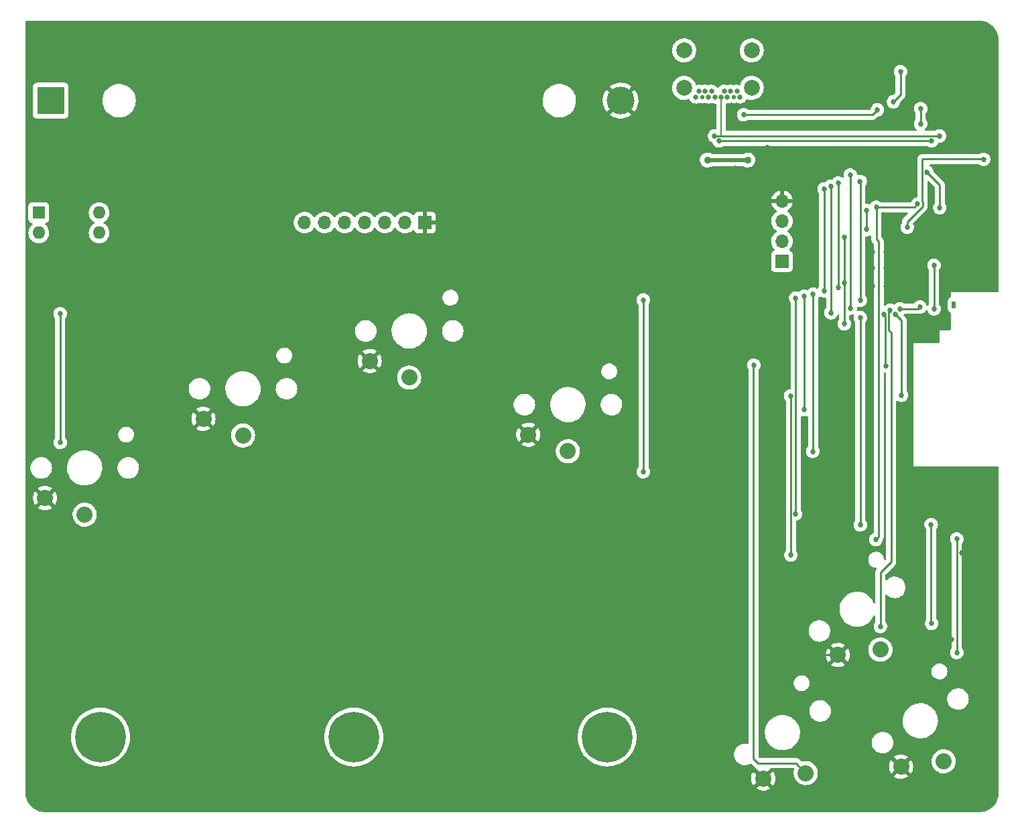
<source format=gbr>
%TF.GenerationSoftware,KiCad,Pcbnew,(5.99.0-9739-g6a369b230f)*%
%TF.CreationDate,2021-03-13T21:37:55+01:00*%
%TF.ProjectId,keychordz,6b657963-686f-4726-947a-2e6b69636164,rev?*%
%TF.SameCoordinates,Original*%
%TF.FileFunction,Copper,L2,Bot*%
%TF.FilePolarity,Positive*%
%FSLAX46Y46*%
G04 Gerber Fmt 4.6, Leading zero omitted, Abs format (unit mm)*
G04 Created by KiCad (PCBNEW (5.99.0-9739-g6a369b230f)) date 2021-03-13 21:37:55*
%MOMM*%
%LPD*%
G01*
G04 APERTURE LIST*
%TA.AperFunction,ComponentPad*%
%ADD10C,0.800000*%
%TD*%
%TA.AperFunction,ComponentPad*%
%ADD11C,6.400000*%
%TD*%
%TA.AperFunction,ComponentPad*%
%ADD12O,1.600000X1.600000*%
%TD*%
%TA.AperFunction,ComponentPad*%
%ADD13R,1.600000X1.600000*%
%TD*%
%TA.AperFunction,ComponentPad*%
%ADD14C,2.032000*%
%TD*%
%TA.AperFunction,ComponentPad*%
%ADD15R,0.500000X0.900000*%
%TD*%
%TA.AperFunction,ComponentPad*%
%ADD16R,1.700000X1.700000*%
%TD*%
%TA.AperFunction,ComponentPad*%
%ADD17O,1.700000X1.700000*%
%TD*%
%TA.AperFunction,ComponentPad*%
%ADD18R,3.500000X3.500000*%
%TD*%
%TA.AperFunction,ComponentPad*%
%ADD19C,3.500000*%
%TD*%
%TA.AperFunction,ComponentPad*%
%ADD20C,0.650000*%
%TD*%
%TA.AperFunction,ComponentPad*%
%ADD21C,0.550000*%
%TD*%
%TA.AperFunction,ComponentPad*%
%ADD22C,2.010000*%
%TD*%
%TA.AperFunction,ViaPad*%
%ADD23C,0.685800*%
%TD*%
%TA.AperFunction,ViaPad*%
%ADD24C,0.889000*%
%TD*%
%TA.AperFunction,Conductor*%
%ADD25C,0.254000*%
%TD*%
%TA.AperFunction,Conductor*%
%ADD26C,0.508000*%
%TD*%
%TA.AperFunction,Conductor*%
%ADD27C,0.127000*%
%TD*%
G04 APERTURE END LIST*
D10*
%TO.P,MNT2,1*%
%TO.N,N/C*%
X56400000Y-103000000D03*
X54000000Y-105400000D03*
X52302944Y-104697056D03*
X52302944Y-101302944D03*
X54000000Y-100600000D03*
X51600000Y-103000000D03*
D11*
X54000000Y-103000000D03*
D10*
X55697056Y-101302944D03*
X55697056Y-104697056D03*
%TD*%
%TO.P,MNT3,1*%
%TO.N,N/C*%
X87697056Y-104697056D03*
X83600000Y-103000000D03*
X84302944Y-104697056D03*
X84302944Y-101302944D03*
X86000000Y-105400000D03*
X86000000Y-100600000D03*
X88400000Y-103000000D03*
D11*
X86000000Y-103000000D03*
D10*
X87697056Y-101302944D03*
%TD*%
D11*
%TO.P,MNT1,1*%
%TO.N,N/C*%
X22000000Y-103000000D03*
D10*
X19600000Y-103000000D03*
X20302944Y-104697056D03*
X22000000Y-105400000D03*
X24400000Y-103000000D03*
X20302944Y-101302944D03*
X23697056Y-104697056D03*
X23697056Y-101302944D03*
X22000000Y-100600000D03*
%TD*%
D12*
%TO.P,SW9,1,A*%
%TO.N,V_BAT*%
X21820000Y-36750000D03*
D13*
%TO.P,SW9,2,B*%
%TO.N,V_BAT_SW*%
X14200000Y-36750000D03*
D12*
%TO.P,SW9,3*%
%TO.N,N/C*%
X21820000Y-39290000D03*
%TO.P,SW9,4*%
X14200000Y-39290000D03*
%TD*%
D14*
%TO.P,SW1,1,1*%
%TO.N,BTN1*%
X128516000Y-106061550D03*
%TO.P,SW1,2,2*%
%TO.N,GND*%
X123135873Y-106742897D03*
%TD*%
D15*
%TO.P,AE1,2*%
%TO.N,N/C*%
X129795000Y-48390000D03*
%TD*%
D14*
%TO.P,SW5,1,1*%
%TO.N,BTN5*%
X61000000Y-57589000D03*
%TO.P,SW5,2,2*%
%TO.N,GND*%
X56000000Y-55489000D03*
%TD*%
%TO.P,SW6,1,1*%
%TO.N,BTN6*%
X20000000Y-74900000D03*
%TO.P,SW6,2,2*%
%TO.N,GND*%
X15000000Y-72800000D03*
%TD*%
%TO.P,SW2,1,1*%
%TO.N,BTN2*%
X111102000Y-107549550D03*
%TO.P,SW2,2,2*%
%TO.N,GND*%
X105721873Y-108230897D03*
%TD*%
D16*
%TO.P,J2,1,Pin_1*%
%TO.N,SWO*%
X108100000Y-42900000D03*
D17*
%TO.P,J2,2,Pin_2*%
%TO.N,SWCLK*%
X108100000Y-40360000D03*
%TO.P,J2,3,Pin_3*%
%TO.N,SWDIO*%
X108100000Y-37820000D03*
%TO.P,J2,4,Pin_4*%
%TO.N,GND*%
X108100000Y-35280000D03*
%TD*%
D14*
%TO.P,SW7,1,1*%
%TO.N,BTN7*%
X40000000Y-64900000D03*
%TO.P,SW7,2,2*%
%TO.N,GND*%
X35000000Y-62800000D03*
%TD*%
%TO.P,SW3,1,1*%
%TO.N,BTN3*%
X120530000Y-91953050D03*
%TO.P,SW3,2,2*%
%TO.N,GND*%
X115149873Y-92634397D03*
%TD*%
D18*
%TO.P,BT1,1,+*%
%TO.N,V_BAT_SW*%
X15700000Y-22600000D03*
D19*
%TO.P,BT1,2,-*%
%TO.N,GND*%
X87700000Y-22600000D03*
%TD*%
D20*
%TO.P,J1,B1*%
%TO.N,N/C*%
X97200000Y-22130000D03*
%TO.P,J1,B2*%
X97600000Y-21420000D03*
%TO.P,J1,B3*%
X98400000Y-21420000D03*
%TO.P,J1,B4*%
X98800000Y-22130000D03*
%TO.P,J1,B5,CC2*%
%TO.N,Net-(J1-PadB5)*%
X99200000Y-21420000D03*
%TO.P,J1,B6,D+*%
%TO.N,USB_D+*%
X99600000Y-22130000D03*
%TO.P,J1,B7,D-*%
%TO.N,USB_D-*%
X100400000Y-22130000D03*
%TO.P,J1,B8,SBU2*%
%TO.N,unconnected-(J1-PadB8)*%
X100800000Y-21420000D03*
%TO.P,J1,B9*%
%TO.N,N/C*%
X101200000Y-22130000D03*
%TO.P,J1,B10*%
X101600000Y-21420000D03*
%TO.P,J1,B11*%
X102400000Y-21420000D03*
%TO.P,J1,B12*%
X102800000Y-22130000D03*
D21*
%TO.P,J1,GN1*%
X98000000Y-22130000D03*
%TO.P,J1,GR1*%
X102000000Y-22130000D03*
D22*
%TO.P,J1,MH1*%
X104270000Y-20980000D03*
%TO.P,J1,MH2*%
X95730000Y-20980000D03*
%TO.P,J1,MH3*%
X104270000Y-16250000D03*
%TO.P,J1,MH4*%
X95730000Y-16250000D03*
%TD*%
D14*
%TO.P,SW4,1,1*%
%TO.N,BTN4*%
X81048000Y-66900000D03*
%TO.P,SW4,2,2*%
%TO.N,GND*%
X76048000Y-64800000D03*
%TD*%
D16*
%TO.P,J3,1,Pin_1*%
%TO.N,GND*%
X63000000Y-38000000D03*
D17*
%TO.P,J3,2,Pin_2*%
%TO.N,V_BAT*%
X60460000Y-38000000D03*
%TO.P,J3,3,Pin_3*%
%TO.N,SCK*%
X57920000Y-38000000D03*
%TO.P,J3,4,Pin_4*%
%TO.N,MOSI*%
X55380000Y-38000000D03*
%TO.P,J3,5,Pin_5*%
%TO.N,OLED_RES*%
X52840000Y-38000000D03*
%TO.P,J3,6,Pin_6*%
%TO.N,OLED_DC*%
X50300000Y-38000000D03*
%TO.P,J3,7,Pin_7*%
%TO.N,OLED_CS*%
X47760000Y-38000000D03*
%TD*%
D23*
%TO.N,GND*%
X123700000Y-25800000D03*
X111000000Y-40900000D03*
X129130000Y-38680000D03*
%TO.N,V_BAT*%
X126403100Y-31620000D03*
X128020000Y-36130000D03*
X130175000Y-92329000D03*
X16891000Y-49530000D03*
D24*
X98679000Y-30099000D03*
D23*
X119947500Y-78037500D03*
X120015000Y-36068000D03*
D24*
X103759000Y-30099000D03*
D23*
X130175000Y-77978000D03*
X125250000Y-35660000D03*
X16891000Y-65786000D03*
%TO.N,GND*%
X129540000Y-90678000D03*
X77470000Y-57404000D03*
X122750000Y-41750000D03*
X128660000Y-41870000D03*
X119530000Y-41750000D03*
X124470000Y-43750000D03*
X131030000Y-42430000D03*
X122750000Y-46000000D03*
X102235000Y-31115000D03*
X64100000Y-45700000D03*
X124500000Y-46000000D03*
X111647000Y-22483500D03*
X121250000Y-41750000D03*
X124532120Y-92202000D03*
X84200000Y-55100000D03*
X108204000Y-96266000D03*
X130810000Y-79756000D03*
X23000000Y-63000000D03*
X119530000Y-43750000D03*
X106220000Y-28490000D03*
X129000000Y-49730000D03*
X124500000Y-41750000D03*
X121220000Y-43750000D03*
X119530000Y-46000000D03*
X122750000Y-43750000D03*
X111647000Y-20983500D03*
X121250000Y-46000000D03*
X108204000Y-92964000D03*
X43100000Y-53000000D03*
X129000000Y-51230000D03*
X123040000Y-33680000D03*
%TO.N,2.4V*%
X118800000Y-38880000D03*
X125510000Y-48670000D03*
X127300000Y-48900000D03*
X115970000Y-50800000D03*
X118810000Y-36490000D03*
X123020000Y-48900000D03*
X116000000Y-45573100D03*
X115950000Y-39820000D03*
X127300000Y-43400000D03*
%TO.N,+5V*%
X125603000Y-23622000D03*
X125603000Y-25527000D03*
X103251000Y-24384000D03*
X120142000Y-23749000D03*
%TO.N,Net-(IC1-Pad4)*%
X122174000Y-22733000D03*
X123063000Y-18923000D03*
%TO.N,USB_D-*%
X128016000Y-27051000D03*
X99568000Y-27051000D03*
%TO.N,USB_D+*%
X100153100Y-27686000D03*
X127000000Y-27686000D03*
%TO.N,3.3V_USB*%
X133560000Y-30000000D03*
X123906600Y-38581159D03*
%TO.N,Net-(D6-Pad4)*%
X109220000Y-80010000D03*
X109200000Y-59900000D03*
%TO.N,LED_IN*%
X117990000Y-76200000D03*
X126940000Y-76150000D03*
X118000960Y-50006195D03*
X127000000Y-88646000D03*
%TO.N,MOSI*%
X114300000Y-33401000D03*
X114290000Y-49390000D03*
%TO.N,OLED_CS*%
X116713000Y-32004000D03*
X116720000Y-48793100D03*
%TO.N,OLED_DC*%
X117965751Y-32792796D03*
X117990000Y-47820000D03*
%TO.N,SCK*%
X113400000Y-46620000D03*
X113411000Y-33743900D03*
%TO.N,OLED_RES*%
X115190000Y-46170000D03*
X115189000Y-33020000D03*
%TO.N,BTN1*%
X123200000Y-59800000D03*
X122400404Y-49593100D03*
%TO.N,BTN2*%
X121200000Y-56100000D03*
X120990693Y-49593100D03*
X104521000Y-56007000D03*
%TO.N,BTN3*%
X120523000Y-89027000D03*
X121773769Y-49075436D03*
%TO.N,BTN4*%
X112010000Y-47050000D03*
X111970000Y-66910000D03*
%TO.N,BTN5*%
X110890000Y-47310000D03*
X110890000Y-61650000D03*
%TO.N,BTN6*%
X109820000Y-47530000D03*
X109820000Y-74800000D03*
%TO.N,BTN7*%
X90560000Y-69480000D03*
X90580000Y-47780000D03*
%TD*%
D25*
%TO.N,3.3V_USB*%
X125850000Y-35376571D02*
X125850000Y-35943429D01*
X125860000Y-29990000D02*
X125806189Y-30043811D01*
X125806189Y-30043811D02*
X125806189Y-35332760D01*
X125806189Y-35332760D02*
X125850000Y-35376571D01*
X125850000Y-35943429D02*
X123906600Y-37886829D01*
X123906600Y-37886829D02*
X123906600Y-38581159D01*
%TO.N,V_BAT*%
X128020000Y-33236900D02*
X126403100Y-31620000D01*
X128020000Y-36130000D02*
X128020000Y-33236900D01*
%TO.N,3.3V_USB*%
X125860000Y-29990000D02*
X132497759Y-29990000D01*
X125860000Y-29990000D02*
X133560000Y-29990000D01*
X133560000Y-29990000D02*
X133560000Y-30000000D01*
%TO.N,V_BAT*%
X16891000Y-65786000D02*
X16891000Y-49530000D01*
X120015000Y-36068000D02*
X120015000Y-40115000D01*
X120300000Y-40400000D02*
X120300000Y-77685000D01*
X120015000Y-36068000D02*
X124842000Y-36068000D01*
X120015000Y-77970000D02*
X119947500Y-78037500D01*
D26*
X98679000Y-30099000D02*
X103759000Y-30099000D01*
D25*
X130175000Y-77978000D02*
X130175000Y-92329000D01*
X124842000Y-36068000D02*
X125250000Y-35660000D01*
X120015000Y-40115000D02*
X120300000Y-40400000D01*
X120300000Y-77685000D02*
X119947500Y-78037500D01*
%TO.N,GND*%
X126056120Y-90678000D02*
X129540000Y-90678000D01*
X108204000Y-92964000D02*
X108533603Y-92634397D01*
X130470000Y-41870000D02*
X128660000Y-41870000D01*
X124532120Y-92202000D02*
X126056120Y-90678000D01*
X108533603Y-92634397D02*
X115149873Y-92634397D01*
X131030000Y-42430000D02*
X130470000Y-41870000D01*
X102200000Y-31150000D02*
X102235000Y-31115000D01*
X108204000Y-92964000D02*
X108204000Y-96266000D01*
%TO.N,2.4V*%
X118800000Y-36500000D02*
X118810000Y-36490000D01*
X115950000Y-39950000D02*
X116000000Y-40000000D01*
X115950000Y-39820000D02*
X115950000Y-45523100D01*
X125280000Y-48900000D02*
X123020000Y-48900000D01*
X115950000Y-39820000D02*
X115950000Y-39950000D01*
X116000000Y-45573100D02*
X115970000Y-50800000D01*
X125510000Y-48670000D02*
X125280000Y-48900000D01*
X118800000Y-38880000D02*
X118800000Y-36500000D01*
X127300000Y-48900000D02*
X127300000Y-43400000D01*
X115950000Y-45523100D02*
X116000000Y-45573100D01*
%TO.N,+5V*%
X125603000Y-23622000D02*
X125603000Y-25527000D01*
X119507000Y-24384000D02*
X120142000Y-23749000D01*
X103251000Y-24384000D02*
X119507000Y-24384000D01*
%TO.N,Net-(IC1-Pad4)*%
X123063000Y-21844000D02*
X122174000Y-22733000D01*
X123063000Y-18923000D02*
X123063000Y-21844000D01*
D27*
%TO.N,USB_D-*%
X100400000Y-26994000D02*
X100457000Y-27051000D01*
X100400000Y-22130000D02*
X100400000Y-26994000D01*
D25*
X128016000Y-27051000D02*
X100457000Y-27051000D01*
X100457000Y-27051000D02*
X100076000Y-27051000D01*
X100076000Y-27051000D02*
X99568000Y-27051000D01*
%TO.N,USB_D+*%
X127000000Y-27686000D02*
X100153100Y-27686000D01*
%TO.N,Net-(D6-Pad4)*%
X109220000Y-59920000D02*
X109200000Y-59900000D01*
X109220000Y-80010000D02*
X109220000Y-59920000D01*
%TO.N,LED_IN*%
X118000960Y-50006195D02*
X118000960Y-76189040D01*
X118000960Y-76189040D02*
X117990000Y-76200000D01*
X126940000Y-88586000D02*
X127000000Y-88646000D01*
X126940000Y-76150000D02*
X126940000Y-88586000D01*
%TO.N,MOSI*%
X114300000Y-33401000D02*
X114300000Y-49380000D01*
X114300000Y-49380000D02*
X114290000Y-49390000D01*
%TO.N,OLED_CS*%
X116713000Y-48786100D02*
X116720000Y-48793100D01*
X116713000Y-32004000D02*
X116713000Y-48786100D01*
%TO.N,OLED_DC*%
X117990000Y-47820000D02*
X117990000Y-36300000D01*
X117990000Y-36300000D02*
X117990000Y-32817045D01*
X117990000Y-32817045D02*
X117965751Y-32792796D01*
%TO.N,SCK*%
X113411000Y-33743900D02*
X113411000Y-46609000D01*
X113411000Y-46609000D02*
X113400000Y-46620000D01*
%TO.N,OLED_RES*%
X115189000Y-33020000D02*
X115189000Y-46169000D01*
X115189000Y-46169000D02*
X115190000Y-46170000D01*
%TO.N,BTN1*%
X123200000Y-50392696D02*
X122400404Y-49593100D01*
X123200000Y-59800000D02*
X123200000Y-50392696D01*
%TO.N,BTN2*%
X105029000Y-106299000D02*
X109851450Y-106299000D01*
X104521000Y-56007000D02*
X104493781Y-56487781D01*
X104493781Y-105763781D02*
X105029000Y-106299000D01*
X104493781Y-56487781D02*
X104493781Y-105763781D01*
X121176858Y-56076858D02*
X121176858Y-49779265D01*
X121176858Y-49779265D02*
X120990693Y-49593100D01*
X121200000Y-56100000D02*
X121176858Y-56076858D01*
X109851450Y-106299000D02*
X111102000Y-107549550D01*
%TO.N,BTN3*%
X121900000Y-51900000D02*
X121587593Y-51587593D01*
X121587593Y-51587593D02*
X121587593Y-49261612D01*
X120523000Y-82227536D02*
X121900000Y-80850536D01*
X121587593Y-49261612D02*
X121773769Y-49075436D01*
X121900000Y-80850536D02*
X121900000Y-51900000D01*
X120523000Y-82227536D02*
X120523000Y-89027000D01*
%TO.N,BTN4*%
X112010000Y-47050000D02*
X112010000Y-66870000D01*
X112010000Y-66870000D02*
X111970000Y-66910000D01*
%TO.N,BTN5*%
X110890000Y-61650000D02*
X110890000Y-47310000D01*
%TO.N,BTN6*%
X109820000Y-47530000D02*
X109820000Y-74800000D01*
%TO.N,BTN7*%
X90580000Y-69460000D02*
X90560000Y-69480000D01*
X90580000Y-47780000D02*
X90580000Y-69460000D01*
%TD*%
%TA.AperFunction,Conductor*%
%TO.N,GND*%
G36*
X132939335Y-12509545D02*
G01*
X132955824Y-12512151D01*
X132955825Y-12512151D01*
X132960640Y-12512912D01*
X133018239Y-12513043D01*
X133100665Y-12513231D01*
X133106114Y-12513362D01*
X133167645Y-12516166D01*
X133174794Y-12516696D01*
X133336898Y-12533361D01*
X133394065Y-12539238D01*
X133401156Y-12540171D01*
X133427952Y-12544478D01*
X133445045Y-12547225D01*
X133452087Y-12548563D01*
X133667384Y-12595865D01*
X133674339Y-12597602D01*
X133703094Y-12605658D01*
X133717149Y-12609597D01*
X133723992Y-12611726D01*
X133932502Y-12683168D01*
X133939216Y-12685684D01*
X133980397Y-12702468D01*
X133986957Y-12705362D01*
X134185997Y-12800021D01*
X134192368Y-12803275D01*
X134231410Y-12824646D01*
X134237554Y-12828240D01*
X134389498Y-12923026D01*
X134424602Y-12944924D01*
X134430573Y-12948890D01*
X134466883Y-12974520D01*
X134472590Y-12978796D01*
X134645180Y-13115974D01*
X134650650Y-13120581D01*
X134683832Y-13150186D01*
X134689043Y-13155110D01*
X134844898Y-13310965D01*
X134849822Y-13316177D01*
X134879407Y-13349337D01*
X134884026Y-13354820D01*
X135021189Y-13527391D01*
X135025476Y-13533111D01*
X135051125Y-13569448D01*
X135055079Y-13575402D01*
X135171761Y-13762447D01*
X135175354Y-13768590D01*
X135196727Y-13807636D01*
X135199963Y-13813970D01*
X135294635Y-14013034D01*
X135297518Y-14019568D01*
X135309317Y-14048517D01*
X135314318Y-14060789D01*
X135316832Y-14067500D01*
X135388273Y-14276007D01*
X135390403Y-14282850D01*
X135402402Y-14325675D01*
X135404132Y-14332602D01*
X135451435Y-14547906D01*
X135452773Y-14554949D01*
X135459829Y-14598850D01*
X135460765Y-14605959D01*
X135483304Y-14825199D01*
X135483834Y-14832350D01*
X135486638Y-14893887D01*
X135486769Y-14899335D01*
X135486838Y-14929672D01*
X135487081Y-15036082D01*
X135487726Y-15040512D01*
X135487726Y-15040515D01*
X135490686Y-15060852D01*
X135492000Y-15078999D01*
X135492000Y-46674000D01*
X135471998Y-46742121D01*
X135418342Y-46788614D01*
X135366000Y-46800000D01*
X129400000Y-46800000D01*
X129400000Y-47362140D01*
X129379998Y-47430261D01*
X129331362Y-47472402D01*
X129331684Y-47472904D01*
X129324109Y-47477772D01*
X129324105Y-47477774D01*
X129216309Y-47547051D01*
X129216306Y-47547053D01*
X129208729Y-47551923D01*
X129202828Y-47558733D01*
X129118918Y-47655569D01*
X129118916Y-47655572D01*
X129113016Y-47662381D01*
X129109272Y-47670579D01*
X129099309Y-47692396D01*
X129052300Y-47795330D01*
X129051018Y-47804245D01*
X129051018Y-47804246D01*
X129032139Y-47935552D01*
X129032138Y-47935559D01*
X129031500Y-47940000D01*
X129031500Y-48840000D01*
X129036727Y-48913079D01*
X129046500Y-48946362D01*
X129069571Y-49024935D01*
X129077904Y-49053316D01*
X129082775Y-49060895D01*
X129152051Y-49168691D01*
X129152053Y-49168694D01*
X129156923Y-49176271D01*
X129163733Y-49182172D01*
X129260569Y-49266082D01*
X129260572Y-49266084D01*
X129267381Y-49271984D01*
X129275578Y-49275727D01*
X129275582Y-49275730D01*
X129326343Y-49298912D01*
X129379998Y-49345405D01*
X129400000Y-49413525D01*
X129400000Y-51474000D01*
X129379998Y-51542121D01*
X129326342Y-51588614D01*
X129274000Y-51600000D01*
X128000000Y-51600000D01*
X128000000Y-53074000D01*
X127979998Y-53142121D01*
X127926342Y-53188614D01*
X127874000Y-53200000D01*
X124700000Y-53200000D01*
X124700000Y-68800000D01*
X135366000Y-68800000D01*
X135434121Y-68820002D01*
X135480614Y-68873658D01*
X135492000Y-68926000D01*
X135492000Y-109918151D01*
X135490233Y-109939178D01*
X135487549Y-109955036D01*
X135487485Y-109959902D01*
X135485686Y-110096107D01*
X135485499Y-110101508D01*
X135482157Y-110161018D01*
X135481564Y-110168052D01*
X135478968Y-110191095D01*
X135456743Y-110388349D01*
X135455755Y-110395348D01*
X135448523Y-110437912D01*
X135447144Y-110444844D01*
X135397811Y-110660986D01*
X135396046Y-110667828D01*
X135394475Y-110673283D01*
X135384087Y-110709338D01*
X135381952Y-110716036D01*
X135308731Y-110925291D01*
X135306225Y-110931857D01*
X135291323Y-110967834D01*
X135289683Y-110971793D01*
X135286797Y-110978241D01*
X135190609Y-111177979D01*
X135187370Y-111184250D01*
X135166478Y-111222050D01*
X135162917Y-111228089D01*
X135072744Y-111371598D01*
X135044945Y-111415839D01*
X135041018Y-111421715D01*
X135016044Y-111456912D01*
X135011795Y-111462558D01*
X134873568Y-111635890D01*
X134869009Y-111641290D01*
X134840232Y-111673492D01*
X134835375Y-111678628D01*
X134678628Y-111835375D01*
X134673494Y-111840230D01*
X134641278Y-111869020D01*
X134635905Y-111873557D01*
X134462564Y-112011791D01*
X134456918Y-112016040D01*
X134421718Y-112041016D01*
X134415841Y-112044943D01*
X134228121Y-112162896D01*
X134222034Y-112166487D01*
X134184251Y-112187369D01*
X134177971Y-112190613D01*
X133978238Y-112286798D01*
X133971787Y-112289685D01*
X133931894Y-112306209D01*
X133925291Y-112308729D01*
X133716044Y-112381948D01*
X133709313Y-112384094D01*
X133689299Y-112389860D01*
X133667814Y-112396050D01*
X133660992Y-112397810D01*
X133444853Y-112447143D01*
X133437922Y-112448521D01*
X133395349Y-112455755D01*
X133388367Y-112456741D01*
X133263886Y-112470766D01*
X133168052Y-112481563D01*
X133161011Y-112482157D01*
X133101523Y-112485498D01*
X133096123Y-112485685D01*
X133035007Y-112486493D01*
X132958314Y-112487506D01*
X132953903Y-112488197D01*
X132953895Y-112488198D01*
X132939330Y-112490481D01*
X132919822Y-112492000D01*
X15081849Y-112492000D01*
X15060821Y-112490233D01*
X15049762Y-112488361D01*
X15049761Y-112488361D01*
X15044964Y-112487549D01*
X14903891Y-112485686D01*
X14898498Y-112485499D01*
X14838977Y-112482157D01*
X14831946Y-112481563D01*
X14611651Y-112456743D01*
X14604652Y-112455755D01*
X14562088Y-112448523D01*
X14555156Y-112447144D01*
X14339014Y-112397811D01*
X14332172Y-112396046D01*
X14326717Y-112394475D01*
X14290662Y-112384087D01*
X14283964Y-112381952D01*
X14074695Y-112308726D01*
X14068143Y-112306225D01*
X14028207Y-112289683D01*
X14021759Y-112286797D01*
X13822021Y-112190609D01*
X13815743Y-112187366D01*
X13777950Y-112166478D01*
X13771911Y-112162917D01*
X13584158Y-112044943D01*
X13578285Y-112041018D01*
X13543088Y-112016044D01*
X13537442Y-112011795D01*
X13364110Y-111873568D01*
X13358710Y-111869009D01*
X13326508Y-111840232D01*
X13321372Y-111835375D01*
X13164625Y-111678628D01*
X13159770Y-111673494D01*
X13156871Y-111670250D01*
X13130980Y-111641278D01*
X13126443Y-111635905D01*
X12988204Y-111462558D01*
X12983960Y-111456918D01*
X12958984Y-111421718D01*
X12955057Y-111415841D01*
X12930280Y-111376408D01*
X12837104Y-111228121D01*
X12833513Y-111222034D01*
X12812631Y-111184251D01*
X12809387Y-111177971D01*
X12713202Y-110978238D01*
X12710315Y-110971787D01*
X12693791Y-110931894D01*
X12691271Y-110925291D01*
X12618052Y-110716044D01*
X12615906Y-110709313D01*
X12603954Y-110667830D01*
X12603954Y-110667828D01*
X12603950Y-110667814D01*
X12602188Y-110660984D01*
X12587887Y-110598325D01*
X12552855Y-110444844D01*
X12551479Y-110437922D01*
X12544245Y-110395349D01*
X12543259Y-110388367D01*
X12525585Y-110231499D01*
X12518437Y-110168052D01*
X12517843Y-110161011D01*
X12514502Y-110101523D01*
X12514315Y-110096123D01*
X12512553Y-109962787D01*
X12512494Y-109958314D01*
X12511803Y-109953903D01*
X12511802Y-109953895D01*
X12509519Y-109939330D01*
X12508000Y-109919822D01*
X12508000Y-109472212D01*
X104845174Y-109472212D01*
X104854281Y-109484069D01*
X104934834Y-109541315D01*
X104943501Y-109546482D01*
X105154469Y-109650290D01*
X105163854Y-109654006D01*
X105388695Y-109722747D01*
X105398565Y-109724917D01*
X105631499Y-109756825D01*
X105641591Y-109757389D01*
X105876636Y-109751645D01*
X105886669Y-109750590D01*
X106117784Y-109707338D01*
X106127523Y-109704692D01*
X106348746Y-109625047D01*
X106357939Y-109620877D01*
X106563589Y-109506884D01*
X106571978Y-109501310D01*
X106591934Y-109485607D01*
X106600404Y-109473704D01*
X106593908Y-109462142D01*
X105734685Y-108602919D01*
X105720741Y-108595305D01*
X105718908Y-108595436D01*
X105712293Y-108599687D01*
X104851678Y-109460302D01*
X104845174Y-109472212D01*
X12508000Y-109472212D01*
X12508000Y-108332492D01*
X104196651Y-108332492D01*
X104197355Y-108342563D01*
X104232513Y-108575036D01*
X104234820Y-108584869D01*
X104306692Y-108808725D01*
X104310542Y-108818069D01*
X104417289Y-109027568D01*
X104422569Y-109036151D01*
X104468851Y-109099387D01*
X104479866Y-109107820D01*
X104492610Y-109100950D01*
X105349851Y-108243709D01*
X105356229Y-108232029D01*
X106086281Y-108232029D01*
X106086412Y-108233862D01*
X106090663Y-108240477D01*
X106951952Y-109101766D01*
X106964332Y-109108526D01*
X106973066Y-109101988D01*
X107058963Y-108971718D01*
X107063820Y-108962883D01*
X107160205Y-108748418D01*
X107163588Y-108738917D01*
X107224446Y-108511793D01*
X107226265Y-108501880D01*
X107250248Y-108265770D01*
X107250568Y-108260050D01*
X107250843Y-108233753D01*
X107250644Y-108228049D01*
X107231610Y-107991481D01*
X107229998Y-107981528D01*
X107173911Y-107753184D01*
X107170728Y-107743614D01*
X107078854Y-107527172D01*
X107074180Y-107518233D01*
X106975474Y-107361490D01*
X106964901Y-107352157D01*
X106955741Y-107356239D01*
X106093895Y-108218085D01*
X106086281Y-108232029D01*
X105356229Y-108232029D01*
X105357465Y-108229765D01*
X105357334Y-108227932D01*
X105353083Y-108221317D01*
X104491810Y-107360044D01*
X104479242Y-107353181D01*
X104468193Y-107361365D01*
X104439725Y-107398599D01*
X104434254Y-107407089D01*
X104323145Y-107614304D01*
X104319106Y-107623548D01*
X104242558Y-107845861D01*
X104240047Y-107855642D01*
X104200028Y-108087331D01*
X104199113Y-108097380D01*
X104196651Y-108332492D01*
X12508000Y-108332492D01*
X12508000Y-103000000D01*
X18286500Y-103000000D01*
X18306843Y-103388166D01*
X18307356Y-103391406D01*
X18307357Y-103391414D01*
X18309719Y-103406326D01*
X18367649Y-103772080D01*
X18468252Y-104147535D01*
X18469437Y-104150623D01*
X18469438Y-104150625D01*
X18501937Y-104235288D01*
X18607549Y-104510417D01*
X18609047Y-104513357D01*
X18775389Y-104839820D01*
X18784015Y-104856750D01*
X18785811Y-104859516D01*
X18785813Y-104859519D01*
X18919620Y-105065565D01*
X18995715Y-105182741D01*
X19080110Y-105286960D01*
X19232497Y-105475141D01*
X19240332Y-105484817D01*
X19515183Y-105759668D01*
X19517741Y-105761740D01*
X19517745Y-105761743D01*
X19578811Y-105811193D01*
X19817259Y-106004285D01*
X19820022Y-106006080D01*
X19820023Y-106006080D01*
X20076657Y-106172739D01*
X20143250Y-106215985D01*
X20146184Y-106217480D01*
X20146191Y-106217484D01*
X20440893Y-106367642D01*
X20489583Y-106392451D01*
X20537418Y-106410813D01*
X20844137Y-106528551D01*
X20852465Y-106531748D01*
X21227920Y-106632351D01*
X21431929Y-106664663D01*
X21608586Y-106692643D01*
X21608594Y-106692644D01*
X21611834Y-106693157D01*
X22000000Y-106713500D01*
X22388166Y-106693157D01*
X22391406Y-106692644D01*
X22391414Y-106692643D01*
X22568071Y-106664663D01*
X22772080Y-106632351D01*
X23147535Y-106531748D01*
X23155864Y-106528551D01*
X23462582Y-106410813D01*
X23510417Y-106392451D01*
X23559107Y-106367642D01*
X23853809Y-106217484D01*
X23853816Y-106217480D01*
X23856750Y-106215985D01*
X23923344Y-106172739D01*
X24179977Y-106006080D01*
X24179978Y-106006080D01*
X24182741Y-106004285D01*
X24421189Y-105811193D01*
X24482255Y-105761743D01*
X24482259Y-105761740D01*
X24484817Y-105759668D01*
X24759668Y-105484817D01*
X24767504Y-105475141D01*
X24919890Y-105286960D01*
X25004285Y-105182741D01*
X25080380Y-105065565D01*
X25214187Y-104859519D01*
X25214189Y-104859516D01*
X25215985Y-104856750D01*
X25224612Y-104839820D01*
X25390953Y-104513357D01*
X25392451Y-104510417D01*
X25498063Y-104235288D01*
X25530562Y-104150625D01*
X25530563Y-104150623D01*
X25531748Y-104147535D01*
X25632351Y-103772080D01*
X25690281Y-103406326D01*
X25692643Y-103391414D01*
X25692644Y-103391406D01*
X25693157Y-103388166D01*
X25713500Y-103000000D01*
X50286500Y-103000000D01*
X50306843Y-103388166D01*
X50307356Y-103391406D01*
X50307357Y-103391414D01*
X50309719Y-103406326D01*
X50367649Y-103772080D01*
X50468252Y-104147535D01*
X50469437Y-104150623D01*
X50469438Y-104150625D01*
X50501937Y-104235288D01*
X50607549Y-104510417D01*
X50609047Y-104513357D01*
X50775389Y-104839820D01*
X50784015Y-104856750D01*
X50785811Y-104859516D01*
X50785813Y-104859519D01*
X50919620Y-105065565D01*
X50995715Y-105182741D01*
X51080110Y-105286960D01*
X51232497Y-105475141D01*
X51240332Y-105484817D01*
X51515183Y-105759668D01*
X51517741Y-105761740D01*
X51517745Y-105761743D01*
X51578811Y-105811193D01*
X51817259Y-106004285D01*
X51820022Y-106006080D01*
X51820023Y-106006080D01*
X52076657Y-106172739D01*
X52143250Y-106215985D01*
X52146184Y-106217480D01*
X52146191Y-106217484D01*
X52440893Y-106367642D01*
X52489583Y-106392451D01*
X52537418Y-106410813D01*
X52844137Y-106528551D01*
X52852465Y-106531748D01*
X53227920Y-106632351D01*
X53431929Y-106664663D01*
X53608586Y-106692643D01*
X53608594Y-106692644D01*
X53611834Y-106693157D01*
X54000000Y-106713500D01*
X54388166Y-106693157D01*
X54391406Y-106692644D01*
X54391414Y-106692643D01*
X54568071Y-106664663D01*
X54772080Y-106632351D01*
X55147535Y-106531748D01*
X55155864Y-106528551D01*
X55462582Y-106410813D01*
X55510417Y-106392451D01*
X55559107Y-106367642D01*
X55853809Y-106217484D01*
X55853816Y-106217480D01*
X55856750Y-106215985D01*
X55923344Y-106172739D01*
X56179977Y-106006080D01*
X56179978Y-106006080D01*
X56182741Y-106004285D01*
X56421189Y-105811193D01*
X56482255Y-105761743D01*
X56482259Y-105761740D01*
X56484817Y-105759668D01*
X56759668Y-105484817D01*
X56767504Y-105475141D01*
X56919890Y-105286960D01*
X57004285Y-105182741D01*
X57080380Y-105065565D01*
X57214187Y-104859519D01*
X57214189Y-104859516D01*
X57215985Y-104856750D01*
X57224612Y-104839820D01*
X57390953Y-104513357D01*
X57392451Y-104510417D01*
X57498063Y-104235288D01*
X57530562Y-104150625D01*
X57530563Y-104150623D01*
X57531748Y-104147535D01*
X57632351Y-103772080D01*
X57690281Y-103406326D01*
X57692643Y-103391414D01*
X57692644Y-103391406D01*
X57693157Y-103388166D01*
X57713500Y-103000000D01*
X82286500Y-103000000D01*
X82306843Y-103388166D01*
X82307356Y-103391406D01*
X82307357Y-103391414D01*
X82309719Y-103406326D01*
X82367649Y-103772080D01*
X82468252Y-104147535D01*
X82469437Y-104150623D01*
X82469438Y-104150625D01*
X82501937Y-104235288D01*
X82607549Y-104510417D01*
X82609047Y-104513357D01*
X82775389Y-104839820D01*
X82784015Y-104856750D01*
X82785811Y-104859516D01*
X82785813Y-104859519D01*
X82919620Y-105065565D01*
X82995715Y-105182741D01*
X83080110Y-105286960D01*
X83232497Y-105475141D01*
X83240332Y-105484817D01*
X83515183Y-105759668D01*
X83517741Y-105761740D01*
X83517745Y-105761743D01*
X83578811Y-105811193D01*
X83817259Y-106004285D01*
X83820022Y-106006080D01*
X83820023Y-106006080D01*
X84076657Y-106172739D01*
X84143250Y-106215985D01*
X84146184Y-106217480D01*
X84146191Y-106217484D01*
X84440893Y-106367642D01*
X84489583Y-106392451D01*
X84537418Y-106410813D01*
X84844137Y-106528551D01*
X84852465Y-106531748D01*
X85227920Y-106632351D01*
X85431929Y-106664663D01*
X85608586Y-106692643D01*
X85608594Y-106692644D01*
X85611834Y-106693157D01*
X86000000Y-106713500D01*
X86388166Y-106693157D01*
X86391406Y-106692644D01*
X86391414Y-106692643D01*
X86568071Y-106664663D01*
X86772080Y-106632351D01*
X87147535Y-106531748D01*
X87155864Y-106528551D01*
X87462582Y-106410813D01*
X87510417Y-106392451D01*
X87559107Y-106367642D01*
X87853809Y-106217484D01*
X87853816Y-106217480D01*
X87856750Y-106215985D01*
X87923344Y-106172739D01*
X88179977Y-106006080D01*
X88179978Y-106006080D01*
X88182741Y-106004285D01*
X88421189Y-105811193D01*
X88482255Y-105761743D01*
X88482259Y-105761740D01*
X88484817Y-105759668D01*
X88759668Y-105484817D01*
X88767504Y-105475141D01*
X88915565Y-105292301D01*
X102028301Y-105292301D01*
X102064989Y-105520078D01*
X102139530Y-105738418D01*
X102142080Y-105743105D01*
X102142081Y-105743107D01*
X102144577Y-105747694D01*
X102249794Y-105941076D01*
X102392627Y-106122259D01*
X102396587Y-106125830D01*
X102396588Y-106125832D01*
X102494545Y-106214187D01*
X102563945Y-106276785D01*
X102568452Y-106279640D01*
X102568455Y-106279642D01*
X102586482Y-106291060D01*
X102758850Y-106400238D01*
X102763776Y-106402294D01*
X102763777Y-106402294D01*
X102914671Y-106465259D01*
X102971769Y-106489085D01*
X102976973Y-106490282D01*
X102976974Y-106490282D01*
X103191411Y-106539592D01*
X103191416Y-106539593D01*
X103196614Y-106540788D01*
X103201942Y-106541091D01*
X103201945Y-106541091D01*
X103360183Y-106550076D01*
X103426956Y-106553868D01*
X103432263Y-106553268D01*
X103432265Y-106553268D01*
X103542657Y-106540788D01*
X103656209Y-106527951D01*
X103661330Y-106526468D01*
X103661335Y-106526467D01*
X103872699Y-106465259D01*
X103872698Y-106465259D01*
X103877817Y-106463777D01*
X103882616Y-106461452D01*
X104078216Y-106366685D01*
X104148242Y-106354984D01*
X104213477Y-106382999D01*
X104222249Y-106390982D01*
X104524130Y-106692863D01*
X104531441Y-106700896D01*
X104535486Y-106707270D01*
X104572220Y-106741765D01*
X104584119Y-106752939D01*
X104586961Y-106755694D01*
X104607621Y-106776354D01*
X104610747Y-106778779D01*
X104610754Y-106778785D01*
X104611156Y-106779096D01*
X104620183Y-106786806D01*
X104652524Y-106817175D01*
X104670354Y-106826977D01*
X104686876Y-106837830D01*
X104702959Y-106850306D01*
X104741689Y-106867066D01*
X104743683Y-106867929D01*
X104754343Y-106873152D01*
X104776720Y-106885454D01*
X104826779Y-106935799D01*
X104831912Y-106962496D01*
X104852475Y-107002289D01*
X105709061Y-107858875D01*
X105723005Y-107866489D01*
X105724838Y-107866358D01*
X105731453Y-107862107D01*
X106607509Y-106986051D01*
X106607793Y-106986335D01*
X106644221Y-106949910D01*
X106704602Y-106934500D01*
X109524713Y-106934500D01*
X109592834Y-106954502D01*
X109639327Y-107008158D01*
X109649431Y-107078432D01*
X109643850Y-107101516D01*
X109620552Y-107169179D01*
X109578795Y-107410927D01*
X109578742Y-107415987D01*
X109576669Y-107613988D01*
X109576226Y-107656243D01*
X109576983Y-107661246D01*
X109576983Y-107661251D01*
X109590887Y-107753184D01*
X109612911Y-107898813D01*
X109614457Y-107903629D01*
X109614458Y-107903632D01*
X109644630Y-107997607D01*
X109687907Y-108132397D01*
X109799284Y-108350986D01*
X109944176Y-108548957D01*
X109947786Y-108552517D01*
X109991309Y-108595436D01*
X110118856Y-108721215D01*
X110318830Y-108863329D01*
X110323360Y-108865558D01*
X110323365Y-108865561D01*
X110479607Y-108942441D01*
X110538953Y-108971643D01*
X110543797Y-108973124D01*
X110768714Y-109041888D01*
X110768716Y-109041888D01*
X110773562Y-109043370D01*
X110778583Y-109044058D01*
X110778584Y-109044058D01*
X110895091Y-109060017D01*
X111016621Y-109076665D01*
X111085058Y-109074992D01*
X111256815Y-109070795D01*
X111256819Y-109070795D01*
X111261876Y-109070671D01*
X111503018Y-109025543D01*
X111733843Y-108942441D01*
X111948412Y-108823503D01*
X111952390Y-108820373D01*
X111952394Y-108820370D01*
X112137229Y-108674919D01*
X112137230Y-108674918D01*
X112141205Y-108671790D01*
X112254156Y-108548957D01*
X112303838Y-108494928D01*
X112303840Y-108494925D01*
X112307262Y-108491204D01*
X112442311Y-108286392D01*
X112467760Y-108229765D01*
X112540803Y-108067239D01*
X112540805Y-108067233D01*
X112542877Y-108062623D01*
X112554597Y-108018884D01*
X112563887Y-107984212D01*
X122259174Y-107984212D01*
X122268281Y-107996069D01*
X122348834Y-108053315D01*
X122357501Y-108058482D01*
X122568469Y-108162290D01*
X122577854Y-108166006D01*
X122802695Y-108234747D01*
X122812565Y-108236917D01*
X123045499Y-108268825D01*
X123055591Y-108269389D01*
X123290636Y-108263645D01*
X123300669Y-108262590D01*
X123531784Y-108219338D01*
X123541523Y-108216692D01*
X123762746Y-108137047D01*
X123771939Y-108132877D01*
X123977589Y-108018884D01*
X123985978Y-108013310D01*
X124005934Y-107997607D01*
X124014404Y-107985704D01*
X124007908Y-107974142D01*
X123148685Y-107114919D01*
X123134741Y-107107305D01*
X123132908Y-107107436D01*
X123126293Y-107111687D01*
X122265678Y-107972302D01*
X122259174Y-107984212D01*
X112563887Y-107984212D01*
X112605065Y-107830536D01*
X112605065Y-107830534D01*
X112606373Y-107825654D01*
X112631165Y-107581581D01*
X112631500Y-107549550D01*
X112628980Y-107518233D01*
X112612231Y-107310053D01*
X112612230Y-107310048D01*
X112611825Y-107305012D01*
X112553306Y-107066765D01*
X112535066Y-107023793D01*
X112459425Y-106845596D01*
X112459424Y-106845594D01*
X112458956Y-106844492D01*
X121610651Y-106844492D01*
X121611355Y-106854563D01*
X121646513Y-107087036D01*
X121648820Y-107096869D01*
X121720692Y-107320725D01*
X121724542Y-107330069D01*
X121831289Y-107539568D01*
X121836569Y-107548151D01*
X121882851Y-107611387D01*
X121893866Y-107619820D01*
X121906610Y-107612950D01*
X122763851Y-106755709D01*
X122770229Y-106744029D01*
X123500281Y-106744029D01*
X123500412Y-106745862D01*
X123504663Y-106752477D01*
X124365952Y-107613766D01*
X124378332Y-107620526D01*
X124387066Y-107613988D01*
X124472963Y-107483718D01*
X124477820Y-107474883D01*
X124574205Y-107260418D01*
X124577588Y-107250917D01*
X124638446Y-107023793D01*
X124640265Y-107013880D01*
X124664248Y-106777770D01*
X124664568Y-106772050D01*
X124664843Y-106745753D01*
X124664644Y-106740049D01*
X124645610Y-106503481D01*
X124643998Y-106493528D01*
X124587911Y-106265184D01*
X124584728Y-106255614D01*
X124547641Y-106168243D01*
X126990226Y-106168243D01*
X126990983Y-106173246D01*
X126990983Y-106173251D01*
X127023907Y-106390953D01*
X127026911Y-106410813D01*
X127028457Y-106415629D01*
X127028458Y-106415632D01*
X127072744Y-106553565D01*
X127101907Y-106644397D01*
X127213284Y-106862986D01*
X127358176Y-107060957D01*
X127361786Y-107064517D01*
X127463079Y-107164405D01*
X127532856Y-107233215D01*
X127732830Y-107375329D01*
X127737360Y-107377558D01*
X127737365Y-107377561D01*
X127893607Y-107454441D01*
X127952953Y-107483643D01*
X127957797Y-107485124D01*
X128182714Y-107553888D01*
X128182716Y-107553888D01*
X128187562Y-107555370D01*
X128192583Y-107556058D01*
X128192584Y-107556058D01*
X128309091Y-107572017D01*
X128430621Y-107588665D01*
X128499058Y-107586992D01*
X128670815Y-107582795D01*
X128670819Y-107582795D01*
X128675876Y-107582671D01*
X128917018Y-107537543D01*
X129147843Y-107454441D01*
X129362412Y-107335503D01*
X129366390Y-107332373D01*
X129366394Y-107332370D01*
X129551229Y-107186919D01*
X129551230Y-107186918D01*
X129555205Y-107183790D01*
X129644175Y-107087036D01*
X129717838Y-107006928D01*
X129717840Y-107006925D01*
X129721262Y-107003204D01*
X129856311Y-106798392D01*
X129881760Y-106741765D01*
X129954803Y-106579239D01*
X129954805Y-106579233D01*
X129956877Y-106574623D01*
X129969383Y-106527951D01*
X130019065Y-106342536D01*
X130019065Y-106342534D01*
X130020373Y-106337654D01*
X130045165Y-106093581D01*
X130045500Y-106061550D01*
X130045271Y-106058702D01*
X130026231Y-105822053D01*
X130026230Y-105822048D01*
X130025825Y-105817012D01*
X130006521Y-105738418D01*
X129968513Y-105583679D01*
X129967306Y-105578765D01*
X129934031Y-105500373D01*
X129873425Y-105357596D01*
X129873424Y-105357594D01*
X129871448Y-105352939D01*
X129740719Y-105145343D01*
X129662256Y-105056345D01*
X129581827Y-104965116D01*
X129581825Y-104965114D01*
X129578480Y-104961320D01*
X129388906Y-104805602D01*
X129266742Y-104734501D01*
X129181243Y-104684739D01*
X129181241Y-104684738D01*
X129176875Y-104682197D01*
X129128400Y-104663589D01*
X128952570Y-104596094D01*
X128952567Y-104596093D01*
X128947841Y-104594279D01*
X128707697Y-104544111D01*
X128702648Y-104543882D01*
X128702642Y-104543881D01*
X128590797Y-104538803D01*
X128462621Y-104532982D01*
X128457601Y-104533563D01*
X128457597Y-104533563D01*
X128223946Y-104560597D01*
X128223942Y-104560598D01*
X128218919Y-104561179D01*
X128214055Y-104562555D01*
X128214052Y-104562556D01*
X128051517Y-104608549D01*
X127982859Y-104627977D01*
X127760516Y-104731658D01*
X127756336Y-104734499D01*
X127756332Y-104734501D01*
X127681718Y-104785209D01*
X127557609Y-104869553D01*
X127379360Y-105038115D01*
X127230353Y-105233007D01*
X127114423Y-105449216D01*
X127034552Y-105681179D01*
X126992795Y-105922927D01*
X126990226Y-106168243D01*
X124547641Y-106168243D01*
X124492854Y-106039172D01*
X124488180Y-106030233D01*
X124389474Y-105873490D01*
X124378901Y-105864157D01*
X124369741Y-105868239D01*
X123507895Y-106730085D01*
X123500281Y-106744029D01*
X122770229Y-106744029D01*
X122771465Y-106741765D01*
X122771334Y-106739932D01*
X122767083Y-106733317D01*
X121905810Y-105872044D01*
X121893242Y-105865181D01*
X121882193Y-105873365D01*
X121853725Y-105910599D01*
X121848254Y-105919089D01*
X121737145Y-106126304D01*
X121733106Y-106135548D01*
X121656558Y-106357861D01*
X121654047Y-106367642D01*
X121614028Y-106599331D01*
X121613113Y-106609380D01*
X121610651Y-106844492D01*
X112458956Y-106844492D01*
X112457448Y-106840939D01*
X112326719Y-106633343D01*
X112256123Y-106553268D01*
X112167827Y-106453116D01*
X112167825Y-106453114D01*
X112164480Y-106449320D01*
X111974906Y-106293602D01*
X111841547Y-106215985D01*
X111767243Y-106172739D01*
X111767241Y-106172738D01*
X111762875Y-106170197D01*
X111744595Y-106163180D01*
X111538570Y-106084094D01*
X111538567Y-106084093D01*
X111533841Y-106082279D01*
X111293697Y-106032111D01*
X111288648Y-106031882D01*
X111288642Y-106031881D01*
X111176797Y-106026803D01*
X111048621Y-106020982D01*
X111043601Y-106021563D01*
X111043597Y-106021563D01*
X110809946Y-106048597D01*
X110809942Y-106048598D01*
X110804919Y-106049179D01*
X110800055Y-106050555D01*
X110800052Y-106050556D01*
X110638664Y-106096224D01*
X110567671Y-106095525D01*
X110515262Y-106064079D01*
X110356320Y-105905137D01*
X110349009Y-105897104D01*
X110344964Y-105890730D01*
X110296330Y-105845060D01*
X110293489Y-105842306D01*
X110272829Y-105821646D01*
X110269703Y-105819221D01*
X110269696Y-105819215D01*
X110269294Y-105818904D01*
X110260265Y-105811193D01*
X110233702Y-105786249D01*
X110227926Y-105780825D01*
X110210096Y-105771023D01*
X110193573Y-105760169D01*
X110192927Y-105759668D01*
X110177491Y-105747694D01*
X110136765Y-105730070D01*
X110126118Y-105724854D01*
X110087234Y-105703478D01*
X110067529Y-105698419D01*
X110048820Y-105692014D01*
X110037417Y-105687079D01*
X110037414Y-105687078D01*
X110030144Y-105683932D01*
X110022319Y-105682693D01*
X110022317Y-105682692D01*
X109986322Y-105676991D01*
X109974701Y-105674584D01*
X109944821Y-105666913D01*
X109931726Y-105663551D01*
X109930915Y-105663500D01*
X109911054Y-105663500D01*
X109891344Y-105661949D01*
X109879398Y-105660057D01*
X109871569Y-105658817D01*
X109838433Y-105661949D01*
X109827938Y-105662941D01*
X109816081Y-105663500D01*
X105344423Y-105663500D01*
X105276302Y-105643498D01*
X105255328Y-105626595D01*
X105166186Y-105537453D01*
X105145938Y-105500373D01*
X122259284Y-105500373D01*
X122266474Y-105514288D01*
X123123061Y-106370875D01*
X123137005Y-106378489D01*
X123138838Y-106378358D01*
X123145453Y-106374107D01*
X124008697Y-105510863D01*
X124015905Y-105497662D01*
X124009305Y-105488418D01*
X124004122Y-105484815D01*
X123800900Y-105366537D01*
X123791809Y-105362182D01*
X123572302Y-105277921D01*
X123562613Y-105275070D01*
X123332462Y-105226989D01*
X123322453Y-105225724D01*
X123087566Y-105215058D01*
X123077489Y-105215409D01*
X122843917Y-105242435D01*
X122834020Y-105244395D01*
X122607769Y-105308417D01*
X122598325Y-105311929D01*
X122385218Y-105411302D01*
X122376454Y-105416281D01*
X122267605Y-105490255D01*
X122259284Y-105500373D01*
X105145938Y-105500373D01*
X105132160Y-105475141D01*
X105129281Y-105448358D01*
X105129281Y-102533299D01*
X105925954Y-102533299D01*
X105926406Y-102537458D01*
X105926406Y-102537462D01*
X105954829Y-102799096D01*
X105957848Y-102826888D01*
X105958844Y-102830945D01*
X105958845Y-102830948D01*
X106015385Y-103061135D01*
X106028291Y-103113680D01*
X106136045Y-103388636D01*
X106279218Y-103646926D01*
X106281708Y-103650279D01*
X106281712Y-103650285D01*
X106452803Y-103880659D01*
X106452808Y-103880664D01*
X106455293Y-103884011D01*
X106458197Y-103886997D01*
X106458201Y-103887002D01*
X106534957Y-103965932D01*
X106661177Y-104095727D01*
X106664455Y-104098307D01*
X106664460Y-104098311D01*
X106889969Y-104275768D01*
X106893254Y-104278353D01*
X106896842Y-104280475D01*
X106896848Y-104280479D01*
X107071043Y-104383497D01*
X107147445Y-104428681D01*
X107151292Y-104430314D01*
X107151296Y-104430316D01*
X107415432Y-104542436D01*
X107415439Y-104542438D01*
X107419285Y-104544071D01*
X107703998Y-104622494D01*
X107708143Y-104623062D01*
X107708144Y-104623062D01*
X107726439Y-104625568D01*
X107996583Y-104662573D01*
X108000759Y-104662588D01*
X108000765Y-104662588D01*
X108146788Y-104663097D01*
X108291897Y-104663604D01*
X108584754Y-104625568D01*
X108819920Y-104562556D01*
X108865971Y-104550217D01*
X108865975Y-104550216D01*
X108870008Y-104549135D01*
X109142647Y-104435646D01*
X109166379Y-104421834D01*
X109394270Y-104289198D01*
X109397882Y-104287096D01*
X109401184Y-104284535D01*
X109401188Y-104284532D01*
X109627911Y-104108667D01*
X109627912Y-104108666D01*
X109631228Y-104106094D01*
X109638903Y-104098311D01*
X109835646Y-103898802D01*
X109835651Y-103898797D01*
X109838585Y-103895821D01*
X109846659Y-103885106D01*
X109907550Y-103804301D01*
X119442301Y-103804301D01*
X119478989Y-104032078D01*
X119553530Y-104250418D01*
X119556080Y-104255105D01*
X119556081Y-104255107D01*
X119568729Y-104278353D01*
X119663794Y-104453076D01*
X119806627Y-104634259D01*
X119810587Y-104637830D01*
X119810588Y-104637832D01*
X119928459Y-104744149D01*
X119977945Y-104788785D01*
X119982452Y-104791640D01*
X119982455Y-104791642D01*
X120085247Y-104856750D01*
X120172850Y-104912238D01*
X120177776Y-104914294D01*
X120177777Y-104914294D01*
X120328671Y-104977259D01*
X120385769Y-105001085D01*
X120390973Y-105002282D01*
X120390974Y-105002282D01*
X120605411Y-105051592D01*
X120605416Y-105051593D01*
X120610614Y-105052788D01*
X120615942Y-105053091D01*
X120615945Y-105053091D01*
X120765778Y-105061599D01*
X120840956Y-105065868D01*
X120846263Y-105065268D01*
X120846265Y-105065268D01*
X120956657Y-105052788D01*
X121070209Y-105039951D01*
X121075330Y-105038468D01*
X121075335Y-105038467D01*
X121286699Y-104977259D01*
X121286698Y-104977259D01*
X121291817Y-104975777D01*
X121422962Y-104912238D01*
X121494640Y-104877510D01*
X121499445Y-104875182D01*
X121616348Y-104791642D01*
X121682809Y-104744149D01*
X121682811Y-104744147D01*
X121687155Y-104741043D01*
X121830844Y-104596094D01*
X121845827Y-104580980D01*
X121845828Y-104580979D01*
X121849580Y-104577194D01*
X121982077Y-104388320D01*
X122080856Y-104179823D01*
X122143093Y-103957663D01*
X122149228Y-103898802D01*
X122166702Y-103731143D01*
X122166703Y-103731133D01*
X122167009Y-103728193D01*
X122167260Y-103702000D01*
X122156365Y-103573599D01*
X122148205Y-103477424D01*
X122148204Y-103477420D01*
X122147754Y-103472113D01*
X122146416Y-103466958D01*
X122146415Y-103466952D01*
X122091135Y-103253970D01*
X122089793Y-103248799D01*
X122004532Y-103059526D01*
X121997225Y-103043305D01*
X121997224Y-103043302D01*
X121995035Y-103038444D01*
X121866189Y-102847062D01*
X121857586Y-102838043D01*
X121710618Y-102683982D01*
X121706939Y-102680125D01*
X121521838Y-102542406D01*
X121517087Y-102539990D01*
X121517083Y-102539988D01*
X121320938Y-102440263D01*
X121320937Y-102440263D01*
X121316180Y-102437844D01*
X121178674Y-102395147D01*
X121100948Y-102371012D01*
X121100942Y-102371011D01*
X121095845Y-102369428D01*
X120990789Y-102355504D01*
X120872417Y-102339815D01*
X120872412Y-102339815D01*
X120867132Y-102339115D01*
X120861803Y-102339315D01*
X120861801Y-102339315D01*
X120751856Y-102343443D01*
X120636581Y-102347770D01*
X120410785Y-102395147D01*
X120405829Y-102397104D01*
X120405823Y-102397106D01*
X120297210Y-102440000D01*
X120196200Y-102479891D01*
X119998960Y-102599579D01*
X119994930Y-102603076D01*
X119981066Y-102615107D01*
X119824707Y-102750788D01*
X119821320Y-102754919D01*
X119681806Y-102925067D01*
X119681802Y-102925073D01*
X119678422Y-102929195D01*
X119675783Y-102933831D01*
X119675781Y-102933834D01*
X119581921Y-103098724D01*
X119564288Y-103129700D01*
X119485569Y-103346568D01*
X119484620Y-103351817D01*
X119484619Y-103351820D01*
X119477300Y-103392296D01*
X119444515Y-103573599D01*
X119443811Y-103646926D01*
X119442580Y-103775269D01*
X119442301Y-103804301D01*
X109907550Y-103804301D01*
X110013799Y-103663305D01*
X110013801Y-103663301D01*
X110016311Y-103659971D01*
X110119171Y-103477424D01*
X110159233Y-103406326D01*
X110159236Y-103406320D01*
X110161283Y-103402687D01*
X110270954Y-103128490D01*
X110274702Y-103113680D01*
X110342371Y-102846251D01*
X110343397Y-102842197D01*
X110345169Y-102826888D01*
X110377012Y-102551671D01*
X110377340Y-102548837D01*
X110377420Y-102545592D01*
X110379930Y-102442855D01*
X110380000Y-102440000D01*
X110360428Y-102145333D01*
X110302057Y-101855843D01*
X110205911Y-101576615D01*
X110073680Y-101312557D01*
X109907688Y-101068306D01*
X109890840Y-101049462D01*
X109803698Y-100952000D01*
X109710850Y-100848155D01*
X109630915Y-100779642D01*
X109489796Y-100658689D01*
X109486625Y-100655971D01*
X109434713Y-100622259D01*
X109242450Y-100497402D01*
X109242447Y-100497400D01*
X109238951Y-100495130D01*
X109235185Y-100493342D01*
X109235180Y-100493339D01*
X109115239Y-100436387D01*
X108972182Y-100368458D01*
X108968199Y-100367179D01*
X108968196Y-100367178D01*
X108764367Y-100301736D01*
X108691002Y-100278181D01*
X108400353Y-100225885D01*
X108236470Y-100218443D01*
X108109510Y-100212678D01*
X108109505Y-100212678D01*
X108105340Y-100212489D01*
X108101192Y-100212852D01*
X108101187Y-100212852D01*
X107815306Y-100237863D01*
X107815303Y-100237864D01*
X107811148Y-100238227D01*
X107807081Y-100239136D01*
X107807075Y-100239137D01*
X107527022Y-100301736D01*
X107527019Y-100301737D01*
X107522943Y-100302648D01*
X107245791Y-100404621D01*
X107151389Y-100454393D01*
X107040523Y-100512846D01*
X106984559Y-100542352D01*
X106981157Y-100544770D01*
X106981150Y-100544774D01*
X106867092Y-100625832D01*
X106743839Y-100713424D01*
X106527858Y-100914829D01*
X106340412Y-101143030D01*
X106184793Y-101394017D01*
X106063736Y-101663381D01*
X106062542Y-101667387D01*
X105980558Y-101942393D01*
X105980556Y-101942401D01*
X105979367Y-101946390D01*
X105978715Y-101950507D01*
X105978714Y-101950511D01*
X105934261Y-102231181D01*
X105933170Y-102238071D01*
X105933068Y-102242256D01*
X105927192Y-102482659D01*
X105925954Y-102533299D01*
X105129281Y-102533299D01*
X105129281Y-99792301D01*
X111554581Y-99792301D01*
X111591269Y-100020078D01*
X111665810Y-100238418D01*
X111668360Y-100243105D01*
X111668361Y-100243107D01*
X111720942Y-100339747D01*
X111776074Y-100441076D01*
X111918907Y-100622259D01*
X111922867Y-100625830D01*
X111922868Y-100625832D01*
X112065248Y-100754256D01*
X112090225Y-100776785D01*
X112094732Y-100779640D01*
X112094735Y-100779642D01*
X112154124Y-100817259D01*
X112285130Y-100900238D01*
X112290056Y-100902294D01*
X112290057Y-100902294D01*
X112440951Y-100965259D01*
X112498049Y-100989085D01*
X112503253Y-100990282D01*
X112503254Y-100990282D01*
X112717691Y-101039592D01*
X112717696Y-101039593D01*
X112722894Y-101040788D01*
X112728222Y-101041091D01*
X112728225Y-101041091D01*
X112875645Y-101049462D01*
X112953236Y-101053868D01*
X112958543Y-101053268D01*
X112958545Y-101053268D01*
X113029035Y-101045299D01*
X123339954Y-101045299D01*
X123340406Y-101049458D01*
X123340406Y-101049462D01*
X123368988Y-101312557D01*
X123371848Y-101338888D01*
X123372844Y-101342945D01*
X123372845Y-101342948D01*
X123431210Y-101580565D01*
X123442291Y-101625680D01*
X123550045Y-101900636D01*
X123575407Y-101946390D01*
X123683411Y-102141233D01*
X123693218Y-102158926D01*
X123695708Y-102162279D01*
X123695712Y-102162285D01*
X123866803Y-102392659D01*
X123866808Y-102392664D01*
X123869293Y-102396011D01*
X123872197Y-102398997D01*
X123872201Y-102399002D01*
X123948957Y-102477932D01*
X124075177Y-102607727D01*
X124078455Y-102610307D01*
X124078460Y-102610311D01*
X124172080Y-102683982D01*
X124307254Y-102790353D01*
X124310842Y-102792475D01*
X124310848Y-102792479D01*
X124410629Y-102851489D01*
X124561445Y-102940681D01*
X124565292Y-102942314D01*
X124565296Y-102942316D01*
X124829432Y-103054436D01*
X124829439Y-103054438D01*
X124833285Y-103056071D01*
X125117998Y-103134494D01*
X125122143Y-103135062D01*
X125122144Y-103135062D01*
X125140439Y-103137568D01*
X125410583Y-103174573D01*
X125414759Y-103174588D01*
X125414765Y-103174588D01*
X125560788Y-103175097D01*
X125705897Y-103175604D01*
X125998754Y-103137568D01*
X126168334Y-103092130D01*
X126279971Y-103062217D01*
X126279975Y-103062216D01*
X126284008Y-103061135D01*
X126556647Y-102947646D01*
X126580379Y-102933834D01*
X126654083Y-102890937D01*
X126811882Y-102799096D01*
X126815184Y-102796535D01*
X126815188Y-102796532D01*
X127041911Y-102620667D01*
X127041912Y-102620666D01*
X127045228Y-102618094D01*
X127048174Y-102615107D01*
X127249646Y-102410802D01*
X127249651Y-102410797D01*
X127252585Y-102407821D01*
X127260659Y-102397106D01*
X127427799Y-102175305D01*
X127427801Y-102175301D01*
X127430311Y-102171971D01*
X127491798Y-102062850D01*
X127573233Y-101918326D01*
X127573236Y-101918320D01*
X127575283Y-101914687D01*
X127684954Y-101640490D01*
X127688702Y-101625680D01*
X127747321Y-101394017D01*
X127757397Y-101354197D01*
X127759169Y-101338888D01*
X127791012Y-101063671D01*
X127791340Y-101060837D01*
X127791511Y-101053868D01*
X127793930Y-100954855D01*
X127794000Y-100952000D01*
X127774428Y-100657333D01*
X127716057Y-100367843D01*
X127619911Y-100088615D01*
X127487680Y-99824557D01*
X127321688Y-99580306D01*
X127124850Y-99360155D01*
X127063250Y-99307357D01*
X126903796Y-99170689D01*
X126900625Y-99167971D01*
X126848713Y-99134259D01*
X126656450Y-99009402D01*
X126656447Y-99009400D01*
X126652951Y-99007130D01*
X126649185Y-99005342D01*
X126649180Y-99005339D01*
X126529239Y-98948387D01*
X126386182Y-98880458D01*
X126382199Y-98879179D01*
X126382196Y-98879178D01*
X126178367Y-98813736D01*
X126105002Y-98790181D01*
X125814353Y-98737885D01*
X125650470Y-98730443D01*
X125523510Y-98724678D01*
X125523505Y-98724678D01*
X125519340Y-98724489D01*
X125515192Y-98724852D01*
X125515187Y-98724852D01*
X125229306Y-98749863D01*
X125229303Y-98749864D01*
X125225148Y-98750227D01*
X125221081Y-98751136D01*
X125221075Y-98751137D01*
X124941022Y-98813736D01*
X124941019Y-98813737D01*
X124936943Y-98814648D01*
X124659791Y-98916621D01*
X124529175Y-98985486D01*
X124451492Y-99026444D01*
X124398559Y-99054352D01*
X124395157Y-99056770D01*
X124395150Y-99056774D01*
X124281092Y-99137832D01*
X124157839Y-99225424D01*
X123941858Y-99426829D01*
X123754412Y-99655030D01*
X123598793Y-99906017D01*
X123597077Y-99909834D01*
X123597076Y-99909837D01*
X123580975Y-99945663D01*
X123477736Y-100175381D01*
X123457546Y-100243107D01*
X123394558Y-100454393D01*
X123394556Y-100454401D01*
X123393367Y-100458390D01*
X123392715Y-100462507D01*
X123392714Y-100462511D01*
X123347824Y-100745940D01*
X123347170Y-100750071D01*
X123344481Y-100860079D01*
X123340057Y-101041091D01*
X123339954Y-101045299D01*
X113029035Y-101045299D01*
X113068937Y-101040788D01*
X113182489Y-101027951D01*
X113187610Y-101026468D01*
X113187615Y-101026467D01*
X113398979Y-100965259D01*
X113398978Y-100965259D01*
X113404097Y-100963777D01*
X113535242Y-100900238D01*
X113606920Y-100865510D01*
X113611725Y-100863182D01*
X113728628Y-100779642D01*
X113795089Y-100732149D01*
X113795091Y-100732147D01*
X113799435Y-100729043D01*
X113961860Y-100565194D01*
X114094357Y-100376320D01*
X114193136Y-100167823D01*
X114255373Y-99945663D01*
X114268356Y-99821092D01*
X114278982Y-99719143D01*
X114278983Y-99719133D01*
X114279289Y-99716193D01*
X114279540Y-99690000D01*
X114270526Y-99583765D01*
X114260485Y-99465424D01*
X114260484Y-99465420D01*
X114260034Y-99460113D01*
X114258696Y-99454958D01*
X114258695Y-99454952D01*
X114203415Y-99241970D01*
X114202073Y-99236799D01*
X114107315Y-99026444D01*
X113978469Y-98835062D01*
X113819219Y-98668125D01*
X113634118Y-98530406D01*
X113629367Y-98527990D01*
X113629363Y-98527988D01*
X113433218Y-98428263D01*
X113433217Y-98428263D01*
X113428460Y-98425844D01*
X113290954Y-98383147D01*
X113213228Y-98359012D01*
X113213222Y-98359011D01*
X113208125Y-98357428D01*
X113103069Y-98343504D01*
X112984697Y-98327815D01*
X112984692Y-98327815D01*
X112979412Y-98327115D01*
X112974083Y-98327315D01*
X112974081Y-98327315D01*
X112864137Y-98331442D01*
X112748861Y-98335770D01*
X112523065Y-98383147D01*
X112518109Y-98385104D01*
X112518103Y-98385106D01*
X112408824Y-98428263D01*
X112308480Y-98467891D01*
X112111240Y-98587579D01*
X112107210Y-98591076D01*
X111953047Y-98724852D01*
X111936987Y-98738788D01*
X111923606Y-98755107D01*
X111794086Y-98913067D01*
X111794082Y-98913073D01*
X111790702Y-98917195D01*
X111788063Y-98921831D01*
X111788061Y-98921834D01*
X111739508Y-99007130D01*
X111676568Y-99117700D01*
X111597849Y-99334568D01*
X111596900Y-99339817D01*
X111596899Y-99339820D01*
X111557745Y-99556345D01*
X111556795Y-99561599D01*
X111556354Y-99607549D01*
X111554661Y-99784015D01*
X111554581Y-99792301D01*
X105129281Y-99792301D01*
X105129281Y-98304301D01*
X128968581Y-98304301D01*
X129005269Y-98532078D01*
X129079810Y-98750418D01*
X129082360Y-98755105D01*
X129082361Y-98755107D01*
X129123764Y-98831203D01*
X129190074Y-98953076D01*
X129332907Y-99134259D01*
X129336867Y-99137830D01*
X129336868Y-99137832D01*
X129454739Y-99244149D01*
X129504225Y-99288785D01*
X129508732Y-99291640D01*
X129508735Y-99291642D01*
X129533546Y-99307357D01*
X129699130Y-99412238D01*
X129704056Y-99414294D01*
X129704057Y-99414294D01*
X129854951Y-99477259D01*
X129912049Y-99501085D01*
X129917253Y-99502282D01*
X129917254Y-99502282D01*
X130131691Y-99551592D01*
X130131696Y-99551593D01*
X130136894Y-99552788D01*
X130142222Y-99553091D01*
X130142225Y-99553091D01*
X130292058Y-99561599D01*
X130367236Y-99565868D01*
X130372543Y-99565268D01*
X130372545Y-99565268D01*
X130482937Y-99552788D01*
X130596489Y-99539951D01*
X130601610Y-99538468D01*
X130601615Y-99538467D01*
X130812979Y-99477259D01*
X130812978Y-99477259D01*
X130818097Y-99475777D01*
X130835394Y-99467397D01*
X131020920Y-99377510D01*
X131025725Y-99375182D01*
X131120637Y-99307357D01*
X131209089Y-99244149D01*
X131209091Y-99244147D01*
X131213435Y-99241043D01*
X131375860Y-99077194D01*
X131508357Y-98888320D01*
X131607136Y-98679823D01*
X131669373Y-98457663D01*
X131672689Y-98425844D01*
X131692982Y-98231143D01*
X131692983Y-98231133D01*
X131693289Y-98228193D01*
X131693540Y-98202000D01*
X131682645Y-98073599D01*
X131674485Y-97977424D01*
X131674484Y-97977420D01*
X131674034Y-97972113D01*
X131672696Y-97966958D01*
X131672695Y-97966952D01*
X131617415Y-97753970D01*
X131616073Y-97748799D01*
X131521315Y-97538444D01*
X131392469Y-97347062D01*
X131233219Y-97180125D01*
X131048118Y-97042406D01*
X131043367Y-97039990D01*
X131043363Y-97039988D01*
X130847218Y-96940263D01*
X130847217Y-96940263D01*
X130842460Y-96937844D01*
X130704954Y-96895147D01*
X130627228Y-96871012D01*
X130627222Y-96871011D01*
X130622125Y-96869428D01*
X130517069Y-96855504D01*
X130398697Y-96839815D01*
X130398692Y-96839815D01*
X130393412Y-96839115D01*
X130388083Y-96839315D01*
X130388081Y-96839315D01*
X130278137Y-96843442D01*
X130162861Y-96847770D01*
X129937065Y-96895147D01*
X129932109Y-96897104D01*
X129932103Y-96897106D01*
X129822824Y-96940263D01*
X129722480Y-96979891D01*
X129525240Y-97099579D01*
X129521210Y-97103076D01*
X129419933Y-97190960D01*
X129350987Y-97250788D01*
X129347600Y-97254919D01*
X129208086Y-97425067D01*
X129208082Y-97425073D01*
X129204702Y-97429195D01*
X129090568Y-97629700D01*
X129011849Y-97846568D01*
X128970795Y-98073599D01*
X128968581Y-98304301D01*
X105129281Y-98304301D01*
X105129281Y-96291135D01*
X109568668Y-96291135D01*
X109608968Y-96491003D01*
X109688635Y-96678686D01*
X109804413Y-96846516D01*
X109951574Y-96987638D01*
X109956970Y-96991036D01*
X110118702Y-97092885D01*
X110118705Y-97092887D01*
X110124105Y-97096287D01*
X110130075Y-97098531D01*
X110130079Y-97098533D01*
X110246311Y-97142221D01*
X110314959Y-97168024D01*
X110321257Y-97169022D01*
X110321259Y-97169022D01*
X110371264Y-97176942D01*
X110516340Y-97199920D01*
X110720022Y-97190671D01*
X110746457Y-97183982D01*
X110911495Y-97142221D01*
X110911497Y-97142220D01*
X110917683Y-97140655D01*
X111002653Y-97099579D01*
X111095502Y-97054694D01*
X111095504Y-97054693D01*
X111101250Y-97051915D01*
X111106319Y-97048039D01*
X111106323Y-97048037D01*
X111258150Y-96931956D01*
X111263224Y-96928077D01*
X111396989Y-96774198D01*
X111497080Y-96596565D01*
X111559408Y-96402434D01*
X111581428Y-96199736D01*
X111581453Y-96192693D01*
X111560849Y-95989846D01*
X111499877Y-95795284D01*
X111401028Y-95616957D01*
X111300474Y-95499638D01*
X111272500Y-95467000D01*
X111272498Y-95466998D01*
X111268341Y-95462148D01*
X111175420Y-95390071D01*
X111112285Y-95341098D01*
X111112282Y-95341096D01*
X111107236Y-95337182D01*
X110924292Y-95247163D01*
X110918118Y-95245555D01*
X110918116Y-95245554D01*
X110733167Y-95197378D01*
X110733164Y-95197378D01*
X110726985Y-95195768D01*
X110630016Y-95190686D01*
X110529754Y-95185431D01*
X110529750Y-95185431D01*
X110523373Y-95185097D01*
X110321775Y-95215586D01*
X110130424Y-95285990D01*
X110125008Y-95289348D01*
X110125004Y-95289350D01*
X110122319Y-95291015D01*
X109957139Y-95393431D01*
X109808996Y-95533522D01*
X109692049Y-95700540D01*
X109611074Y-95887662D01*
X109569379Y-96087245D01*
X109568668Y-96291135D01*
X105129281Y-96291135D01*
X105129281Y-94803135D01*
X126982668Y-94803135D01*
X127022968Y-95003003D01*
X127102635Y-95190686D01*
X127218413Y-95358516D01*
X127365574Y-95499638D01*
X127370970Y-95503036D01*
X127532702Y-95604885D01*
X127532705Y-95604887D01*
X127538105Y-95608287D01*
X127544075Y-95610531D01*
X127544079Y-95610533D01*
X127660311Y-95654221D01*
X127728959Y-95680024D01*
X127735257Y-95681022D01*
X127735259Y-95681022D01*
X127817363Y-95694026D01*
X127930340Y-95711920D01*
X128134022Y-95702671D01*
X128142444Y-95700540D01*
X128325495Y-95654221D01*
X128325497Y-95654220D01*
X128331683Y-95652655D01*
X128405528Y-95616957D01*
X128509502Y-95566694D01*
X128509504Y-95566693D01*
X128515250Y-95563915D01*
X128520319Y-95560039D01*
X128520323Y-95560037D01*
X128672150Y-95443956D01*
X128677224Y-95440077D01*
X128810989Y-95286198D01*
X128911080Y-95108565D01*
X128973408Y-94914434D01*
X128995428Y-94711736D01*
X128995453Y-94704693D01*
X128974849Y-94501846D01*
X128913877Y-94307284D01*
X128815028Y-94128957D01*
X128739760Y-94041140D01*
X128686500Y-93979000D01*
X128686498Y-93978998D01*
X128682341Y-93974148D01*
X128557362Y-93877204D01*
X128526285Y-93853098D01*
X128526282Y-93853096D01*
X128521236Y-93849182D01*
X128338292Y-93759163D01*
X128332118Y-93757555D01*
X128332116Y-93757554D01*
X128147167Y-93709378D01*
X128147164Y-93709378D01*
X128140985Y-93707768D01*
X128045551Y-93702766D01*
X127943754Y-93697431D01*
X127943750Y-93697431D01*
X127937373Y-93697097D01*
X127735775Y-93727586D01*
X127544424Y-93797990D01*
X127539008Y-93801348D01*
X127539004Y-93801350D01*
X127466408Y-93846362D01*
X127371139Y-93905431D01*
X127222996Y-94045522D01*
X127106049Y-94212540D01*
X127025074Y-94399662D01*
X126983379Y-94599245D01*
X126982668Y-94803135D01*
X105129281Y-94803135D01*
X105129281Y-93875712D01*
X114273174Y-93875712D01*
X114282281Y-93887569D01*
X114362834Y-93944815D01*
X114371501Y-93949982D01*
X114582469Y-94053790D01*
X114591854Y-94057506D01*
X114816695Y-94126247D01*
X114826565Y-94128417D01*
X115059499Y-94160325D01*
X115069591Y-94160889D01*
X115304636Y-94155145D01*
X115314669Y-94154090D01*
X115545784Y-94110838D01*
X115555523Y-94108192D01*
X115776746Y-94028547D01*
X115785939Y-94024377D01*
X115991589Y-93910384D01*
X115999978Y-93904810D01*
X116019934Y-93889107D01*
X116028404Y-93877204D01*
X116021908Y-93865642D01*
X115162685Y-93006419D01*
X115148741Y-92998805D01*
X115146908Y-92998936D01*
X115140293Y-93003187D01*
X114279678Y-93863802D01*
X114273174Y-93875712D01*
X105129281Y-93875712D01*
X105129281Y-92735992D01*
X113624651Y-92735992D01*
X113625355Y-92746063D01*
X113660513Y-92978536D01*
X113662820Y-92988369D01*
X113734692Y-93212225D01*
X113738542Y-93221569D01*
X113845289Y-93431068D01*
X113850569Y-93439651D01*
X113896851Y-93502887D01*
X113907866Y-93511320D01*
X113920610Y-93504450D01*
X114777851Y-92647209D01*
X114784229Y-92635529D01*
X115514281Y-92635529D01*
X115514412Y-92637362D01*
X115518663Y-92643977D01*
X116379952Y-93505266D01*
X116392332Y-93512026D01*
X116401066Y-93505488D01*
X116486963Y-93375218D01*
X116491820Y-93366383D01*
X116588205Y-93151918D01*
X116591588Y-93142417D01*
X116652446Y-92915293D01*
X116654265Y-92905380D01*
X116678248Y-92669270D01*
X116678568Y-92663550D01*
X116678843Y-92637253D01*
X116678644Y-92631549D01*
X116659610Y-92394981D01*
X116657998Y-92385028D01*
X116601911Y-92156684D01*
X116598728Y-92147114D01*
X116561641Y-92059743D01*
X119004226Y-92059743D01*
X119004983Y-92064746D01*
X119004983Y-92064751D01*
X119018887Y-92156684D01*
X119040911Y-92302313D01*
X119042457Y-92307129D01*
X119042458Y-92307132D01*
X119114358Y-92531073D01*
X119115907Y-92535897D01*
X119227284Y-92754486D01*
X119372176Y-92952457D01*
X119375786Y-92956017D01*
X119419309Y-92998936D01*
X119546856Y-93124715D01*
X119746830Y-93266829D01*
X119751360Y-93269058D01*
X119751365Y-93269061D01*
X119907607Y-93345941D01*
X119966953Y-93375143D01*
X119971797Y-93376624D01*
X120196714Y-93445388D01*
X120196716Y-93445388D01*
X120201562Y-93446870D01*
X120206583Y-93447558D01*
X120206584Y-93447558D01*
X120323092Y-93463518D01*
X120444621Y-93480165D01*
X120513058Y-93478492D01*
X120684815Y-93474295D01*
X120684819Y-93474295D01*
X120689876Y-93474171D01*
X120931018Y-93429043D01*
X121161843Y-93345941D01*
X121376412Y-93227003D01*
X121380390Y-93223873D01*
X121380394Y-93223870D01*
X121565229Y-93078419D01*
X121565230Y-93078418D01*
X121569205Y-93075290D01*
X121682156Y-92952457D01*
X121731838Y-92898428D01*
X121731840Y-92898425D01*
X121735262Y-92894704D01*
X121870311Y-92689892D01*
X121895760Y-92633265D01*
X121968803Y-92470739D01*
X121968805Y-92470733D01*
X121970877Y-92466123D01*
X121989940Y-92394981D01*
X122033065Y-92234036D01*
X122033065Y-92234034D01*
X122034373Y-92229154D01*
X122059165Y-91985081D01*
X122059500Y-91953050D01*
X122054054Y-91885362D01*
X122040231Y-91713553D01*
X122040230Y-91713548D01*
X122039825Y-91708512D01*
X121981306Y-91470265D01*
X121948031Y-91391873D01*
X121887425Y-91249096D01*
X121887424Y-91249094D01*
X121885448Y-91244439D01*
X121754719Y-91036843D01*
X121684123Y-90956768D01*
X121595827Y-90856616D01*
X121595825Y-90856614D01*
X121592480Y-90852820D01*
X121402906Y-90697102D01*
X121280742Y-90626001D01*
X121195243Y-90576239D01*
X121195241Y-90576238D01*
X121190875Y-90573697D01*
X121186152Y-90571884D01*
X120966570Y-90487594D01*
X120966567Y-90487593D01*
X120961841Y-90485779D01*
X120721697Y-90435611D01*
X120716648Y-90435382D01*
X120716642Y-90435381D01*
X120604797Y-90430303D01*
X120476621Y-90424482D01*
X120471601Y-90425063D01*
X120471597Y-90425063D01*
X120237946Y-90452097D01*
X120237942Y-90452098D01*
X120232919Y-90452679D01*
X120228055Y-90454055D01*
X120228052Y-90454056D01*
X120065517Y-90500049D01*
X119996859Y-90519477D01*
X119774516Y-90623158D01*
X119770336Y-90625999D01*
X119770332Y-90626001D01*
X119695718Y-90676709D01*
X119571609Y-90761053D01*
X119393360Y-90929615D01*
X119244353Y-91124507D01*
X119128423Y-91340716D01*
X119048552Y-91572679D01*
X119006795Y-91814427D01*
X119004226Y-92059743D01*
X116561641Y-92059743D01*
X116506854Y-91930672D01*
X116502180Y-91921733D01*
X116403474Y-91764990D01*
X116392901Y-91755657D01*
X116383741Y-91759739D01*
X115521895Y-92621585D01*
X115514281Y-92635529D01*
X114784229Y-92635529D01*
X114785465Y-92633265D01*
X114785334Y-92631432D01*
X114781083Y-92624817D01*
X113919810Y-91763544D01*
X113907242Y-91756681D01*
X113896193Y-91764865D01*
X113867725Y-91802099D01*
X113862254Y-91810589D01*
X113751145Y-92017804D01*
X113747106Y-92027048D01*
X113670558Y-92249361D01*
X113668047Y-92259142D01*
X113628028Y-92490831D01*
X113627113Y-92500880D01*
X113624651Y-92735992D01*
X105129281Y-92735992D01*
X105129281Y-91391873D01*
X114273284Y-91391873D01*
X114280474Y-91405788D01*
X115137061Y-92262375D01*
X115151005Y-92269989D01*
X115152838Y-92269858D01*
X115159453Y-92265607D01*
X116022697Y-91402363D01*
X116029905Y-91389162D01*
X116023305Y-91379918D01*
X116018122Y-91376315D01*
X115814900Y-91258037D01*
X115805809Y-91253682D01*
X115586302Y-91169421D01*
X115576613Y-91166570D01*
X115346462Y-91118489D01*
X115336453Y-91117224D01*
X115101566Y-91106558D01*
X115091489Y-91106909D01*
X114857917Y-91133935D01*
X114848020Y-91135895D01*
X114621769Y-91199917D01*
X114612325Y-91203429D01*
X114399218Y-91302802D01*
X114390454Y-91307781D01*
X114281605Y-91381755D01*
X114273284Y-91391873D01*
X105129281Y-91391873D01*
X105129281Y-89695801D01*
X111456301Y-89695801D01*
X111492989Y-89923578D01*
X111567530Y-90141918D01*
X111677794Y-90344576D01*
X111820627Y-90525759D01*
X111824587Y-90529330D01*
X111824588Y-90529332D01*
X111942459Y-90635649D01*
X111991945Y-90680285D01*
X111996452Y-90683140D01*
X111996455Y-90683142D01*
X112014482Y-90694560D01*
X112186850Y-90803738D01*
X112191776Y-90805794D01*
X112191777Y-90805794D01*
X112342671Y-90868759D01*
X112399769Y-90892585D01*
X112404973Y-90893782D01*
X112404974Y-90893782D01*
X112619411Y-90943092D01*
X112619416Y-90943093D01*
X112624614Y-90944288D01*
X112629942Y-90944591D01*
X112629945Y-90944591D01*
X112788183Y-90953576D01*
X112854956Y-90957368D01*
X112860263Y-90956768D01*
X112860265Y-90956768D01*
X112970657Y-90944288D01*
X113084209Y-90931451D01*
X113089330Y-90929968D01*
X113089335Y-90929967D01*
X113300699Y-90868759D01*
X113300698Y-90868759D01*
X113305817Y-90867277D01*
X113436962Y-90803738D01*
X113508640Y-90769010D01*
X113513445Y-90766682D01*
X113630348Y-90683142D01*
X113696809Y-90635649D01*
X113696811Y-90635647D01*
X113701155Y-90632543D01*
X113844844Y-90487594D01*
X113859827Y-90472480D01*
X113859828Y-90472479D01*
X113863580Y-90468694D01*
X113996077Y-90279820D01*
X114094856Y-90071323D01*
X114157093Y-89849163D01*
X114163682Y-89785945D01*
X114180702Y-89622643D01*
X114180703Y-89622633D01*
X114181009Y-89619693D01*
X114181260Y-89593500D01*
X114177035Y-89543703D01*
X114162205Y-89368924D01*
X114162204Y-89368920D01*
X114161754Y-89363613D01*
X114160416Y-89358458D01*
X114160415Y-89358452D01*
X114105135Y-89145470D01*
X114103793Y-89140299D01*
X114018532Y-88951026D01*
X114011225Y-88934805D01*
X114011224Y-88934802D01*
X114009035Y-88929944D01*
X113880189Y-88738562D01*
X113720939Y-88571625D01*
X113535838Y-88433906D01*
X113531087Y-88431490D01*
X113531083Y-88431488D01*
X113334938Y-88331763D01*
X113334937Y-88331763D01*
X113330180Y-88329344D01*
X113195456Y-88287511D01*
X113114948Y-88262512D01*
X113114942Y-88262511D01*
X113109845Y-88260928D01*
X113004789Y-88247004D01*
X112886417Y-88231315D01*
X112886412Y-88231315D01*
X112881132Y-88230615D01*
X112875803Y-88230815D01*
X112875801Y-88230815D01*
X112765856Y-88234943D01*
X112650581Y-88239270D01*
X112424785Y-88286647D01*
X112419829Y-88288604D01*
X112419823Y-88288606D01*
X112310544Y-88331763D01*
X112210200Y-88371391D01*
X112012960Y-88491079D01*
X112008930Y-88494576D01*
X111936569Y-88557368D01*
X111838707Y-88642288D01*
X111817804Y-88667781D01*
X111695806Y-88816567D01*
X111695802Y-88816573D01*
X111692422Y-88820695D01*
X111689783Y-88825331D01*
X111689781Y-88825334D01*
X111595921Y-88990224D01*
X111578288Y-89021200D01*
X111499569Y-89238068D01*
X111498620Y-89243317D01*
X111498619Y-89243320D01*
X111470079Y-89401149D01*
X111458515Y-89465099D01*
X111457428Y-89578352D01*
X111456471Y-89678116D01*
X111456301Y-89695801D01*
X105129281Y-89695801D01*
X105129281Y-59989518D01*
X108348291Y-59989518D01*
X108349734Y-59996191D01*
X108349734Y-59996193D01*
X108382879Y-60149489D01*
X108387383Y-60170322D01*
X108464387Y-60338514D01*
X108468491Y-60343960D01*
X108468492Y-60343962D01*
X108559128Y-60464240D01*
X108584150Y-60530682D01*
X108584500Y-60540069D01*
X108584500Y-79396798D01*
X108564498Y-79464919D01*
X108558606Y-79473314D01*
X108487466Y-79566362D01*
X108409290Y-79734012D01*
X108368937Y-79914538D01*
X108368291Y-80099518D01*
X108369734Y-80106191D01*
X108369734Y-80106193D01*
X108389754Y-80198784D01*
X108407383Y-80280322D01*
X108484387Y-80448514D01*
X108488491Y-80453960D01*
X108488492Y-80453962D01*
X108566797Y-80557875D01*
X108595711Y-80596246D01*
X108736162Y-80716627D01*
X108826364Y-80764993D01*
X108893170Y-80800814D01*
X108893172Y-80800815D01*
X108899187Y-80804040D01*
X108905755Y-80805899D01*
X108905756Y-80805899D01*
X108980410Y-80827024D01*
X109077179Y-80854407D01*
X109083987Y-80854811D01*
X109083990Y-80854812D01*
X109236958Y-80863900D01*
X109261835Y-80865378D01*
X109342833Y-80852549D01*
X109437805Y-80837507D01*
X109437809Y-80837506D01*
X109444539Y-80836440D01*
X109450885Y-80833953D01*
X109450889Y-80833952D01*
X109610412Y-80771436D01*
X109610416Y-80771434D01*
X109616767Y-80768945D01*
X109663044Y-80737965D01*
X109764815Y-80669835D01*
X109764818Y-80669832D01*
X109770483Y-80666040D01*
X109898517Y-80532528D01*
X109924022Y-80490745D01*
X109969145Y-80416821D01*
X109994894Y-80374637D01*
X110055118Y-80199734D01*
X110067504Y-80092689D01*
X110075975Y-80019471D01*
X110075975Y-80019470D01*
X110076379Y-80015979D01*
X110076400Y-80010000D01*
X110056422Y-79826101D01*
X109997421Y-79650781D01*
X109902148Y-79492221D01*
X109889951Y-79479323D01*
X109857680Y-79416085D01*
X109855500Y-79392750D01*
X109855500Y-75763996D01*
X109875502Y-75695875D01*
X109929158Y-75649382D01*
X109961788Y-75639547D01*
X109992720Y-75634647D01*
X110044539Y-75626440D01*
X110050885Y-75623953D01*
X110050889Y-75623952D01*
X110210412Y-75561436D01*
X110210416Y-75561434D01*
X110216767Y-75558945D01*
X110263044Y-75527965D01*
X110364815Y-75459835D01*
X110364818Y-75459832D01*
X110370483Y-75456040D01*
X110498517Y-75322528D01*
X110514680Y-75296050D01*
X110569145Y-75206821D01*
X110594894Y-75164637D01*
X110655118Y-74989734D01*
X110661465Y-74934883D01*
X110675975Y-74809471D01*
X110675975Y-74809470D01*
X110676379Y-74805979D01*
X110676400Y-74800000D01*
X110656422Y-74616101D01*
X110597421Y-74440781D01*
X110502148Y-74282221D01*
X110489951Y-74269323D01*
X110457680Y-74206085D01*
X110455500Y-74182750D01*
X110455500Y-62578472D01*
X110475502Y-62510351D01*
X110529158Y-62463858D01*
X110599432Y-62453754D01*
X110615804Y-62457231D01*
X110747179Y-62494407D01*
X110753987Y-62494811D01*
X110753990Y-62494812D01*
X110906958Y-62503900D01*
X110931835Y-62505378D01*
X111012826Y-62492550D01*
X111107805Y-62477507D01*
X111107809Y-62477506D01*
X111114539Y-62476440D01*
X111202528Y-62441958D01*
X111273248Y-62435725D01*
X111336113Y-62468717D01*
X111371162Y-62530460D01*
X111374500Y-62559271D01*
X111374500Y-66244481D01*
X111354498Y-66312602D01*
X111348599Y-66321005D01*
X111329326Y-66346214D01*
X111241610Y-66460941D01*
X111241607Y-66460945D01*
X111237466Y-66466362D01*
X111159290Y-66634012D01*
X111118937Y-66814538D01*
X111118291Y-66999518D01*
X111119734Y-67006191D01*
X111119734Y-67006193D01*
X111141049Y-67104774D01*
X111157383Y-67180322D01*
X111234387Y-67348514D01*
X111238491Y-67353960D01*
X111238492Y-67353962D01*
X111316797Y-67457875D01*
X111345711Y-67496246D01*
X111486162Y-67616627D01*
X111540141Y-67645570D01*
X111643170Y-67700814D01*
X111643172Y-67700815D01*
X111649187Y-67704040D01*
X111655755Y-67705899D01*
X111655756Y-67705899D01*
X111658163Y-67706580D01*
X111827179Y-67754407D01*
X111833987Y-67754811D01*
X111833990Y-67754812D01*
X111986958Y-67763900D01*
X112011835Y-67765378D01*
X112092833Y-67752549D01*
X112187805Y-67737507D01*
X112187809Y-67737506D01*
X112194539Y-67736440D01*
X112200885Y-67733953D01*
X112200889Y-67733952D01*
X112360412Y-67671436D01*
X112360416Y-67671434D01*
X112366767Y-67668945D01*
X112432127Y-67625190D01*
X112514815Y-67569835D01*
X112514818Y-67569832D01*
X112520483Y-67566040D01*
X112648517Y-67432528D01*
X112660393Y-67413073D01*
X112741334Y-67280469D01*
X112744894Y-67274637D01*
X112755354Y-67244258D01*
X112802895Y-67106191D01*
X112802896Y-67106188D01*
X112805118Y-67099734D01*
X112817504Y-66992689D01*
X112825975Y-66919471D01*
X112825975Y-66919470D01*
X112826379Y-66915979D01*
X112826400Y-66910000D01*
X112825005Y-66897152D01*
X112807159Y-66732888D01*
X112806422Y-66726101D01*
X112747421Y-66550781D01*
X112663497Y-66411109D01*
X112645500Y-66346214D01*
X112645500Y-47668038D01*
X112665502Y-47599917D01*
X112680556Y-47580830D01*
X112683794Y-47577453D01*
X112688517Y-47572528D01*
X112696938Y-47558733D01*
X112781335Y-47420468D01*
X112781336Y-47420466D01*
X112784894Y-47414637D01*
X112787118Y-47408177D01*
X112787227Y-47407946D01*
X112834329Y-47354825D01*
X112902674Y-47335601D01*
X112960776Y-47350549D01*
X112982394Y-47362140D01*
X113073170Y-47410814D01*
X113073172Y-47410815D01*
X113079187Y-47414040D01*
X113085755Y-47415899D01*
X113085756Y-47415899D01*
X113151625Y-47434538D01*
X113257179Y-47464407D01*
X113263987Y-47464811D01*
X113263990Y-47464812D01*
X113400194Y-47472904D01*
X113441835Y-47475378D01*
X113518790Y-47463189D01*
X113589199Y-47472288D01*
X113643514Y-47518010D01*
X113664500Y-47587638D01*
X113664500Y-48763719D01*
X113644498Y-48831840D01*
X113638596Y-48840248D01*
X113561610Y-48940941D01*
X113561607Y-48940945D01*
X113557466Y-48946362D01*
X113479290Y-49114012D01*
X113438937Y-49294538D01*
X113438913Y-49301367D01*
X113438913Y-49301368D01*
X113438764Y-49343962D01*
X113438291Y-49479518D01*
X113439734Y-49486191D01*
X113439734Y-49486193D01*
X113474735Y-49648073D01*
X113477383Y-49660322D01*
X113480224Y-49666527D01*
X113548578Y-49815825D01*
X113554387Y-49828514D01*
X113558491Y-49833960D01*
X113558492Y-49833962D01*
X113636797Y-49937875D01*
X113665711Y-49976246D01*
X113670890Y-49980685D01*
X113670891Y-49980686D01*
X113747915Y-50046703D01*
X113806162Y-50096627D01*
X113818143Y-50103051D01*
X113963170Y-50180814D01*
X113963172Y-50180815D01*
X113969187Y-50184040D01*
X113975755Y-50185899D01*
X113975756Y-50185899D01*
X114074893Y-50213952D01*
X114147179Y-50234407D01*
X114153987Y-50234811D01*
X114153990Y-50234812D01*
X114306958Y-50243900D01*
X114331835Y-50245378D01*
X114412833Y-50232549D01*
X114507805Y-50217507D01*
X114507809Y-50217506D01*
X114514539Y-50216440D01*
X114520885Y-50213953D01*
X114520889Y-50213952D01*
X114680412Y-50151436D01*
X114680416Y-50151434D01*
X114686767Y-50148945D01*
X114759476Y-50100270D01*
X114834815Y-50049835D01*
X114834818Y-50049832D01*
X114840483Y-50046040D01*
X114968517Y-49912528D01*
X114973681Y-49904069D01*
X115044421Y-49788177D01*
X115064894Y-49754637D01*
X115095629Y-49665376D01*
X115136719Y-49607479D01*
X115202588Y-49580988D01*
X115272323Y-49594313D01*
X115323783Y-49643225D01*
X115340762Y-49707121D01*
X115338031Y-50182900D01*
X115317638Y-50250905D01*
X115312134Y-50258700D01*
X115237466Y-50356362D01*
X115159290Y-50524012D01*
X115118937Y-50704538D01*
X115118291Y-50889518D01*
X115119734Y-50896191D01*
X115119734Y-50896193D01*
X115148731Y-51030305D01*
X115157383Y-51070322D01*
X115234387Y-51238514D01*
X115238491Y-51243960D01*
X115238492Y-51243962D01*
X115302235Y-51328552D01*
X115345711Y-51386246D01*
X115350890Y-51390685D01*
X115350891Y-51390686D01*
X115463346Y-51487071D01*
X115486162Y-51506627D01*
X115552358Y-51542121D01*
X115643170Y-51590814D01*
X115643172Y-51590815D01*
X115649187Y-51594040D01*
X115655755Y-51595899D01*
X115655756Y-51595899D01*
X115670249Y-51600000D01*
X115827179Y-51644407D01*
X115833987Y-51644811D01*
X115833990Y-51644812D01*
X115986958Y-51653900D01*
X116011835Y-51655378D01*
X116092833Y-51642549D01*
X116187805Y-51627507D01*
X116187809Y-51627506D01*
X116194539Y-51626440D01*
X116200885Y-51623953D01*
X116200889Y-51623952D01*
X116360412Y-51561436D01*
X116360416Y-51561434D01*
X116366767Y-51558945D01*
X116413044Y-51527965D01*
X116514815Y-51459835D01*
X116514818Y-51459832D01*
X116520483Y-51456040D01*
X116648517Y-51322528D01*
X116744894Y-51164637D01*
X116779667Y-51063650D01*
X116802895Y-50996191D01*
X116802896Y-50996188D01*
X116805118Y-50989734D01*
X116813605Y-50916387D01*
X116825975Y-50809471D01*
X116825975Y-50809470D01*
X116826379Y-50805979D01*
X116826400Y-50800000D01*
X116806422Y-50616101D01*
X116757653Y-50471184D01*
X116749597Y-50447246D01*
X116749596Y-50447244D01*
X116747421Y-50440781D01*
X116652148Y-50282221D01*
X116643484Y-50273059D01*
X116611212Y-50209821D01*
X116609035Y-50185764D01*
X116609052Y-50182900D01*
X116611407Y-49772526D01*
X116631800Y-49704521D01*
X116685721Y-49658337D01*
X116744874Y-49647471D01*
X116755015Y-49648073D01*
X116755017Y-49648073D01*
X116761835Y-49648478D01*
X116840601Y-49636003D01*
X116937805Y-49620607D01*
X116937809Y-49620606D01*
X116944539Y-49619540D01*
X116950885Y-49617053D01*
X116950889Y-49617052D01*
X117020320Y-49589842D01*
X117091042Y-49583609D01*
X117153907Y-49616602D01*
X117188956Y-49678344D01*
X117189259Y-49734640D01*
X117149897Y-49910733D01*
X117149873Y-49917562D01*
X117149873Y-49917563D01*
X117149695Y-49968514D01*
X117149251Y-50095713D01*
X117150694Y-50102386D01*
X117150694Y-50102388D01*
X117185516Y-50263441D01*
X117188343Y-50276517D01*
X117265347Y-50444709D01*
X117334913Y-50537025D01*
X117340088Y-50543893D01*
X117365110Y-50610334D01*
X117365460Y-50619722D01*
X117365460Y-75572463D01*
X117345458Y-75640584D01*
X117339556Y-75648992D01*
X117257466Y-75756362D01*
X117179290Y-75924012D01*
X117138937Y-76104538D01*
X117138913Y-76111367D01*
X117138913Y-76111368D01*
X117138695Y-76173953D01*
X117138291Y-76289518D01*
X117139734Y-76296191D01*
X117139734Y-76296193D01*
X117166544Y-76420190D01*
X117177383Y-76470322D01*
X117254387Y-76638514D01*
X117258491Y-76643960D01*
X117258492Y-76643962D01*
X117336797Y-76747875D01*
X117365711Y-76786246D01*
X117506162Y-76906627D01*
X117596364Y-76954993D01*
X117663170Y-76990814D01*
X117663172Y-76990815D01*
X117669187Y-76994040D01*
X117675755Y-76995899D01*
X117675756Y-76995899D01*
X117774893Y-77023952D01*
X117847179Y-77044407D01*
X117853987Y-77044811D01*
X117853990Y-77044812D01*
X118006958Y-77053900D01*
X118031835Y-77055378D01*
X118112833Y-77042549D01*
X118207805Y-77027507D01*
X118207809Y-77027506D01*
X118214539Y-77026440D01*
X118220885Y-77023953D01*
X118220889Y-77023952D01*
X118380412Y-76961436D01*
X118380416Y-76961434D01*
X118386767Y-76958945D01*
X118433044Y-76927965D01*
X118534815Y-76859835D01*
X118534818Y-76859832D01*
X118540483Y-76856040D01*
X118668517Y-76722528D01*
X118689778Y-76687698D01*
X118761334Y-76570469D01*
X118764894Y-76564637D01*
X118782110Y-76514637D01*
X118822895Y-76396191D01*
X118822896Y-76396188D01*
X118825118Y-76389734D01*
X118837504Y-76282689D01*
X118845975Y-76209471D01*
X118845975Y-76209470D01*
X118846379Y-76205979D01*
X118846400Y-76200000D01*
X118843571Y-76173953D01*
X118835305Y-76097872D01*
X118826422Y-76016101D01*
X118780847Y-75880675D01*
X118769597Y-75847246D01*
X118769596Y-75847244D01*
X118767421Y-75840781D01*
X118672148Y-75682221D01*
X118667456Y-75677259D01*
X118663334Y-75671829D01*
X118665455Y-75670219D01*
X118638640Y-75617678D01*
X118636460Y-75594341D01*
X118636460Y-50624233D01*
X118656462Y-50556112D01*
X118671516Y-50537025D01*
X118674754Y-50533648D01*
X118679477Y-50528723D01*
X118686128Y-50517828D01*
X118767623Y-50384317D01*
X118775854Y-50370832D01*
X118791010Y-50326815D01*
X118833855Y-50202386D01*
X118833856Y-50202383D01*
X118836078Y-50195929D01*
X118837586Y-50182900D01*
X118856935Y-50015666D01*
X118856935Y-50015665D01*
X118857339Y-50012174D01*
X118857360Y-50006195D01*
X118855110Y-49985478D01*
X118838119Y-49829083D01*
X118837382Y-49822296D01*
X118805123Y-49726440D01*
X118780557Y-49653441D01*
X118780556Y-49653439D01*
X118778381Y-49646976D01*
X118683108Y-49488416D01*
X118670313Y-49474885D01*
X118560701Y-49358975D01*
X118556010Y-49354014D01*
X118544367Y-49346101D01*
X118408658Y-49253874D01*
X118403015Y-49250039D01*
X118396685Y-49247507D01*
X118396681Y-49247505D01*
X118237601Y-49183878D01*
X118231263Y-49181343D01*
X118224533Y-49180229D01*
X118224530Y-49180228D01*
X118055503Y-49152245D01*
X118055500Y-49152245D01*
X118048766Y-49151130D01*
X118041950Y-49151487D01*
X118041946Y-49151487D01*
X117921386Y-49157806D01*
X117864038Y-49160812D01*
X117857460Y-49162624D01*
X117857459Y-49162624D01*
X117725057Y-49199093D01*
X117685698Y-49209934D01*
X117684871Y-49206932D01*
X117627770Y-49212218D01*
X117564760Y-49179504D01*
X117529439Y-49117917D01*
X117532837Y-49047542D01*
X117533256Y-49046327D01*
X117555118Y-48982834D01*
X117564357Y-48902988D01*
X117575975Y-48802571D01*
X117575975Y-48802570D01*
X117576379Y-48799079D01*
X117576400Y-48793100D01*
X117574033Y-48771310D01*
X117573563Y-48766980D01*
X117586092Y-48697098D01*
X117634413Y-48645083D01*
X117703185Y-48627449D01*
X117733132Y-48632135D01*
X117847179Y-48664407D01*
X117853987Y-48664811D01*
X117853990Y-48664812D01*
X118006958Y-48673900D01*
X118031835Y-48675378D01*
X118112833Y-48662549D01*
X118207805Y-48647507D01*
X118207809Y-48647506D01*
X118214539Y-48646440D01*
X118220885Y-48643953D01*
X118220889Y-48643952D01*
X118380412Y-48581436D01*
X118380416Y-48581434D01*
X118386767Y-48578945D01*
X118471326Y-48522337D01*
X118534815Y-48479835D01*
X118534818Y-48479832D01*
X118540483Y-48476040D01*
X118668517Y-48342528D01*
X118676503Y-48329446D01*
X118761334Y-48190469D01*
X118764894Y-48184637D01*
X118791654Y-48106920D01*
X118822895Y-48016191D01*
X118822896Y-48016188D01*
X118825118Y-48009734D01*
X118829818Y-47969118D01*
X118845975Y-47829471D01*
X118845975Y-47829470D01*
X118846379Y-47825979D01*
X118846400Y-47820000D01*
X118844937Y-47806527D01*
X118830960Y-47677872D01*
X118826422Y-47636101D01*
X118796454Y-47547051D01*
X118769597Y-47467246D01*
X118769596Y-47467244D01*
X118767421Y-47460781D01*
X118672148Y-47302221D01*
X118659951Y-47289323D01*
X118627680Y-47226085D01*
X118625500Y-47202750D01*
X118625500Y-39856233D01*
X118645502Y-39788112D01*
X118699158Y-39741619D01*
X118758973Y-39730455D01*
X118812552Y-39733638D01*
X118841835Y-39735378D01*
X118920601Y-39722903D01*
X119017805Y-39707507D01*
X119017809Y-39707506D01*
X119024539Y-39706440D01*
X119030885Y-39703953D01*
X119030889Y-39703952D01*
X119165618Y-39651152D01*
X119196767Y-39638945D01*
X119197407Y-39638517D01*
X119264767Y-39625139D01*
X119330826Y-39651152D01*
X119372335Y-39708750D01*
X119379500Y-39750634D01*
X119379500Y-40036512D01*
X119378989Y-40047355D01*
X119377342Y-40054723D01*
X119379381Y-40119576D01*
X119379438Y-40121405D01*
X119379500Y-40125364D01*
X119379500Y-40154580D01*
X119380060Y-40159009D01*
X119380993Y-40170851D01*
X119382386Y-40215196D01*
X119388066Y-40234746D01*
X119392069Y-40254079D01*
X119394622Y-40274286D01*
X119397541Y-40281658D01*
X119397542Y-40281663D01*
X119410955Y-40315541D01*
X119414799Y-40326768D01*
X119421574Y-40350085D01*
X119427178Y-40369373D01*
X119431213Y-40376196D01*
X119431214Y-40376198D01*
X119437539Y-40386893D01*
X119446234Y-40404640D01*
X119453726Y-40423563D01*
X119458387Y-40429979D01*
X119458388Y-40429980D01*
X119479799Y-40459449D01*
X119486318Y-40469373D01*
X119505878Y-40502449D01*
X119505885Y-40502458D01*
X119508906Y-40507567D01*
X119509443Y-40508176D01*
X119523485Y-40522218D01*
X119536325Y-40537251D01*
X119548096Y-40553452D01*
X119581867Y-40581390D01*
X119590646Y-40589379D01*
X119627595Y-40626328D01*
X119661621Y-40688640D01*
X119664500Y-40715423D01*
X119664500Y-77148221D01*
X119644498Y-77216342D01*
X119597265Y-77259678D01*
X119573098Y-77272420D01*
X119468607Y-77327512D01*
X119463394Y-77331917D01*
X119463390Y-77331920D01*
X119332533Y-77442503D01*
X119332529Y-77442507D01*
X119327319Y-77446910D01*
X119323172Y-77452333D01*
X119323171Y-77452335D01*
X119219110Y-77588441D01*
X119219107Y-77588445D01*
X119214966Y-77593862D01*
X119136790Y-77761512D01*
X119096437Y-77942038D01*
X119096413Y-77948867D01*
X119096413Y-77948868D01*
X119096278Y-77987471D01*
X119095791Y-78127018D01*
X119097234Y-78133691D01*
X119097234Y-78133693D01*
X119120576Y-78241650D01*
X119134883Y-78307822D01*
X119211887Y-78476014D01*
X119215991Y-78481460D01*
X119215992Y-78481462D01*
X119291858Y-78582139D01*
X119323211Y-78623746D01*
X119463662Y-78744127D01*
X119553864Y-78792493D01*
X119620670Y-78828314D01*
X119620672Y-78828315D01*
X119626687Y-78831540D01*
X119633255Y-78833399D01*
X119633256Y-78833399D01*
X119732393Y-78861452D01*
X119804679Y-78881907D01*
X119811487Y-78882311D01*
X119811490Y-78882312D01*
X119964458Y-78891400D01*
X119989335Y-78892878D01*
X120070333Y-78880049D01*
X120165305Y-78865007D01*
X120165309Y-78865006D01*
X120172039Y-78863940D01*
X120178385Y-78861453D01*
X120178389Y-78861452D01*
X120337912Y-78798936D01*
X120337916Y-78798934D01*
X120344267Y-78796445D01*
X120390544Y-78765465D01*
X120492315Y-78697335D01*
X120492318Y-78697332D01*
X120497983Y-78693540D01*
X120626017Y-78560028D01*
X120657269Y-78508830D01*
X120713618Y-78416514D01*
X120722394Y-78402137D01*
X120757167Y-78301150D01*
X120780395Y-78233691D01*
X120780396Y-78233688D01*
X120782618Y-78227234D01*
X120788755Y-78174191D01*
X120795128Y-78119114D01*
X120817190Y-78062525D01*
X120818175Y-78061476D01*
X120827977Y-78043647D01*
X120838829Y-78027126D01*
X120846450Y-78017301D01*
X120851306Y-78011041D01*
X120868927Y-77970320D01*
X120874151Y-77959657D01*
X120891702Y-77927733D01*
X120891703Y-77927731D01*
X120895522Y-77920784D01*
X120900584Y-77901068D01*
X120906987Y-77882368D01*
X120911919Y-77870971D01*
X120911921Y-77870965D01*
X120915067Y-77863694D01*
X120916306Y-77855869D01*
X120916309Y-77855860D01*
X120922008Y-77819879D01*
X120924414Y-77808258D01*
X120933972Y-77771032D01*
X120933973Y-77771023D01*
X120935449Y-77765276D01*
X120935500Y-77764465D01*
X120935500Y-77744604D01*
X120937051Y-77724893D01*
X120938943Y-77712947D01*
X120940183Y-77705119D01*
X120936059Y-77661490D01*
X120935500Y-77649634D01*
X120935500Y-57070886D01*
X120955502Y-57002765D01*
X121009158Y-56956272D01*
X121068973Y-56945108D01*
X121145973Y-56949683D01*
X121212788Y-56973690D01*
X121256016Y-57030009D01*
X121264500Y-57075461D01*
X121264500Y-80535113D01*
X121244498Y-80603234D01*
X121227595Y-80624208D01*
X121219785Y-80632018D01*
X121157473Y-80666044D01*
X121086658Y-80660979D01*
X121029822Y-80618432D01*
X121005335Y-80555655D01*
X121002395Y-80526703D01*
X120988849Y-80393346D01*
X120927877Y-80198784D01*
X120829028Y-80020457D01*
X120738245Y-79914538D01*
X120700500Y-79870500D01*
X120700498Y-79870498D01*
X120696341Y-79865648D01*
X120603420Y-79793571D01*
X120540285Y-79744598D01*
X120540282Y-79744596D01*
X120535236Y-79740682D01*
X120352292Y-79650663D01*
X120346118Y-79649055D01*
X120346116Y-79649054D01*
X120161167Y-79600878D01*
X120161164Y-79600878D01*
X120154985Y-79599268D01*
X120059551Y-79594266D01*
X119957754Y-79588931D01*
X119957750Y-79588931D01*
X119951373Y-79588597D01*
X119749775Y-79619086D01*
X119558424Y-79689490D01*
X119553008Y-79692848D01*
X119553004Y-79692850D01*
X119496591Y-79727828D01*
X119385139Y-79796931D01*
X119236996Y-79937022D01*
X119120049Y-80104040D01*
X119039074Y-80291162D01*
X118997379Y-80490745D01*
X118997357Y-80497134D01*
X118996768Y-80666044D01*
X118996668Y-80694635D01*
X119036968Y-80894503D01*
X119116635Y-81082186D01*
X119232413Y-81250016D01*
X119379574Y-81391138D01*
X119384970Y-81394536D01*
X119546702Y-81496385D01*
X119546705Y-81496387D01*
X119552105Y-81499787D01*
X119558075Y-81502031D01*
X119558079Y-81502033D01*
X119704425Y-81557040D01*
X119742959Y-81571524D01*
X119749257Y-81572522D01*
X119749259Y-81572522D01*
X119831363Y-81585526D01*
X119944340Y-81603420D01*
X119950724Y-81603130D01*
X119953012Y-81603258D01*
X120019911Y-81627029D01*
X120063339Y-81683194D01*
X120069507Y-81753922D01*
X120045557Y-81806271D01*
X120044166Y-81808065D01*
X120042910Y-81809684D01*
X120035194Y-81818719D01*
X120004825Y-81851060D01*
X119995023Y-81868890D01*
X119984170Y-81885412D01*
X119971694Y-81901495D01*
X119968547Y-81908768D01*
X119954071Y-81942219D01*
X119948854Y-81952868D01*
X119927478Y-81991752D01*
X119925507Y-81999430D01*
X119922419Y-82011457D01*
X119916014Y-82030166D01*
X119907932Y-82048842D01*
X119906693Y-82056667D01*
X119906692Y-82056669D01*
X119900991Y-82092664D01*
X119898584Y-82104285D01*
X119890913Y-82134165D01*
X119887551Y-82147260D01*
X119887500Y-82148071D01*
X119887500Y-82167932D01*
X119885949Y-82187642D01*
X119882817Y-82207417D01*
X119883563Y-82215309D01*
X119886941Y-82251048D01*
X119887500Y-82262905D01*
X119887500Y-85963645D01*
X119867498Y-86031766D01*
X119813842Y-86078259D01*
X119743568Y-86088363D01*
X119678988Y-86058869D01*
X119642365Y-86004667D01*
X119635271Y-85984066D01*
X119633911Y-85980115D01*
X119501680Y-85716057D01*
X119335688Y-85471806D01*
X119138850Y-85251655D01*
X119058915Y-85183142D01*
X118917796Y-85062189D01*
X118914625Y-85059471D01*
X118845274Y-85014434D01*
X118670450Y-84900902D01*
X118670447Y-84900900D01*
X118666951Y-84898630D01*
X118663185Y-84896842D01*
X118663180Y-84896839D01*
X118553114Y-84844576D01*
X118400182Y-84771958D01*
X118396199Y-84770679D01*
X118396196Y-84770678D01*
X118192367Y-84705236D01*
X118119002Y-84681681D01*
X117828353Y-84629385D01*
X117664470Y-84621943D01*
X117537510Y-84616178D01*
X117537505Y-84616178D01*
X117533340Y-84615989D01*
X117529192Y-84616352D01*
X117529187Y-84616352D01*
X117243306Y-84641363D01*
X117243303Y-84641364D01*
X117239148Y-84641727D01*
X117235081Y-84642636D01*
X117235075Y-84642637D01*
X116955022Y-84705236D01*
X116955019Y-84705237D01*
X116950943Y-84706148D01*
X116673791Y-84808121D01*
X116412559Y-84945852D01*
X116409157Y-84948270D01*
X116409150Y-84948274D01*
X116272216Y-85045589D01*
X116171839Y-85116924D01*
X115955858Y-85318329D01*
X115768412Y-85546530D01*
X115612793Y-85797517D01*
X115491736Y-86066881D01*
X115490542Y-86070887D01*
X115408558Y-86345893D01*
X115408556Y-86345901D01*
X115407367Y-86349890D01*
X115361170Y-86641571D01*
X115353954Y-86936799D01*
X115385848Y-87230388D01*
X115456291Y-87517180D01*
X115564045Y-87792136D01*
X115707218Y-88050426D01*
X115709708Y-88053779D01*
X115709712Y-88053785D01*
X115880803Y-88284159D01*
X115880808Y-88284164D01*
X115883293Y-88287511D01*
X115886197Y-88290497D01*
X115886201Y-88290502D01*
X115926326Y-88331763D01*
X116089177Y-88499227D01*
X116092455Y-88501807D01*
X116092460Y-88501811D01*
X116266528Y-88638788D01*
X116321254Y-88681853D01*
X116324842Y-88683975D01*
X116324848Y-88683979D01*
X116449462Y-88757675D01*
X116575445Y-88832181D01*
X116579292Y-88833814D01*
X116579296Y-88833816D01*
X116843432Y-88945936D01*
X116843439Y-88945938D01*
X116847285Y-88947571D01*
X117131998Y-89025994D01*
X117136143Y-89026562D01*
X117136144Y-89026562D01*
X117154439Y-89029068D01*
X117424583Y-89066073D01*
X117428759Y-89066088D01*
X117428765Y-89066088D01*
X117574788Y-89066597D01*
X117719897Y-89067104D01*
X118012754Y-89029068D01*
X118182334Y-88983630D01*
X118293971Y-88953717D01*
X118293975Y-88953716D01*
X118298008Y-88952635D01*
X118570647Y-88839146D01*
X118576510Y-88835734D01*
X118732702Y-88744828D01*
X118825882Y-88690596D01*
X118829184Y-88688035D01*
X118829188Y-88688032D01*
X119055911Y-88512167D01*
X119055912Y-88512166D01*
X119059228Y-88509594D01*
X119062174Y-88506607D01*
X119263646Y-88302302D01*
X119263651Y-88302297D01*
X119266585Y-88299321D01*
X119274659Y-88288606D01*
X119441799Y-88066805D01*
X119441801Y-88066801D01*
X119444311Y-88063471D01*
X119589283Y-87806187D01*
X119644511Y-87668107D01*
X119688380Y-87612286D01*
X119755465Y-87589044D01*
X119824465Y-87605760D01*
X119873475Y-87657127D01*
X119887500Y-87714899D01*
X119887500Y-88413798D01*
X119867498Y-88481919D01*
X119861606Y-88490314D01*
X119790466Y-88583362D01*
X119712290Y-88751012D01*
X119671937Y-88931538D01*
X119671913Y-88938367D01*
X119671913Y-88938368D01*
X119671683Y-89004178D01*
X119671291Y-89116518D01*
X119672734Y-89123191D01*
X119672734Y-89123193D01*
X119697572Y-89238068D01*
X119710383Y-89297322D01*
X119787387Y-89465514D01*
X119791491Y-89470960D01*
X119791492Y-89470962D01*
X119869797Y-89574875D01*
X119898711Y-89613246D01*
X119903890Y-89617685D01*
X119903891Y-89617686D01*
X119995030Y-89695801D01*
X120039162Y-89733627D01*
X120129364Y-89781993D01*
X120196170Y-89817814D01*
X120196172Y-89817815D01*
X120202187Y-89821040D01*
X120208755Y-89822899D01*
X120208756Y-89822899D01*
X120301571Y-89849163D01*
X120380179Y-89871407D01*
X120386987Y-89871811D01*
X120386990Y-89871812D01*
X120539958Y-89880900D01*
X120564835Y-89882378D01*
X120645833Y-89869549D01*
X120740805Y-89854507D01*
X120740809Y-89854506D01*
X120747539Y-89853440D01*
X120753885Y-89850953D01*
X120753889Y-89850952D01*
X120913412Y-89788436D01*
X120913416Y-89788434D01*
X120919767Y-89785945D01*
X120966044Y-89754965D01*
X121067815Y-89686835D01*
X121067818Y-89686832D01*
X121073483Y-89683040D01*
X121201517Y-89549528D01*
X121237358Y-89490812D01*
X121294334Y-89397469D01*
X121297894Y-89391637D01*
X121351248Y-89236686D01*
X121355895Y-89223191D01*
X121355896Y-89223188D01*
X121358118Y-89216734D01*
X121366364Y-89145470D01*
X121378975Y-89036471D01*
X121378975Y-89036470D01*
X121379379Y-89032979D01*
X121379400Y-89027000D01*
X121377623Y-89010637D01*
X121368305Y-88924872D01*
X121359422Y-88843101D01*
X121323217Y-88735518D01*
X121302597Y-88674246D01*
X121302596Y-88674244D01*
X121300421Y-88667781D01*
X121205148Y-88509221D01*
X121192951Y-88496323D01*
X121160680Y-88433085D01*
X121158500Y-88409750D01*
X121158500Y-85139152D01*
X121178502Y-85071031D01*
X121232158Y-85024538D01*
X121302432Y-85014434D01*
X121368892Y-85045589D01*
X121468739Y-85135649D01*
X121518225Y-85180285D01*
X121522732Y-85183140D01*
X121522735Y-85183142D01*
X121626611Y-85248937D01*
X121713130Y-85303738D01*
X121718056Y-85305794D01*
X121718057Y-85305794D01*
X121868951Y-85368759D01*
X121926049Y-85392585D01*
X121931253Y-85393782D01*
X121931254Y-85393782D01*
X122145691Y-85443092D01*
X122145696Y-85443093D01*
X122150894Y-85444288D01*
X122156222Y-85444591D01*
X122156225Y-85444591D01*
X122314463Y-85453576D01*
X122381236Y-85457368D01*
X122386543Y-85456768D01*
X122386545Y-85456768D01*
X122496937Y-85444288D01*
X122610489Y-85431451D01*
X122615610Y-85429968D01*
X122615615Y-85429967D01*
X122826979Y-85368759D01*
X122826978Y-85368759D01*
X122832097Y-85367277D01*
X122963242Y-85303738D01*
X123034920Y-85269010D01*
X123039725Y-85266682D01*
X123156628Y-85183142D01*
X123223089Y-85135649D01*
X123223091Y-85135647D01*
X123227435Y-85132543D01*
X123389860Y-84968694D01*
X123522357Y-84779820D01*
X123621136Y-84571323D01*
X123683373Y-84349163D01*
X123707289Y-84119693D01*
X123707540Y-84093500D01*
X123688034Y-83863613D01*
X123686696Y-83858458D01*
X123686695Y-83858452D01*
X123631415Y-83645470D01*
X123630073Y-83640299D01*
X123535315Y-83429944D01*
X123406469Y-83238562D01*
X123247219Y-83071625D01*
X123062118Y-82933906D01*
X123057367Y-82931490D01*
X123057363Y-82931488D01*
X122861218Y-82831763D01*
X122861217Y-82831763D01*
X122856460Y-82829344D01*
X122718954Y-82786647D01*
X122641228Y-82762512D01*
X122641222Y-82762511D01*
X122636125Y-82760928D01*
X122531069Y-82747004D01*
X122412697Y-82731315D01*
X122412692Y-82731315D01*
X122407412Y-82730615D01*
X122402083Y-82730815D01*
X122402081Y-82730815D01*
X122292136Y-82734943D01*
X122176861Y-82739270D01*
X121951065Y-82786647D01*
X121946109Y-82788604D01*
X121946103Y-82788606D01*
X121836824Y-82831763D01*
X121736480Y-82871391D01*
X121539240Y-82991079D01*
X121535211Y-82994575D01*
X121535203Y-82994581D01*
X121367080Y-83140471D01*
X121302521Y-83170011D01*
X121232240Y-83159957D01*
X121178551Y-83113502D01*
X121158500Y-83045306D01*
X121158500Y-82542959D01*
X121178502Y-82474838D01*
X121195405Y-82453864D01*
X122293863Y-81355406D01*
X122301896Y-81348095D01*
X122308270Y-81344050D01*
X122353940Y-81295416D01*
X122356694Y-81292575D01*
X122377354Y-81271915D01*
X122379779Y-81268789D01*
X122379785Y-81268782D01*
X122380096Y-81268380D01*
X122387807Y-81259351D01*
X122412751Y-81232788D01*
X122418175Y-81227012D01*
X122427977Y-81209182D01*
X122438831Y-81192659D01*
X122451306Y-81176577D01*
X122468930Y-81135851D01*
X122474146Y-81125204D01*
X122495522Y-81086320D01*
X122500581Y-81066615D01*
X122506986Y-81047906D01*
X122511921Y-81036503D01*
X122511922Y-81036500D01*
X122515068Y-81029230D01*
X122522009Y-80985408D01*
X122524416Y-80973787D01*
X122533971Y-80936568D01*
X122535449Y-80930812D01*
X122535500Y-80930001D01*
X122535500Y-80910140D01*
X122537051Y-80890430D01*
X122538943Y-80878484D01*
X122540183Y-80870655D01*
X122536059Y-80827024D01*
X122535500Y-80815167D01*
X122535500Y-76239518D01*
X126088291Y-76239518D01*
X126089734Y-76246191D01*
X126089734Y-76246193D01*
X126122166Y-76396191D01*
X126127383Y-76420322D01*
X126204387Y-76588514D01*
X126208491Y-76593960D01*
X126208492Y-76593962D01*
X126242065Y-76638514D01*
X126273953Y-76680830D01*
X126279128Y-76687698D01*
X126304150Y-76754139D01*
X126304500Y-76763527D01*
X126304500Y-88111274D01*
X126284498Y-88179395D01*
X126278597Y-88187803D01*
X126267466Y-88202362D01*
X126189290Y-88370012D01*
X126148937Y-88550538D01*
X126148291Y-88735518D01*
X126149734Y-88742191D01*
X126149734Y-88742193D01*
X126171552Y-88843101D01*
X126187383Y-88916322D01*
X126264387Y-89084514D01*
X126268491Y-89089960D01*
X126268492Y-89089962D01*
X126346797Y-89193875D01*
X126375711Y-89232246D01*
X126380890Y-89236685D01*
X126380891Y-89236686D01*
X126451637Y-89297322D01*
X126516162Y-89352627D01*
X126527026Y-89358452D01*
X126673170Y-89436814D01*
X126673172Y-89436815D01*
X126679187Y-89440040D01*
X126685755Y-89441899D01*
X126685756Y-89441899D01*
X126784893Y-89469952D01*
X126857179Y-89490407D01*
X126863987Y-89490811D01*
X126863990Y-89490812D01*
X127016958Y-89499900D01*
X127041835Y-89501378D01*
X127122833Y-89488549D01*
X127217805Y-89473507D01*
X127217809Y-89473506D01*
X127224539Y-89472440D01*
X127230885Y-89469953D01*
X127230889Y-89469952D01*
X127390412Y-89407436D01*
X127390416Y-89407434D01*
X127396767Y-89404945D01*
X127466217Y-89358452D01*
X127544815Y-89305835D01*
X127544818Y-89305832D01*
X127550483Y-89302040D01*
X127678517Y-89168528D01*
X127714433Y-89109689D01*
X127766198Y-89024883D01*
X127774894Y-89010637D01*
X127809667Y-88909650D01*
X127832895Y-88842191D01*
X127832896Y-88842188D01*
X127835118Y-88835734D01*
X127847504Y-88728689D01*
X127855975Y-88655471D01*
X127855975Y-88655470D01*
X127856379Y-88651979D01*
X127856400Y-88646000D01*
X127847975Y-88568442D01*
X127841257Y-88506607D01*
X127836422Y-88462101D01*
X127791212Y-88327760D01*
X127779597Y-88293246D01*
X127779596Y-88293244D01*
X127777421Y-88286781D01*
X127682148Y-88128221D01*
X127609952Y-88051876D01*
X127577680Y-87988638D01*
X127575500Y-87965303D01*
X127575500Y-78067518D01*
X129323291Y-78067518D01*
X129324734Y-78074191D01*
X129324734Y-78074193D01*
X129359220Y-78233691D01*
X129362383Y-78248322D01*
X129439387Y-78416514D01*
X129508953Y-78508830D01*
X129514128Y-78515698D01*
X129539150Y-78582139D01*
X129539500Y-78591527D01*
X129539500Y-91715798D01*
X129519498Y-91783919D01*
X129513606Y-91792314D01*
X129442466Y-91885362D01*
X129364290Y-92053012D01*
X129323937Y-92233538D01*
X129323913Y-92240367D01*
X129323913Y-92240368D01*
X129323836Y-92262375D01*
X129323291Y-92418518D01*
X129324734Y-92425191D01*
X129324734Y-92425193D01*
X129348670Y-92535897D01*
X129362383Y-92599322D01*
X129439387Y-92767514D01*
X129443491Y-92772960D01*
X129443492Y-92772962D01*
X129521797Y-92876875D01*
X129550711Y-92915246D01*
X129555890Y-92919685D01*
X129555891Y-92919686D01*
X129653314Y-93003187D01*
X129691162Y-93035627D01*
X129770969Y-93078419D01*
X129848170Y-93119814D01*
X129848172Y-93119815D01*
X129854187Y-93123040D01*
X129860755Y-93124899D01*
X129860756Y-93124899D01*
X129922663Y-93142417D01*
X130032179Y-93173407D01*
X130038987Y-93173811D01*
X130038990Y-93173812D01*
X130191958Y-93182900D01*
X130216835Y-93184378D01*
X130297833Y-93171549D01*
X130392805Y-93156507D01*
X130392809Y-93156506D01*
X130399539Y-93155440D01*
X130405885Y-93152953D01*
X130405889Y-93152952D01*
X130565412Y-93090436D01*
X130565416Y-93090434D01*
X130571767Y-93087945D01*
X130618044Y-93056965D01*
X130719815Y-92988835D01*
X130719818Y-92988832D01*
X130725483Y-92985040D01*
X130853517Y-92851528D01*
X130949894Y-92693637D01*
X130960254Y-92663550D01*
X131007895Y-92525191D01*
X131007896Y-92525188D01*
X131010118Y-92518734D01*
X131013347Y-92490831D01*
X131030975Y-92338471D01*
X131030975Y-92338470D01*
X131031379Y-92334979D01*
X131031400Y-92329000D01*
X131029025Y-92307132D01*
X131012159Y-92151888D01*
X131011422Y-92145101D01*
X130952421Y-91969781D01*
X130857148Y-91811221D01*
X130844951Y-91798323D01*
X130812680Y-91735085D01*
X130810500Y-91711750D01*
X130810500Y-78596038D01*
X130830502Y-78527917D01*
X130845556Y-78508830D01*
X130848794Y-78505453D01*
X130853517Y-78500528D01*
X130868481Y-78476014D01*
X130946334Y-78348469D01*
X130949894Y-78342637D01*
X130987407Y-78233691D01*
X131007895Y-78174191D01*
X131007896Y-78174188D01*
X131010118Y-78167734D01*
X131015744Y-78119114D01*
X131030975Y-77987471D01*
X131030975Y-77987470D01*
X131031379Y-77983979D01*
X131031400Y-77978000D01*
X131029974Y-77964868D01*
X131012159Y-77800888D01*
X131011422Y-77794101D01*
X130978350Y-77695828D01*
X130954597Y-77625246D01*
X130954596Y-77625244D01*
X130952421Y-77618781D01*
X130857148Y-77460221D01*
X130844561Y-77446910D01*
X130734741Y-77330780D01*
X130730050Y-77325819D01*
X130644990Y-77268012D01*
X130582698Y-77225679D01*
X130577055Y-77221844D01*
X130570725Y-77219312D01*
X130570721Y-77219310D01*
X130411641Y-77155683D01*
X130405303Y-77153148D01*
X130398573Y-77152034D01*
X130398570Y-77152033D01*
X130229543Y-77124050D01*
X130229540Y-77124050D01*
X130222806Y-77122935D01*
X130215990Y-77123292D01*
X130215986Y-77123292D01*
X130095426Y-77129611D01*
X130038078Y-77132617D01*
X130031500Y-77134429D01*
X130031499Y-77134429D01*
X129866315Y-77179927D01*
X129866311Y-77179928D01*
X129859738Y-77181739D01*
X129853707Y-77184919D01*
X129853704Y-77184920D01*
X129795051Y-77215845D01*
X129696107Y-77268012D01*
X129690894Y-77272417D01*
X129690890Y-77272420D01*
X129560033Y-77383003D01*
X129560029Y-77383007D01*
X129554819Y-77387410D01*
X129550672Y-77392833D01*
X129550671Y-77392835D01*
X129446610Y-77528941D01*
X129446607Y-77528945D01*
X129442466Y-77534362D01*
X129364290Y-77702012D01*
X129323937Y-77882538D01*
X129323291Y-78067518D01*
X127575500Y-78067518D01*
X127575500Y-76768038D01*
X127595502Y-76699917D01*
X127610556Y-76680830D01*
X127613794Y-76677453D01*
X127618517Y-76672528D01*
X127639280Y-76638514D01*
X127711334Y-76520469D01*
X127714894Y-76514637D01*
X127745267Y-76426427D01*
X127772895Y-76346191D01*
X127772896Y-76346188D01*
X127775118Y-76339734D01*
X127780340Y-76294606D01*
X127795975Y-76159471D01*
X127795975Y-76159470D01*
X127796379Y-76155979D01*
X127796400Y-76150000D01*
X127776422Y-75966101D01*
X127735795Y-75845378D01*
X127719597Y-75797246D01*
X127719596Y-75797244D01*
X127717421Y-75790781D01*
X127622148Y-75632221D01*
X127616682Y-75626440D01*
X127499741Y-75502780D01*
X127495050Y-75497819D01*
X127473020Y-75482847D01*
X127347698Y-75397679D01*
X127342055Y-75393844D01*
X127335725Y-75391312D01*
X127335721Y-75391310D01*
X127176641Y-75327683D01*
X127170303Y-75325148D01*
X127163573Y-75324034D01*
X127163570Y-75324033D01*
X126994543Y-75296050D01*
X126994540Y-75296050D01*
X126987806Y-75294935D01*
X126980990Y-75295292D01*
X126980986Y-75295292D01*
X126860426Y-75301611D01*
X126803078Y-75304617D01*
X126796500Y-75306429D01*
X126796499Y-75306429D01*
X126631315Y-75351927D01*
X126631311Y-75351928D01*
X126624738Y-75353739D01*
X126618707Y-75356919D01*
X126618704Y-75356920D01*
X126560051Y-75387845D01*
X126461107Y-75440012D01*
X126455894Y-75444417D01*
X126455890Y-75444420D01*
X126325033Y-75555003D01*
X126325029Y-75555007D01*
X126319819Y-75559410D01*
X126315672Y-75564833D01*
X126315671Y-75564835D01*
X126211610Y-75700941D01*
X126211607Y-75700945D01*
X126207466Y-75706362D01*
X126129290Y-75874012D01*
X126088937Y-76054538D01*
X126088913Y-76061367D01*
X126088913Y-76061368D01*
X126088617Y-76146028D01*
X126088291Y-76239518D01*
X122535500Y-76239518D01*
X122535500Y-60620287D01*
X122555502Y-60552166D01*
X122609158Y-60505673D01*
X122679432Y-60495569D01*
X122721041Y-60509243D01*
X122873170Y-60590814D01*
X122873172Y-60590815D01*
X122879187Y-60594040D01*
X122885755Y-60595899D01*
X122885756Y-60595899D01*
X122971941Y-60620287D01*
X123057179Y-60644407D01*
X123063987Y-60644811D01*
X123063990Y-60644812D01*
X123216958Y-60653900D01*
X123241835Y-60655378D01*
X123341755Y-60639552D01*
X123417805Y-60627507D01*
X123417809Y-60627506D01*
X123424539Y-60626440D01*
X123430885Y-60623953D01*
X123430889Y-60623952D01*
X123590412Y-60561436D01*
X123590416Y-60561434D01*
X123596767Y-60558945D01*
X123676343Y-60505673D01*
X123744815Y-60459835D01*
X123744818Y-60459832D01*
X123750483Y-60456040D01*
X123878517Y-60322528D01*
X123894083Y-60297028D01*
X123971334Y-60170469D01*
X123974894Y-60164637D01*
X124035118Y-59989734D01*
X124036830Y-59974942D01*
X124055975Y-59809471D01*
X124055975Y-59809470D01*
X124056379Y-59805979D01*
X124056400Y-59800000D01*
X124053786Y-59775932D01*
X124038781Y-59637815D01*
X124036422Y-59616101D01*
X123977421Y-59440781D01*
X123882148Y-59282221D01*
X123869951Y-59269323D01*
X123837680Y-59206085D01*
X123835500Y-59182750D01*
X123835500Y-50471184D01*
X123836011Y-50460341D01*
X123837658Y-50452973D01*
X123835562Y-50386288D01*
X123835500Y-50382332D01*
X123835500Y-50353116D01*
X123834939Y-50348680D01*
X123834007Y-50336839D01*
X123833977Y-50335865D01*
X123832614Y-50292500D01*
X123826934Y-50272950D01*
X123822931Y-50253617D01*
X123820378Y-50233410D01*
X123817459Y-50226038D01*
X123817458Y-50226033D01*
X123804045Y-50192155D01*
X123800201Y-50180928D01*
X123790034Y-50145936D01*
X123790033Y-50145935D01*
X123787822Y-50138323D01*
X123783787Y-50131500D01*
X123777463Y-50120806D01*
X123768765Y-50103051D01*
X123764194Y-50091506D01*
X123764191Y-50091501D01*
X123761274Y-50084133D01*
X123735194Y-50048237D01*
X123728679Y-50038318D01*
X123709109Y-50005226D01*
X123709103Y-50005217D01*
X123706094Y-50000130D01*
X123705557Y-49999520D01*
X123691515Y-49985478D01*
X123678674Y-49970444D01*
X123671564Y-49960658D01*
X123666904Y-49954244D01*
X123633133Y-49926306D01*
X123624354Y-49918317D01*
X123494214Y-49788177D01*
X123460188Y-49725865D01*
X123465253Y-49655050D01*
X123513215Y-49594378D01*
X123569354Y-49556796D01*
X123639448Y-49535500D01*
X125201512Y-49535500D01*
X125212355Y-49536011D01*
X125219723Y-49537658D01*
X125227648Y-49537409D01*
X125227649Y-49537409D01*
X125273140Y-49535979D01*
X125286408Y-49535562D01*
X125290364Y-49535500D01*
X125319580Y-49535500D01*
X125324016Y-49534939D01*
X125335851Y-49534007D01*
X125380196Y-49532614D01*
X125399746Y-49526934D01*
X125419084Y-49522930D01*
X125436777Y-49520695D01*
X125460037Y-49519924D01*
X125545019Y-49524973D01*
X125551835Y-49525378D01*
X125630601Y-49512903D01*
X125727805Y-49497507D01*
X125727809Y-49497506D01*
X125734539Y-49496440D01*
X125740885Y-49493953D01*
X125740889Y-49493952D01*
X125900412Y-49431436D01*
X125900416Y-49431434D01*
X125906767Y-49428945D01*
X125953044Y-49397965D01*
X126054815Y-49329835D01*
X126054818Y-49329832D01*
X126060483Y-49326040D01*
X126188517Y-49192528D01*
X126248628Y-49094050D01*
X126301192Y-49046327D01*
X126371213Y-49034599D01*
X126436460Y-49062588D01*
X126476217Y-49121409D01*
X126479329Y-49133071D01*
X126485719Y-49162624D01*
X126487383Y-49170322D01*
X126564387Y-49338514D01*
X126568491Y-49343960D01*
X126568492Y-49343962D01*
X126631723Y-49427872D01*
X126675711Y-49486246D01*
X126680890Y-49490685D01*
X126680891Y-49490686D01*
X126796579Y-49589842D01*
X126816162Y-49606627D01*
X126880510Y-49641130D01*
X126973170Y-49690814D01*
X126973172Y-49690815D01*
X126979187Y-49694040D01*
X126985755Y-49695899D01*
X126985756Y-49695899D01*
X127122670Y-49734642D01*
X127157179Y-49744407D01*
X127163987Y-49744811D01*
X127163990Y-49744812D01*
X127316958Y-49753900D01*
X127341835Y-49755378D01*
X127424159Y-49742339D01*
X127517805Y-49727507D01*
X127517809Y-49727506D01*
X127524539Y-49726440D01*
X127530885Y-49723953D01*
X127530889Y-49723952D01*
X127690412Y-49661436D01*
X127690416Y-49661434D01*
X127696767Y-49658945D01*
X127765863Y-49612689D01*
X127844815Y-49559835D01*
X127844818Y-49559832D01*
X127850483Y-49556040D01*
X127978517Y-49422528D01*
X127984013Y-49413525D01*
X128071334Y-49270469D01*
X128074894Y-49264637D01*
X128094122Y-49208794D01*
X128132895Y-49096191D01*
X128132896Y-49096188D01*
X128135118Y-49089734D01*
X128136136Y-49080941D01*
X128155975Y-48909471D01*
X128155975Y-48909470D01*
X128156379Y-48905979D01*
X128156400Y-48900000D01*
X128154530Y-48882780D01*
X128143725Y-48783326D01*
X128136422Y-48716101D01*
X128091103Y-48581436D01*
X128079597Y-48547246D01*
X128079596Y-48547244D01*
X128077421Y-48540781D01*
X127982148Y-48382221D01*
X127969951Y-48369323D01*
X127937680Y-48306085D01*
X127935500Y-48282750D01*
X127935500Y-44018038D01*
X127955502Y-43949917D01*
X127970556Y-43930830D01*
X127973794Y-43927453D01*
X127978517Y-43922528D01*
X128074894Y-43764637D01*
X128135118Y-43589734D01*
X128147504Y-43482689D01*
X128155975Y-43409471D01*
X128155975Y-43409470D01*
X128156379Y-43405979D01*
X128156400Y-43400000D01*
X128136422Y-43216101D01*
X128077421Y-43040781D01*
X127982148Y-42882221D01*
X127855050Y-42747819D01*
X127769990Y-42690012D01*
X127707698Y-42647679D01*
X127702055Y-42643844D01*
X127695725Y-42641312D01*
X127695721Y-42641310D01*
X127536641Y-42577683D01*
X127530303Y-42575148D01*
X127523573Y-42574034D01*
X127523570Y-42574033D01*
X127354543Y-42546050D01*
X127354540Y-42546050D01*
X127347806Y-42544935D01*
X127340990Y-42545292D01*
X127340986Y-42545292D01*
X127220426Y-42551611D01*
X127163078Y-42554617D01*
X127156500Y-42556429D01*
X127156499Y-42556429D01*
X126991315Y-42601927D01*
X126991311Y-42601928D01*
X126984738Y-42603739D01*
X126978707Y-42606919D01*
X126978704Y-42606920D01*
X126920051Y-42637845D01*
X126821107Y-42690012D01*
X126815894Y-42694417D01*
X126815890Y-42694420D01*
X126685033Y-42805003D01*
X126685029Y-42805007D01*
X126679819Y-42809410D01*
X126675672Y-42814833D01*
X126675671Y-42814835D01*
X126571610Y-42950941D01*
X126571607Y-42950945D01*
X126567466Y-42956362D01*
X126489290Y-43124012D01*
X126448937Y-43304538D01*
X126448291Y-43489518D01*
X126487383Y-43670322D01*
X126564387Y-43838514D01*
X126633953Y-43930830D01*
X126639128Y-43937698D01*
X126664150Y-44004139D01*
X126664500Y-44013527D01*
X126664500Y-48286798D01*
X126644498Y-48354919D01*
X126638606Y-48363314D01*
X126567466Y-48456362D01*
X126564584Y-48462543D01*
X126561045Y-48468386D01*
X126558945Y-48467114D01*
X126519485Y-48511930D01*
X126451209Y-48531392D01*
X126383248Y-48510851D01*
X126337182Y-48456829D01*
X126332787Y-48445585D01*
X126289596Y-48317244D01*
X126287421Y-48310781D01*
X126192148Y-48152221D01*
X126184227Y-48143844D01*
X126099848Y-48054617D01*
X126065050Y-48017819D01*
X126053154Y-48009734D01*
X125917698Y-47917679D01*
X125912055Y-47913844D01*
X125905725Y-47911312D01*
X125905721Y-47911310D01*
X125746641Y-47847683D01*
X125740303Y-47845148D01*
X125733573Y-47844034D01*
X125733570Y-47844033D01*
X125564543Y-47816050D01*
X125564540Y-47816050D01*
X125557806Y-47814935D01*
X125550990Y-47815292D01*
X125550986Y-47815292D01*
X125430426Y-47821611D01*
X125373078Y-47824617D01*
X125366500Y-47826429D01*
X125366499Y-47826429D01*
X125201315Y-47871927D01*
X125201311Y-47871928D01*
X125194738Y-47873739D01*
X125188707Y-47876919D01*
X125188704Y-47876920D01*
X125158449Y-47892872D01*
X125031107Y-47960012D01*
X125025894Y-47964417D01*
X125025890Y-47964420D01*
X124895033Y-48075003D01*
X124895029Y-48075007D01*
X124889819Y-48079410D01*
X124801888Y-48194420D01*
X124786131Y-48215029D01*
X124728867Y-48256997D01*
X124686035Y-48264500D01*
X123638357Y-48264500D01*
X123567535Y-48242712D01*
X123535187Y-48220728D01*
X123422055Y-48143844D01*
X123415725Y-48141312D01*
X123415721Y-48141310D01*
X123256641Y-48077683D01*
X123250303Y-48075148D01*
X123243573Y-48074034D01*
X123243570Y-48074033D01*
X123074543Y-48046050D01*
X123074540Y-48046050D01*
X123067806Y-48044935D01*
X123060990Y-48045292D01*
X123060986Y-48045292D01*
X122940426Y-48051611D01*
X122883078Y-48054617D01*
X122876500Y-48056429D01*
X122876499Y-48056429D01*
X122711315Y-48101927D01*
X122711311Y-48101928D01*
X122704738Y-48103739D01*
X122698707Y-48106919D01*
X122698704Y-48106920D01*
X122647079Y-48134139D01*
X122541107Y-48190012D01*
X122535894Y-48194417D01*
X122535890Y-48194420D01*
X122405033Y-48305003D01*
X122405029Y-48305007D01*
X122399819Y-48309410D01*
X122390631Y-48321427D01*
X122333369Y-48363392D01*
X122262506Y-48367738D01*
X122219715Y-48349108D01*
X122181467Y-48323115D01*
X122175824Y-48319280D01*
X122169494Y-48316748D01*
X122169490Y-48316746D01*
X122010410Y-48253119D01*
X122004072Y-48250584D01*
X121997342Y-48249470D01*
X121997339Y-48249469D01*
X121828312Y-48221486D01*
X121828309Y-48221486D01*
X121821575Y-48220371D01*
X121814759Y-48220728D01*
X121814755Y-48220728D01*
X121694195Y-48227047D01*
X121636847Y-48230053D01*
X121630269Y-48231865D01*
X121630268Y-48231865D01*
X121465084Y-48277363D01*
X121465080Y-48277364D01*
X121458507Y-48279175D01*
X121452476Y-48282355D01*
X121452473Y-48282356D01*
X121425262Y-48296703D01*
X121294876Y-48365448D01*
X121289663Y-48369853D01*
X121289659Y-48369856D01*
X121262753Y-48392594D01*
X121153588Y-48484846D01*
X121151578Y-48487475D01*
X121091283Y-48522337D01*
X121020364Y-48519003D01*
X120962506Y-48477857D01*
X120936078Y-48411963D01*
X120935500Y-48399907D01*
X120935500Y-40478488D01*
X120936011Y-40467645D01*
X120937658Y-40460277D01*
X120935562Y-40393592D01*
X120935500Y-40389636D01*
X120935500Y-40360420D01*
X120934939Y-40355984D01*
X120934007Y-40344143D01*
X120933109Y-40315541D01*
X120932614Y-40299804D01*
X120926934Y-40280254D01*
X120922931Y-40260921D01*
X120920378Y-40240714D01*
X120917459Y-40233342D01*
X120917458Y-40233337D01*
X120904045Y-40199459D01*
X120900201Y-40188232D01*
X120890034Y-40153240D01*
X120890033Y-40153239D01*
X120887822Y-40145627D01*
X120881878Y-40135576D01*
X120877463Y-40128110D01*
X120868765Y-40110355D01*
X120864194Y-40098810D01*
X120864191Y-40098805D01*
X120861274Y-40091437D01*
X120835194Y-40055541D01*
X120828679Y-40045622D01*
X120809109Y-40012530D01*
X120809103Y-40012521D01*
X120806094Y-40007434D01*
X120805557Y-40006824D01*
X120791515Y-39992782D01*
X120778674Y-39977748D01*
X120771564Y-39967962D01*
X120766904Y-39961548D01*
X120733133Y-39933610D01*
X120724354Y-39925621D01*
X120687405Y-39888672D01*
X120653379Y-39826360D01*
X120650500Y-39799577D01*
X120650500Y-36829500D01*
X120670502Y-36761379D01*
X120724158Y-36714886D01*
X120776500Y-36703500D01*
X123887006Y-36703500D01*
X123955127Y-36723502D01*
X124001620Y-36777158D01*
X124011724Y-36847432D01*
X123982230Y-36912012D01*
X123976101Y-36918595D01*
X123512737Y-37381959D01*
X123504704Y-37389270D01*
X123498330Y-37393315D01*
X123485714Y-37406750D01*
X123452661Y-37441948D01*
X123449906Y-37444790D01*
X123429246Y-37465450D01*
X123426821Y-37468576D01*
X123426815Y-37468583D01*
X123426504Y-37468985D01*
X123418794Y-37478012D01*
X123388425Y-37510353D01*
X123378623Y-37528183D01*
X123367770Y-37544705D01*
X123355294Y-37560788D01*
X123352147Y-37568061D01*
X123337671Y-37601512D01*
X123332454Y-37612161D01*
X123311078Y-37651045D01*
X123309107Y-37658723D01*
X123306019Y-37670750D01*
X123299614Y-37689459D01*
X123296341Y-37697023D01*
X123291532Y-37708135D01*
X123290293Y-37715960D01*
X123290292Y-37715962D01*
X123284591Y-37751957D01*
X123282184Y-37763578D01*
X123280306Y-37770895D01*
X123271151Y-37806553D01*
X123271100Y-37807364D01*
X123271100Y-37827225D01*
X123269549Y-37846935D01*
X123266417Y-37866710D01*
X123267163Y-37874602D01*
X123270541Y-37910341D01*
X123271100Y-37922198D01*
X123271100Y-37967957D01*
X123251098Y-38036078D01*
X123245206Y-38044473D01*
X123174066Y-38137521D01*
X123095890Y-38305171D01*
X123055537Y-38485697D01*
X123055513Y-38492526D01*
X123055513Y-38492527D01*
X123055451Y-38510236D01*
X123054891Y-38670677D01*
X123056334Y-38677350D01*
X123056334Y-38677352D01*
X123091758Y-38841189D01*
X123093983Y-38851481D01*
X123170987Y-39019673D01*
X123175091Y-39025119D01*
X123175092Y-39025121D01*
X123245950Y-39119152D01*
X123282311Y-39167405D01*
X123287490Y-39171844D01*
X123287491Y-39171845D01*
X123408617Y-39275662D01*
X123422762Y-39287786D01*
X123481314Y-39319181D01*
X123579770Y-39371973D01*
X123579772Y-39371974D01*
X123585787Y-39375199D01*
X123592355Y-39377058D01*
X123592356Y-39377058D01*
X123691493Y-39405111D01*
X123763779Y-39425566D01*
X123770587Y-39425970D01*
X123770590Y-39425971D01*
X123923558Y-39435059D01*
X123948435Y-39436537D01*
X124029433Y-39423708D01*
X124124405Y-39408666D01*
X124124409Y-39408665D01*
X124131139Y-39407599D01*
X124137485Y-39405112D01*
X124137489Y-39405111D01*
X124297012Y-39342595D01*
X124297016Y-39342593D01*
X124303367Y-39340104D01*
X124349644Y-39309124D01*
X124451415Y-39240994D01*
X124451418Y-39240991D01*
X124457083Y-39237199D01*
X124585117Y-39103687D01*
X124589396Y-39096678D01*
X124668544Y-38967012D01*
X124681494Y-38945796D01*
X124696673Y-38901712D01*
X124739495Y-38777350D01*
X124739496Y-38777347D01*
X124741718Y-38770893D01*
X124743532Y-38755220D01*
X124762575Y-38590630D01*
X124762575Y-38590629D01*
X124762979Y-38587138D01*
X124763000Y-38581159D01*
X124761342Y-38565891D01*
X124743759Y-38404047D01*
X124743022Y-38397260D01*
X124684021Y-38221940D01*
X124654475Y-38172768D01*
X124636535Y-38104078D01*
X124658580Y-38036591D01*
X124673383Y-38018779D01*
X126243863Y-36448299D01*
X126251896Y-36440988D01*
X126258270Y-36436943D01*
X126303940Y-36388309D01*
X126306694Y-36385468D01*
X126327354Y-36364808D01*
X126329779Y-36361682D01*
X126329785Y-36361675D01*
X126330096Y-36361273D01*
X126337807Y-36352244D01*
X126362751Y-36325681D01*
X126368175Y-36319905D01*
X126377977Y-36302075D01*
X126388831Y-36285552D01*
X126401306Y-36269470D01*
X126418929Y-36228744D01*
X126424144Y-36218099D01*
X126445522Y-36179213D01*
X126447492Y-36171540D01*
X126447496Y-36171530D01*
X126450584Y-36159502D01*
X126456987Y-36140798D01*
X126461922Y-36129393D01*
X126461923Y-36129390D01*
X126465068Y-36122122D01*
X126472009Y-36078300D01*
X126474416Y-36066679D01*
X126483972Y-36029461D01*
X126483973Y-36029452D01*
X126485449Y-36023705D01*
X126485500Y-36022894D01*
X126485500Y-36003039D01*
X126487051Y-35983328D01*
X126488944Y-35971376D01*
X126490184Y-35963547D01*
X126486059Y-35919908D01*
X126485500Y-35908051D01*
X126485500Y-35455059D01*
X126486011Y-35444216D01*
X126487658Y-35436848D01*
X126486837Y-35410712D01*
X126485562Y-35370166D01*
X126485500Y-35366207D01*
X126485500Y-35336991D01*
X126484939Y-35332555D01*
X126484007Y-35320714D01*
X126483729Y-35311844D01*
X126482614Y-35276375D01*
X126476934Y-35256825D01*
X126472931Y-35237492D01*
X126470378Y-35217285D01*
X126467459Y-35209913D01*
X126467458Y-35209908D01*
X126454045Y-35176030D01*
X126450201Y-35164805D01*
X126446693Y-35152732D01*
X126441689Y-35117575D01*
X126441689Y-32861512D01*
X126461691Y-32793391D01*
X126515347Y-32746898D01*
X126585621Y-32736794D01*
X126650201Y-32766288D01*
X126656784Y-32772417D01*
X127347595Y-33463228D01*
X127381621Y-33525540D01*
X127384500Y-33552323D01*
X127384500Y-35516798D01*
X127364498Y-35584919D01*
X127358606Y-35593314D01*
X127287466Y-35686362D01*
X127209290Y-35854012D01*
X127195882Y-35913995D01*
X127171359Y-36023705D01*
X127168937Y-36034538D01*
X127168913Y-36041367D01*
X127168913Y-36041368D01*
X127168658Y-36114300D01*
X127168291Y-36219518D01*
X127169734Y-36226191D01*
X127169734Y-36226193D01*
X127204786Y-36388310D01*
X127207383Y-36400322D01*
X127284387Y-36568514D01*
X127288491Y-36573960D01*
X127288492Y-36573962D01*
X127351522Y-36657605D01*
X127395711Y-36716246D01*
X127400890Y-36720685D01*
X127400891Y-36720686D01*
X127488314Y-36795616D01*
X127536162Y-36836627D01*
X127590644Y-36865840D01*
X127693170Y-36920814D01*
X127693172Y-36920815D01*
X127699187Y-36924040D01*
X127705755Y-36925899D01*
X127705756Y-36925899D01*
X127775173Y-36945542D01*
X127877179Y-36974407D01*
X127883987Y-36974811D01*
X127883990Y-36974812D01*
X128028576Y-36983402D01*
X128061835Y-36985378D01*
X128142833Y-36972549D01*
X128237805Y-36957507D01*
X128237809Y-36957506D01*
X128244539Y-36956440D01*
X128250885Y-36953953D01*
X128250889Y-36953952D01*
X128410412Y-36891436D01*
X128410416Y-36891434D01*
X128416767Y-36888945D01*
X128488130Y-36841171D01*
X128564815Y-36789835D01*
X128564818Y-36789832D01*
X128570483Y-36786040D01*
X128698517Y-36652528D01*
X128704416Y-36642865D01*
X128791334Y-36500469D01*
X128794894Y-36494637D01*
X128807504Y-36458014D01*
X128852895Y-36326191D01*
X128852896Y-36326188D01*
X128855118Y-36319734D01*
X128865646Y-36228747D01*
X128875975Y-36139471D01*
X128875975Y-36139470D01*
X128876379Y-36135979D01*
X128876400Y-36130000D01*
X128875545Y-36122122D01*
X128864429Y-36019809D01*
X128856422Y-35946101D01*
X128818203Y-35832533D01*
X128799597Y-35777246D01*
X128799596Y-35777244D01*
X128797421Y-35770781D01*
X128702148Y-35612221D01*
X128689951Y-35599323D01*
X128657680Y-35536085D01*
X128655500Y-35512750D01*
X128655500Y-33315388D01*
X128656011Y-33304545D01*
X128657658Y-33297177D01*
X128655562Y-33230492D01*
X128655500Y-33226536D01*
X128655500Y-33197320D01*
X128654939Y-33192884D01*
X128654007Y-33181043D01*
X128653449Y-33163265D01*
X128652614Y-33136704D01*
X128646934Y-33117154D01*
X128642931Y-33097821D01*
X128640378Y-33077614D01*
X128637459Y-33070242D01*
X128637458Y-33070237D01*
X128624045Y-33036359D01*
X128620201Y-33025132D01*
X128610035Y-32990144D01*
X128607822Y-32982527D01*
X128597461Y-32965007D01*
X128588766Y-32947260D01*
X128581274Y-32928337D01*
X128555200Y-32892449D01*
X128548682Y-32882527D01*
X128529122Y-32849451D01*
X128529115Y-32849442D01*
X128526094Y-32844333D01*
X128525557Y-32843724D01*
X128511515Y-32829682D01*
X128498674Y-32814648D01*
X128491564Y-32804862D01*
X128486904Y-32798448D01*
X128453133Y-32770510D01*
X128444354Y-32762521D01*
X127285717Y-31603884D01*
X127251691Y-31541572D01*
X127249549Y-31528398D01*
X127240259Y-31442888D01*
X127239522Y-31436101D01*
X127193188Y-31298420D01*
X127182697Y-31267246D01*
X127182696Y-31267244D01*
X127180521Y-31260781D01*
X127085248Y-31102221D01*
X127040798Y-31055216D01*
X127026020Y-31039589D01*
X126958150Y-30967819D01*
X126880362Y-30914954D01*
X126810801Y-30867681D01*
X126805155Y-30863844D01*
X126800911Y-30862146D01*
X126750773Y-30813110D01*
X126734912Y-30743907D01*
X126758983Y-30677116D01*
X126815342Y-30633941D01*
X126860683Y-30625500D01*
X132934901Y-30625500D01*
X133003022Y-30645502D01*
X133016898Y-30655832D01*
X133025289Y-30663024D01*
X133076162Y-30706627D01*
X133082176Y-30709852D01*
X133082178Y-30709853D01*
X133233170Y-30790814D01*
X133233172Y-30790815D01*
X133239187Y-30794040D01*
X133245755Y-30795899D01*
X133245756Y-30795899D01*
X133250891Y-30797352D01*
X133417179Y-30844407D01*
X133423987Y-30844811D01*
X133423990Y-30844812D01*
X133576958Y-30853900D01*
X133601835Y-30855378D01*
X133682833Y-30842549D01*
X133777805Y-30827507D01*
X133777809Y-30827506D01*
X133784539Y-30826440D01*
X133790885Y-30823953D01*
X133790889Y-30823952D01*
X133950412Y-30761436D01*
X133950416Y-30761434D01*
X133956767Y-30758945D01*
X134041555Y-30702184D01*
X134104815Y-30659835D01*
X134104818Y-30659832D01*
X134110483Y-30656040D01*
X134238517Y-30522528D01*
X134262930Y-30482534D01*
X134331334Y-30370469D01*
X134334894Y-30364637D01*
X134357777Y-30298179D01*
X134392895Y-30196191D01*
X134392896Y-30196188D01*
X134395118Y-30189734D01*
X134407910Y-30079180D01*
X134415975Y-30009471D01*
X134415975Y-30009470D01*
X134416379Y-30005979D01*
X134416400Y-30000000D01*
X134414685Y-29984207D01*
X134398729Y-29837341D01*
X134396422Y-29816101D01*
X134348693Y-29674276D01*
X134339597Y-29647246D01*
X134339596Y-29647244D01*
X134337421Y-29640781D01*
X134242148Y-29482221D01*
X134115050Y-29347819D01*
X134098579Y-29336625D01*
X133967698Y-29247679D01*
X133962055Y-29243844D01*
X133955725Y-29241312D01*
X133955721Y-29241310D01*
X133796641Y-29177683D01*
X133790303Y-29175148D01*
X133783573Y-29174034D01*
X133783570Y-29174033D01*
X133614543Y-29146050D01*
X133614540Y-29146050D01*
X133607806Y-29144935D01*
X133600990Y-29145292D01*
X133600986Y-29145292D01*
X133480426Y-29151611D01*
X133423078Y-29154617D01*
X133416500Y-29156429D01*
X133416499Y-29156429D01*
X133251315Y-29201927D01*
X133251311Y-29201928D01*
X133244738Y-29203739D01*
X133238707Y-29206919D01*
X133238704Y-29206920D01*
X133184020Y-29235752D01*
X133081107Y-29290012D01*
X133075890Y-29294420D01*
X133075891Y-29294420D01*
X133040013Y-29324739D01*
X132975072Y-29353430D01*
X132958686Y-29354500D01*
X125938483Y-29354500D01*
X125927639Y-29353989D01*
X125920276Y-29352343D01*
X125869427Y-29353941D01*
X125853612Y-29354438D01*
X125849654Y-29354500D01*
X125820420Y-29354500D01*
X125816495Y-29354996D01*
X125816493Y-29354996D01*
X125816328Y-29355017D01*
X125815969Y-29355062D01*
X125804151Y-29355992D01*
X125767724Y-29357137D01*
X125767723Y-29357137D01*
X125759804Y-29357386D01*
X125740254Y-29363066D01*
X125720921Y-29367069D01*
X125700714Y-29369622D01*
X125693342Y-29372541D01*
X125693337Y-29372542D01*
X125659459Y-29385955D01*
X125648232Y-29389799D01*
X125613244Y-29399965D01*
X125605627Y-29402178D01*
X125598804Y-29406213D01*
X125598802Y-29406214D01*
X125588107Y-29412539D01*
X125570360Y-29421234D01*
X125551437Y-29428726D01*
X125545021Y-29433387D01*
X125545020Y-29433388D01*
X125515551Y-29454799D01*
X125505627Y-29461318D01*
X125472576Y-29480864D01*
X125472573Y-29480866D01*
X125467433Y-29483906D01*
X125466824Y-29484444D01*
X125452786Y-29498482D01*
X125437752Y-29511323D01*
X125421548Y-29523096D01*
X125405698Y-29542255D01*
X125397783Y-29550170D01*
X125397919Y-29550297D01*
X125352248Y-29598932D01*
X125349493Y-29601774D01*
X125328835Y-29622432D01*
X125326410Y-29625558D01*
X125326404Y-29625565D01*
X125326093Y-29625967D01*
X125318383Y-29634994D01*
X125288014Y-29667335D01*
X125278212Y-29685165D01*
X125267359Y-29701687D01*
X125254883Y-29717770D01*
X125251736Y-29725043D01*
X125237260Y-29758494D01*
X125232043Y-29769143D01*
X125210667Y-29808027D01*
X125208696Y-29815705D01*
X125205608Y-29827732D01*
X125199203Y-29846441D01*
X125191121Y-29865117D01*
X125189882Y-29872942D01*
X125189881Y-29872944D01*
X125184180Y-29908939D01*
X125181773Y-29920560D01*
X125174102Y-29950440D01*
X125170740Y-29963535D01*
X125170689Y-29964346D01*
X125170689Y-29984207D01*
X125169138Y-30003917D01*
X125166006Y-30023692D01*
X125166752Y-30031584D01*
X125170130Y-30067323D01*
X125170689Y-30079180D01*
X125170689Y-34702762D01*
X125150687Y-34770883D01*
X125097031Y-34817376D01*
X125078151Y-34824237D01*
X124934738Y-34863739D01*
X124928707Y-34866919D01*
X124928704Y-34866920D01*
X124870051Y-34897845D01*
X124771107Y-34950012D01*
X124765894Y-34954417D01*
X124765890Y-34954420D01*
X124635033Y-35065003D01*
X124635029Y-35065007D01*
X124629819Y-35069410D01*
X124625672Y-35074833D01*
X124625671Y-35074835D01*
X124521610Y-35210941D01*
X124521607Y-35210945D01*
X124517466Y-35216362D01*
X124514584Y-35222542D01*
X124514583Y-35222544D01*
X124450603Y-35359750D01*
X124403686Y-35413035D01*
X124336408Y-35432500D01*
X120633357Y-35432500D01*
X120562535Y-35410712D01*
X120491476Y-35362420D01*
X120417055Y-35311844D01*
X120410725Y-35309312D01*
X120410721Y-35309310D01*
X120251641Y-35245683D01*
X120245303Y-35243148D01*
X120238573Y-35242034D01*
X120238570Y-35242033D01*
X120069543Y-35214050D01*
X120069540Y-35214050D01*
X120062806Y-35212935D01*
X120055990Y-35213292D01*
X120055986Y-35213292D01*
X119935426Y-35219611D01*
X119878078Y-35222617D01*
X119871500Y-35224429D01*
X119871499Y-35224429D01*
X119706315Y-35269927D01*
X119706311Y-35269928D01*
X119699738Y-35271739D01*
X119693707Y-35274919D01*
X119693704Y-35274920D01*
X119675910Y-35284302D01*
X119536107Y-35358012D01*
X119530894Y-35362417D01*
X119530890Y-35362420D01*
X119400033Y-35473003D01*
X119400029Y-35473007D01*
X119394819Y-35477410D01*
X119390672Y-35482833D01*
X119390671Y-35482835D01*
X119286610Y-35618941D01*
X119286607Y-35618945D01*
X119282466Y-35624362D01*
X119279584Y-35630542D01*
X119279580Y-35630549D01*
X119278722Y-35632389D01*
X119277901Y-35633321D01*
X119276045Y-35636386D01*
X119275495Y-35636053D01*
X119231801Y-35685671D01*
X119163523Y-35705127D01*
X119117739Y-35696120D01*
X119046641Y-35667683D01*
X119040303Y-35665148D01*
X119033573Y-35664034D01*
X119033570Y-35664033D01*
X118864543Y-35636050D01*
X118864540Y-35636050D01*
X118857806Y-35634935D01*
X118850990Y-35635292D01*
X118850986Y-35635292D01*
X118758095Y-35640161D01*
X118689021Y-35623752D01*
X118639783Y-35572603D01*
X118625500Y-35514334D01*
X118625500Y-33381380D01*
X118644800Y-33315649D01*
X118644268Y-33315324D01*
X118645477Y-33313343D01*
X118740645Y-33157433D01*
X118784236Y-33030835D01*
X118798646Y-32988987D01*
X118798647Y-32988984D01*
X118800869Y-32982530D01*
X118802897Y-32965007D01*
X118821726Y-32802267D01*
X118821726Y-32802266D01*
X118822130Y-32798775D01*
X118822151Y-32792796D01*
X118819272Y-32766288D01*
X118802910Y-32615684D01*
X118802173Y-32608897D01*
X118743172Y-32433577D01*
X118647899Y-32275017D01*
X118520801Y-32140615D01*
X118367806Y-32036640D01*
X118361476Y-32034108D01*
X118361472Y-32034106D01*
X118202392Y-31970479D01*
X118196054Y-31967944D01*
X118189324Y-31966830D01*
X118189321Y-31966829D01*
X118020294Y-31938846D01*
X118020291Y-31938846D01*
X118013557Y-31937731D01*
X118006741Y-31938088D01*
X118006737Y-31938088D01*
X117886177Y-31944407D01*
X117828829Y-31947413D01*
X117713701Y-31979124D01*
X117642715Y-31977930D01*
X117583643Y-31938547D01*
X117554979Y-31871255D01*
X117550160Y-31826889D01*
X117550159Y-31826884D01*
X117549422Y-31820101D01*
X117490421Y-31644781D01*
X117395148Y-31486221D01*
X117268050Y-31351819D01*
X117182990Y-31294012D01*
X117120698Y-31251679D01*
X117115055Y-31247844D01*
X117108725Y-31245312D01*
X117108721Y-31245310D01*
X116949641Y-31181683D01*
X116943303Y-31179148D01*
X116936573Y-31178034D01*
X116936570Y-31178033D01*
X116767543Y-31150050D01*
X116767540Y-31150050D01*
X116760806Y-31148935D01*
X116753990Y-31149292D01*
X116753986Y-31149292D01*
X116633426Y-31155611D01*
X116576078Y-31158617D01*
X116569500Y-31160429D01*
X116569499Y-31160429D01*
X116404315Y-31205927D01*
X116404311Y-31205928D01*
X116397738Y-31207739D01*
X116391707Y-31210919D01*
X116391704Y-31210920D01*
X116333051Y-31241845D01*
X116234107Y-31294012D01*
X116228894Y-31298417D01*
X116228890Y-31298420D01*
X116098033Y-31409003D01*
X116098029Y-31409007D01*
X116092819Y-31413410D01*
X116088672Y-31418833D01*
X116088671Y-31418835D01*
X115984610Y-31554941D01*
X115984607Y-31554945D01*
X115980466Y-31560362D01*
X115902290Y-31728012D01*
X115861937Y-31908538D01*
X115861913Y-31915367D01*
X115861913Y-31915368D01*
X115861721Y-31970479D01*
X115861291Y-32093518D01*
X115884435Y-32200560D01*
X115879281Y-32271367D01*
X115836663Y-32328149D01*
X115770111Y-32352876D01*
X115700756Y-32337697D01*
X115690459Y-32331399D01*
X115685677Y-32328149D01*
X115591055Y-32263844D01*
X115584725Y-32261312D01*
X115584721Y-32261310D01*
X115425641Y-32197683D01*
X115419303Y-32195148D01*
X115412573Y-32194034D01*
X115412570Y-32194033D01*
X115243543Y-32166050D01*
X115243540Y-32166050D01*
X115236806Y-32164935D01*
X115229990Y-32165292D01*
X115229986Y-32165292D01*
X115109426Y-32171611D01*
X115052078Y-32174617D01*
X115045500Y-32176429D01*
X115045499Y-32176429D01*
X114880315Y-32221927D01*
X114880311Y-32221928D01*
X114873738Y-32223739D01*
X114867707Y-32226919D01*
X114867704Y-32226920D01*
X114809051Y-32257845D01*
X114710107Y-32310012D01*
X114704894Y-32314417D01*
X114704890Y-32314420D01*
X114574033Y-32425003D01*
X114574029Y-32425007D01*
X114568819Y-32429410D01*
X114564672Y-32434834D01*
X114564671Y-32434835D01*
X114510891Y-32505177D01*
X114453627Y-32547145D01*
X114390216Y-32552956D01*
X114354543Y-32547050D01*
X114354540Y-32547050D01*
X114347806Y-32545935D01*
X114340990Y-32546292D01*
X114340986Y-32546292D01*
X114220426Y-32552611D01*
X114163078Y-32555617D01*
X114156500Y-32557429D01*
X114156499Y-32557429D01*
X113991315Y-32602927D01*
X113991311Y-32602928D01*
X113984738Y-32604739D01*
X113978707Y-32607919D01*
X113978704Y-32607920D01*
X113920051Y-32638845D01*
X113821107Y-32691012D01*
X113815894Y-32695417D01*
X113815890Y-32695420D01*
X113685033Y-32806003D01*
X113685029Y-32806007D01*
X113679819Y-32810410D01*
X113647747Y-32852358D01*
X113590485Y-32894325D01*
X113527074Y-32900137D01*
X113458806Y-32888835D01*
X113451990Y-32889192D01*
X113451986Y-32889192D01*
X113331426Y-32895511D01*
X113274078Y-32898517D01*
X113267500Y-32900329D01*
X113267499Y-32900329D01*
X113102315Y-32945827D01*
X113102311Y-32945828D01*
X113095738Y-32947639D01*
X113089707Y-32950819D01*
X113089704Y-32950820D01*
X113031051Y-32981745D01*
X112932107Y-33033912D01*
X112926894Y-33038317D01*
X112926890Y-33038320D01*
X112796033Y-33148903D01*
X112796029Y-33148907D01*
X112790819Y-33153310D01*
X112786672Y-33158733D01*
X112786671Y-33158735D01*
X112682610Y-33294841D01*
X112682607Y-33294845D01*
X112678466Y-33300262D01*
X112600290Y-33467912D01*
X112559937Y-33648438D01*
X112559291Y-33833418D01*
X112560734Y-33840091D01*
X112560734Y-33840093D01*
X112589555Y-33973391D01*
X112598383Y-34014222D01*
X112675387Y-34182414D01*
X112679491Y-34187860D01*
X112679492Y-34187862D01*
X112750128Y-34281598D01*
X112775150Y-34348039D01*
X112775500Y-34357427D01*
X112775500Y-45992411D01*
X112755498Y-46060532D01*
X112749596Y-46068940D01*
X112671610Y-46170941D01*
X112671608Y-46170945D01*
X112667466Y-46176362D01*
X112654457Y-46204260D01*
X112626972Y-46263202D01*
X112580055Y-46316487D01*
X112511778Y-46335948D01*
X112441955Y-46314164D01*
X112417698Y-46297679D01*
X112412055Y-46293844D01*
X112405725Y-46291312D01*
X112405721Y-46291310D01*
X112246641Y-46227683D01*
X112240303Y-46225148D01*
X112233573Y-46224034D01*
X112233570Y-46224033D01*
X112064543Y-46196050D01*
X112064540Y-46196050D01*
X112057806Y-46194935D01*
X112050990Y-46195292D01*
X112050986Y-46195292D01*
X111930426Y-46201611D01*
X111873078Y-46204617D01*
X111866500Y-46206429D01*
X111866499Y-46206429D01*
X111701315Y-46251927D01*
X111701311Y-46251928D01*
X111694738Y-46253739D01*
X111688707Y-46256919D01*
X111688704Y-46256920D01*
X111630051Y-46287845D01*
X111531107Y-46340012D01*
X111525894Y-46344417D01*
X111525890Y-46344420D01*
X111395033Y-46455003D01*
X111395029Y-46455007D01*
X111389819Y-46459410D01*
X111369720Y-46485699D01*
X111312456Y-46527665D01*
X111241593Y-46532010D01*
X111222833Y-46526157D01*
X111126641Y-46487683D01*
X111120303Y-46485148D01*
X111113573Y-46484034D01*
X111113570Y-46484033D01*
X110944543Y-46456050D01*
X110944540Y-46456050D01*
X110937806Y-46454935D01*
X110930990Y-46455292D01*
X110930986Y-46455292D01*
X110810426Y-46461611D01*
X110753078Y-46464617D01*
X110746500Y-46466429D01*
X110746499Y-46466429D01*
X110581315Y-46511927D01*
X110581311Y-46511928D01*
X110574738Y-46513739D01*
X110568707Y-46516919D01*
X110568704Y-46516920D01*
X110551185Y-46526157D01*
X110411107Y-46600012D01*
X110405894Y-46604417D01*
X110405890Y-46604420D01*
X110269819Y-46719410D01*
X110268056Y-46717324D01*
X110217193Y-46746723D01*
X110140635Y-46741278D01*
X110056641Y-46707683D01*
X110050303Y-46705148D01*
X110043573Y-46704034D01*
X110043570Y-46704033D01*
X109874543Y-46676050D01*
X109874540Y-46676050D01*
X109867806Y-46674935D01*
X109860990Y-46675292D01*
X109860986Y-46675292D01*
X109740426Y-46681611D01*
X109683078Y-46684617D01*
X109676500Y-46686429D01*
X109676499Y-46686429D01*
X109511315Y-46731927D01*
X109511311Y-46731928D01*
X109504738Y-46733739D01*
X109498707Y-46736919D01*
X109498704Y-46736920D01*
X109465289Y-46754538D01*
X109341107Y-46820012D01*
X109335894Y-46824417D01*
X109335890Y-46824420D01*
X109205033Y-46935003D01*
X109205029Y-46935007D01*
X109199819Y-46939410D01*
X109195672Y-46944833D01*
X109195671Y-46944835D01*
X109091610Y-47080941D01*
X109091607Y-47080945D01*
X109087466Y-47086362D01*
X109009290Y-47254012D01*
X108968937Y-47434538D01*
X108968913Y-47441367D01*
X108968913Y-47441368D01*
X108968786Y-47477774D01*
X108968291Y-47619518D01*
X108969734Y-47626191D01*
X108969734Y-47626193D01*
X109005840Y-47793185D01*
X109007383Y-47800322D01*
X109084387Y-47968514D01*
X109088491Y-47973960D01*
X109088492Y-47973962D01*
X109118649Y-48013981D01*
X109149271Y-48054617D01*
X109159128Y-48067698D01*
X109184150Y-48134139D01*
X109184500Y-48143527D01*
X109184500Y-58928684D01*
X109164498Y-58996805D01*
X109110842Y-59043298D01*
X109076397Y-59051743D01*
X109076628Y-59053169D01*
X109069893Y-59054260D01*
X109063078Y-59054617D01*
X109056500Y-59056429D01*
X109056499Y-59056429D01*
X108891315Y-59101927D01*
X108891311Y-59101928D01*
X108884738Y-59103739D01*
X108878707Y-59106919D01*
X108878704Y-59106920D01*
X108820051Y-59137845D01*
X108721107Y-59190012D01*
X108715894Y-59194417D01*
X108715890Y-59194420D01*
X108585033Y-59305003D01*
X108585029Y-59305007D01*
X108579819Y-59309410D01*
X108575672Y-59314833D01*
X108575671Y-59314835D01*
X108471610Y-59450941D01*
X108471607Y-59450945D01*
X108467466Y-59456362D01*
X108389290Y-59624012D01*
X108348937Y-59804538D01*
X108348291Y-59989518D01*
X105129281Y-59989518D01*
X105129281Y-56653421D01*
X105149283Y-56585300D01*
X105164340Y-56566211D01*
X105194791Y-56534457D01*
X105194794Y-56534453D01*
X105199517Y-56529528D01*
X105247475Y-56450961D01*
X105277000Y-56402591D01*
X105295894Y-56371637D01*
X105334641Y-56259108D01*
X105353895Y-56203191D01*
X105353896Y-56203188D01*
X105356118Y-56196734D01*
X105362587Y-56140829D01*
X105376975Y-56016471D01*
X105376975Y-56016470D01*
X105377379Y-56012979D01*
X105377400Y-56007000D01*
X105371035Y-55948405D01*
X105364809Y-55891095D01*
X105357422Y-55823101D01*
X105303207Y-55662001D01*
X105300597Y-55654246D01*
X105300596Y-55654244D01*
X105298421Y-55647781D01*
X105203148Y-55489221D01*
X105190824Y-55476188D01*
X105105841Y-55386322D01*
X105076050Y-55354819D01*
X105062241Y-55345434D01*
X104928698Y-55254679D01*
X104923055Y-55250844D01*
X104916725Y-55248312D01*
X104916721Y-55248310D01*
X104757641Y-55184683D01*
X104751303Y-55182148D01*
X104744573Y-55181034D01*
X104744570Y-55181033D01*
X104575543Y-55153050D01*
X104575540Y-55153050D01*
X104568806Y-55151935D01*
X104561990Y-55152292D01*
X104561986Y-55152292D01*
X104441426Y-55158611D01*
X104384078Y-55161617D01*
X104377500Y-55163429D01*
X104377499Y-55163429D01*
X104212315Y-55208927D01*
X104212311Y-55208928D01*
X104205738Y-55210739D01*
X104199707Y-55213919D01*
X104199704Y-55213920D01*
X104141051Y-55244845D01*
X104042107Y-55297012D01*
X104036894Y-55301417D01*
X104036890Y-55301420D01*
X103906033Y-55412003D01*
X103906029Y-55412007D01*
X103900819Y-55416410D01*
X103896672Y-55421833D01*
X103896671Y-55421835D01*
X103792610Y-55557941D01*
X103792607Y-55557945D01*
X103788466Y-55563362D01*
X103710290Y-55731012D01*
X103669937Y-55911538D01*
X103669291Y-56096518D01*
X103670734Y-56103191D01*
X103670734Y-56103193D01*
X103705060Y-56261951D01*
X103708383Y-56277322D01*
X103716135Y-56294254D01*
X103763177Y-56397002D01*
X103785387Y-56445514D01*
X103832910Y-56508579D01*
X103857931Y-56575019D01*
X103858281Y-56584406D01*
X103858281Y-103741155D01*
X103838279Y-103809276D01*
X103784623Y-103855769D01*
X103714349Y-103865873D01*
X103694920Y-103861488D01*
X103681845Y-103857428D01*
X103576789Y-103843504D01*
X103458417Y-103827815D01*
X103458412Y-103827815D01*
X103453132Y-103827115D01*
X103447803Y-103827315D01*
X103447801Y-103827315D01*
X103337857Y-103831442D01*
X103222581Y-103835770D01*
X102996785Y-103883147D01*
X102991829Y-103885104D01*
X102991823Y-103885106D01*
X102923185Y-103912213D01*
X102782200Y-103967891D01*
X102584960Y-104087579D01*
X102580930Y-104091076D01*
X102567066Y-104103107D01*
X102410707Y-104238788D01*
X102407320Y-104242919D01*
X102267806Y-104413067D01*
X102267802Y-104413073D01*
X102264422Y-104417195D01*
X102261783Y-104421831D01*
X102261781Y-104421834D01*
X102182793Y-104560597D01*
X102150288Y-104617700D01*
X102071569Y-104834568D01*
X102070620Y-104839817D01*
X102070619Y-104839820D01*
X102031465Y-105056345D01*
X102030515Y-105061599D01*
X102030464Y-105066939D01*
X102028780Y-105242435D01*
X102028301Y-105292301D01*
X88915565Y-105292301D01*
X88919890Y-105286960D01*
X89004285Y-105182741D01*
X89080380Y-105065565D01*
X89214187Y-104859519D01*
X89214189Y-104859516D01*
X89215985Y-104856750D01*
X89224612Y-104839820D01*
X89390953Y-104513357D01*
X89392451Y-104510417D01*
X89498063Y-104235288D01*
X89530562Y-104150625D01*
X89530563Y-104150623D01*
X89531748Y-104147535D01*
X89632351Y-103772080D01*
X89690281Y-103406326D01*
X89692643Y-103391414D01*
X89692644Y-103391406D01*
X89693157Y-103388166D01*
X89713500Y-103000000D01*
X89693157Y-102611834D01*
X89690778Y-102596810D01*
X89661317Y-102410802D01*
X89632351Y-102227920D01*
X89531748Y-101852465D01*
X89392451Y-101489583D01*
X89304159Y-101316301D01*
X89217484Y-101146191D01*
X89217480Y-101146184D01*
X89215985Y-101143250D01*
X89213749Y-101139806D01*
X89006080Y-100820023D01*
X89006080Y-100820022D01*
X89004285Y-100817259D01*
X88846377Y-100622259D01*
X88761743Y-100517745D01*
X88761740Y-100517741D01*
X88759668Y-100515183D01*
X88484817Y-100240332D01*
X88476213Y-100233364D01*
X88219065Y-100025130D01*
X88182741Y-99995715D01*
X88105667Y-99945663D01*
X87859519Y-99785813D01*
X87859516Y-99785811D01*
X87856750Y-99784015D01*
X87853816Y-99782520D01*
X87853809Y-99782516D01*
X87513357Y-99609047D01*
X87510417Y-99607549D01*
X87288383Y-99522318D01*
X87150625Y-99469438D01*
X87150623Y-99469437D01*
X87147535Y-99468252D01*
X86772080Y-99367649D01*
X86563215Y-99334568D01*
X86391414Y-99307357D01*
X86391406Y-99307356D01*
X86388166Y-99306843D01*
X86000000Y-99286500D01*
X85611834Y-99306843D01*
X85608594Y-99307356D01*
X85608586Y-99307357D01*
X85436785Y-99334568D01*
X85227920Y-99367649D01*
X84852465Y-99468252D01*
X84849377Y-99469437D01*
X84849375Y-99469438D01*
X84711617Y-99522318D01*
X84489583Y-99607549D01*
X84486643Y-99609047D01*
X84146191Y-99782516D01*
X84146184Y-99782520D01*
X84143250Y-99784015D01*
X84140484Y-99785811D01*
X84140481Y-99785813D01*
X83894333Y-99945663D01*
X83817259Y-99995715D01*
X83780935Y-100025130D01*
X83523788Y-100233364D01*
X83515183Y-100240332D01*
X83240332Y-100515183D01*
X83238260Y-100517741D01*
X83238257Y-100517745D01*
X83153623Y-100622259D01*
X82995715Y-100817259D01*
X82993920Y-100820022D01*
X82993920Y-100820023D01*
X82786252Y-101139806D01*
X82784015Y-101143250D01*
X82782520Y-101146184D01*
X82782516Y-101146191D01*
X82695841Y-101316301D01*
X82607549Y-101489583D01*
X82468252Y-101852465D01*
X82367649Y-102227920D01*
X82338683Y-102410802D01*
X82309223Y-102596810D01*
X82306843Y-102611834D01*
X82286500Y-103000000D01*
X57713500Y-103000000D01*
X57693157Y-102611834D01*
X57690778Y-102596810D01*
X57661317Y-102410802D01*
X57632351Y-102227920D01*
X57531748Y-101852465D01*
X57392451Y-101489583D01*
X57304159Y-101316301D01*
X57217484Y-101146191D01*
X57217480Y-101146184D01*
X57215985Y-101143250D01*
X57213749Y-101139806D01*
X57006080Y-100820023D01*
X57006080Y-100820022D01*
X57004285Y-100817259D01*
X56846377Y-100622259D01*
X56761743Y-100517745D01*
X56761740Y-100517741D01*
X56759668Y-100515183D01*
X56484817Y-100240332D01*
X56476213Y-100233364D01*
X56219065Y-100025130D01*
X56182741Y-99995715D01*
X56105667Y-99945663D01*
X55859519Y-99785813D01*
X55859516Y-99785811D01*
X55856750Y-99784015D01*
X55853816Y-99782520D01*
X55853809Y-99782516D01*
X55513357Y-99609047D01*
X55510417Y-99607549D01*
X55288383Y-99522318D01*
X55150625Y-99469438D01*
X55150623Y-99469437D01*
X55147535Y-99468252D01*
X54772080Y-99367649D01*
X54563215Y-99334568D01*
X54391414Y-99307357D01*
X54391406Y-99307356D01*
X54388166Y-99306843D01*
X54000000Y-99286500D01*
X53611834Y-99306843D01*
X53608594Y-99307356D01*
X53608586Y-99307357D01*
X53436785Y-99334568D01*
X53227920Y-99367649D01*
X52852465Y-99468252D01*
X52849377Y-99469437D01*
X52849375Y-99469438D01*
X52711617Y-99522318D01*
X52489583Y-99607549D01*
X52486643Y-99609047D01*
X52146191Y-99782516D01*
X52146184Y-99782520D01*
X52143250Y-99784015D01*
X52140484Y-99785811D01*
X52140481Y-99785813D01*
X51894333Y-99945663D01*
X51817259Y-99995715D01*
X51780935Y-100025130D01*
X51523788Y-100233364D01*
X51515183Y-100240332D01*
X51240332Y-100515183D01*
X51238260Y-100517741D01*
X51238257Y-100517745D01*
X51153623Y-100622259D01*
X50995715Y-100817259D01*
X50993920Y-100820022D01*
X50993920Y-100820023D01*
X50786252Y-101139806D01*
X50784015Y-101143250D01*
X50782520Y-101146184D01*
X50782516Y-101146191D01*
X50695841Y-101316301D01*
X50607549Y-101489583D01*
X50468252Y-101852465D01*
X50367649Y-102227920D01*
X50338683Y-102410802D01*
X50309223Y-102596810D01*
X50306843Y-102611834D01*
X50286500Y-103000000D01*
X25713500Y-103000000D01*
X25693157Y-102611834D01*
X25690778Y-102596810D01*
X25661317Y-102410802D01*
X25632351Y-102227920D01*
X25531748Y-101852465D01*
X25392451Y-101489583D01*
X25304159Y-101316301D01*
X25217484Y-101146191D01*
X25217480Y-101146184D01*
X25215985Y-101143250D01*
X25213749Y-101139806D01*
X25006080Y-100820023D01*
X25006080Y-100820022D01*
X25004285Y-100817259D01*
X24846377Y-100622259D01*
X24761743Y-100517745D01*
X24761740Y-100517741D01*
X24759668Y-100515183D01*
X24484817Y-100240332D01*
X24476213Y-100233364D01*
X24219065Y-100025130D01*
X24182741Y-99995715D01*
X24105667Y-99945663D01*
X23859519Y-99785813D01*
X23859516Y-99785811D01*
X23856750Y-99784015D01*
X23853816Y-99782520D01*
X23853809Y-99782516D01*
X23513357Y-99609047D01*
X23510417Y-99607549D01*
X23288383Y-99522318D01*
X23150625Y-99469438D01*
X23150623Y-99469437D01*
X23147535Y-99468252D01*
X22772080Y-99367649D01*
X22563215Y-99334568D01*
X22391414Y-99307357D01*
X22391406Y-99307356D01*
X22388166Y-99306843D01*
X22000000Y-99286500D01*
X21611834Y-99306843D01*
X21608594Y-99307356D01*
X21608586Y-99307357D01*
X21436785Y-99334568D01*
X21227920Y-99367649D01*
X20852465Y-99468252D01*
X20849377Y-99469437D01*
X20849375Y-99469438D01*
X20711617Y-99522318D01*
X20489583Y-99607549D01*
X20486643Y-99609047D01*
X20146191Y-99782516D01*
X20146184Y-99782520D01*
X20143250Y-99784015D01*
X20140484Y-99785811D01*
X20140481Y-99785813D01*
X19894333Y-99945663D01*
X19817259Y-99995715D01*
X19780935Y-100025130D01*
X19523788Y-100233364D01*
X19515183Y-100240332D01*
X19240332Y-100515183D01*
X19238260Y-100517741D01*
X19238257Y-100517745D01*
X19153623Y-100622259D01*
X18995715Y-100817259D01*
X18993920Y-100820022D01*
X18993920Y-100820023D01*
X18786252Y-101139806D01*
X18784015Y-101143250D01*
X18782520Y-101146184D01*
X18782516Y-101146191D01*
X18695841Y-101316301D01*
X18607549Y-101489583D01*
X18468252Y-101852465D01*
X18367649Y-102227920D01*
X18338683Y-102410802D01*
X18309223Y-102596810D01*
X18306843Y-102611834D01*
X18286500Y-103000000D01*
X12508000Y-103000000D01*
X12508000Y-75006693D01*
X18474226Y-75006693D01*
X18474983Y-75011696D01*
X18474983Y-75011701D01*
X18499086Y-75171074D01*
X18510911Y-75249263D01*
X18512457Y-75254079D01*
X18512458Y-75254082D01*
X18584358Y-75478023D01*
X18585907Y-75482847D01*
X18697284Y-75701436D01*
X18842176Y-75899407D01*
X19016856Y-76071665D01*
X19216830Y-76213779D01*
X19221360Y-76216008D01*
X19221365Y-76216011D01*
X19377607Y-76292891D01*
X19436953Y-76322093D01*
X19441797Y-76323574D01*
X19666714Y-76392338D01*
X19666716Y-76392338D01*
X19671562Y-76393820D01*
X19676583Y-76394508D01*
X19676584Y-76394508D01*
X19793092Y-76410468D01*
X19914621Y-76427115D01*
X19983058Y-76425442D01*
X20154815Y-76421245D01*
X20154819Y-76421245D01*
X20159876Y-76421121D01*
X20401018Y-76375993D01*
X20631843Y-76292891D01*
X20846412Y-76173953D01*
X20850390Y-76170823D01*
X20850394Y-76170820D01*
X21035229Y-76025369D01*
X21035230Y-76025368D01*
X21039205Y-76022240D01*
X21152156Y-75899407D01*
X21201838Y-75845378D01*
X21201840Y-75845375D01*
X21205262Y-75841654D01*
X21340311Y-75636842D01*
X21348924Y-75617678D01*
X21438803Y-75417689D01*
X21438805Y-75417683D01*
X21440877Y-75413073D01*
X21472233Y-75296050D01*
X21503065Y-75180986D01*
X21503065Y-75180984D01*
X21504373Y-75176104D01*
X21529165Y-74932031D01*
X21529500Y-74900000D01*
X21522216Y-74809471D01*
X21510231Y-74660503D01*
X21510230Y-74660498D01*
X21509825Y-74655462D01*
X21451306Y-74417215D01*
X21398092Y-74291850D01*
X21357425Y-74196046D01*
X21357424Y-74196044D01*
X21355448Y-74191389D01*
X21224719Y-73983793D01*
X21220469Y-73978973D01*
X21065827Y-73803566D01*
X21065825Y-73803564D01*
X21062480Y-73799770D01*
X20872906Y-73644052D01*
X20750742Y-73572951D01*
X20665243Y-73523189D01*
X20665241Y-73523188D01*
X20660875Y-73520647D01*
X20525192Y-73468563D01*
X20436570Y-73434544D01*
X20436567Y-73434543D01*
X20431841Y-73432729D01*
X20191697Y-73382561D01*
X20186648Y-73382332D01*
X20186642Y-73382331D01*
X20074797Y-73377253D01*
X19946621Y-73371432D01*
X19941601Y-73372013D01*
X19941597Y-73372013D01*
X19707946Y-73399047D01*
X19707942Y-73399048D01*
X19702919Y-73399629D01*
X19698055Y-73401005D01*
X19698052Y-73401006D01*
X19535517Y-73446999D01*
X19466859Y-73466427D01*
X19244516Y-73570108D01*
X19240336Y-73572949D01*
X19240332Y-73572951D01*
X19192800Y-73605254D01*
X19041609Y-73708003D01*
X18863360Y-73876565D01*
X18714353Y-74071457D01*
X18598423Y-74287666D01*
X18518552Y-74519629D01*
X18476795Y-74761377D01*
X18474226Y-75006693D01*
X12508000Y-75006693D01*
X12508000Y-74041315D01*
X14123301Y-74041315D01*
X14132408Y-74053172D01*
X14212961Y-74110418D01*
X14221628Y-74115585D01*
X14432596Y-74219393D01*
X14441981Y-74223109D01*
X14666822Y-74291850D01*
X14676692Y-74294020D01*
X14909626Y-74325928D01*
X14919718Y-74326492D01*
X15154763Y-74320748D01*
X15164796Y-74319693D01*
X15395911Y-74276441D01*
X15405650Y-74273795D01*
X15626873Y-74194150D01*
X15636066Y-74189980D01*
X15841716Y-74075987D01*
X15850105Y-74070413D01*
X15870061Y-74054710D01*
X15878531Y-74042807D01*
X15872035Y-74031245D01*
X15012812Y-73172022D01*
X14998868Y-73164408D01*
X14997035Y-73164539D01*
X14990420Y-73168790D01*
X14129805Y-74029405D01*
X14123301Y-74041315D01*
X12508000Y-74041315D01*
X12508000Y-72901595D01*
X13474778Y-72901595D01*
X13475482Y-72911666D01*
X13510640Y-73144139D01*
X13512947Y-73153972D01*
X13584819Y-73377828D01*
X13588669Y-73387172D01*
X13695416Y-73596671D01*
X13700696Y-73605254D01*
X13746978Y-73668490D01*
X13757993Y-73676923D01*
X13770737Y-73670053D01*
X14627978Y-72812812D01*
X14634356Y-72801132D01*
X15364408Y-72801132D01*
X15364539Y-72802965D01*
X15368790Y-72809580D01*
X16230079Y-73670869D01*
X16242459Y-73677629D01*
X16251193Y-73671091D01*
X16337090Y-73540821D01*
X16341947Y-73531986D01*
X16438332Y-73317521D01*
X16441715Y-73308020D01*
X16502573Y-73080896D01*
X16504392Y-73070983D01*
X16528375Y-72834873D01*
X16528695Y-72829153D01*
X16528970Y-72802856D01*
X16528771Y-72797152D01*
X16509737Y-72560584D01*
X16508125Y-72550631D01*
X16452038Y-72322287D01*
X16448855Y-72312717D01*
X16356981Y-72096275D01*
X16352307Y-72087336D01*
X16253601Y-71930593D01*
X16243028Y-71921260D01*
X16233868Y-71925342D01*
X15372022Y-72787188D01*
X15364408Y-72801132D01*
X14634356Y-72801132D01*
X14635592Y-72798868D01*
X14635461Y-72797035D01*
X14631210Y-72790420D01*
X13769937Y-71929147D01*
X13757369Y-71922284D01*
X13746320Y-71930468D01*
X13717852Y-71967702D01*
X13712381Y-71976192D01*
X13601272Y-72183407D01*
X13597233Y-72192651D01*
X13520685Y-72414964D01*
X13518174Y-72424745D01*
X13478155Y-72656434D01*
X13477240Y-72666483D01*
X13474778Y-72901595D01*
X12508000Y-72901595D01*
X12508000Y-71557476D01*
X14123411Y-71557476D01*
X14130601Y-71571391D01*
X14987188Y-72427978D01*
X15001132Y-72435592D01*
X15002965Y-72435461D01*
X15009580Y-72431210D01*
X15872824Y-71567966D01*
X15880032Y-71554765D01*
X15873432Y-71545521D01*
X15868249Y-71541918D01*
X15665027Y-71423640D01*
X15655936Y-71419285D01*
X15436429Y-71335024D01*
X15426740Y-71332173D01*
X15196589Y-71284092D01*
X15186580Y-71282827D01*
X14951693Y-71272161D01*
X14941616Y-71272512D01*
X14708044Y-71299538D01*
X14698147Y-71301498D01*
X14471896Y-71365520D01*
X14462452Y-71369032D01*
X14249345Y-71468405D01*
X14240581Y-71473384D01*
X14131732Y-71547358D01*
X14123411Y-71557476D01*
X12508000Y-71557476D01*
X12508000Y-69102301D01*
X13139441Y-69102301D01*
X13176129Y-69330078D01*
X13250670Y-69548418D01*
X13253220Y-69553105D01*
X13253221Y-69553107D01*
X13262150Y-69569518D01*
X13360934Y-69751076D01*
X13503767Y-69932259D01*
X13507727Y-69935830D01*
X13507728Y-69935832D01*
X13657237Y-70070686D01*
X13675085Y-70086785D01*
X13679592Y-70089640D01*
X13679595Y-70089642D01*
X13745074Y-70131116D01*
X13869990Y-70210238D01*
X13874916Y-70212294D01*
X13874917Y-70212294D01*
X14025811Y-70275259D01*
X14082909Y-70299085D01*
X14088113Y-70300282D01*
X14088114Y-70300282D01*
X14302551Y-70349592D01*
X14302556Y-70349593D01*
X14307754Y-70350788D01*
X14313082Y-70351091D01*
X14313085Y-70351091D01*
X14471323Y-70360076D01*
X14538096Y-70363868D01*
X14543403Y-70363268D01*
X14543405Y-70363268D01*
X14653797Y-70350788D01*
X14767349Y-70337951D01*
X14772470Y-70336468D01*
X14772475Y-70336467D01*
X14983839Y-70275259D01*
X14983838Y-70275259D01*
X14988957Y-70273777D01*
X15120005Y-70210285D01*
X15191780Y-70175510D01*
X15196585Y-70173182D01*
X15313488Y-70089642D01*
X15379949Y-70042149D01*
X15379951Y-70042147D01*
X15384295Y-70039043D01*
X15498376Y-69923962D01*
X15542967Y-69878980D01*
X15542968Y-69878979D01*
X15546720Y-69875194D01*
X15679217Y-69686320D01*
X15777996Y-69477823D01*
X15840233Y-69255663D01*
X15854900Y-69114935D01*
X15857155Y-69093299D01*
X17773954Y-69093299D01*
X17774406Y-69097458D01*
X17774406Y-69097462D01*
X17804869Y-69377872D01*
X17805848Y-69386888D01*
X17806844Y-69390945D01*
X17806845Y-69390948D01*
X17873656Y-69662951D01*
X17876291Y-69673680D01*
X17984045Y-69948636D01*
X17991834Y-69962687D01*
X18109804Y-70175510D01*
X18127218Y-70206926D01*
X18129708Y-70210279D01*
X18129712Y-70210285D01*
X18300803Y-70440659D01*
X18300808Y-70440664D01*
X18303293Y-70444011D01*
X18306197Y-70446997D01*
X18306201Y-70447002D01*
X18408550Y-70552249D01*
X18509177Y-70655727D01*
X18512455Y-70658307D01*
X18512460Y-70658311D01*
X18737969Y-70835768D01*
X18741254Y-70838353D01*
X18744842Y-70840475D01*
X18744848Y-70840479D01*
X18991850Y-70986555D01*
X18995445Y-70988681D01*
X18999292Y-70990314D01*
X18999296Y-70990316D01*
X19263432Y-71102436D01*
X19263439Y-71102438D01*
X19267285Y-71104071D01*
X19551998Y-71182494D01*
X19556143Y-71183062D01*
X19556144Y-71183062D01*
X19574439Y-71185568D01*
X19844583Y-71222573D01*
X19848759Y-71222588D01*
X19848765Y-71222588D01*
X19994788Y-71223097D01*
X20139897Y-71223604D01*
X20432754Y-71185568D01*
X20602334Y-71140130D01*
X20713971Y-71110217D01*
X20713975Y-71110216D01*
X20718008Y-71109135D01*
X20990647Y-70995646D01*
X21245882Y-70847096D01*
X21249184Y-70844535D01*
X21249188Y-70844532D01*
X21475911Y-70668667D01*
X21475912Y-70668666D01*
X21479228Y-70666094D01*
X21486903Y-70658311D01*
X21683646Y-70458802D01*
X21683651Y-70458797D01*
X21686585Y-70455821D01*
X21693231Y-70447002D01*
X21861799Y-70223305D01*
X21861801Y-70223301D01*
X21864311Y-70219971D01*
X21954001Y-70060797D01*
X22007233Y-69966326D01*
X22007236Y-69966320D01*
X22009283Y-69962687D01*
X22118954Y-69688490D01*
X22120724Y-69681497D01*
X22190371Y-69406251D01*
X22191397Y-69402197D01*
X22193169Y-69386888D01*
X22225012Y-69111671D01*
X22225340Y-69108837D01*
X22225500Y-69102301D01*
X24139441Y-69102301D01*
X24176129Y-69330078D01*
X24250670Y-69548418D01*
X24253220Y-69553105D01*
X24253221Y-69553107D01*
X24262150Y-69569518D01*
X24360934Y-69751076D01*
X24503767Y-69932259D01*
X24507727Y-69935830D01*
X24507728Y-69935832D01*
X24657237Y-70070686D01*
X24675085Y-70086785D01*
X24679592Y-70089640D01*
X24679595Y-70089642D01*
X24745074Y-70131116D01*
X24869990Y-70210238D01*
X24874916Y-70212294D01*
X24874917Y-70212294D01*
X25025811Y-70275259D01*
X25082909Y-70299085D01*
X25088113Y-70300282D01*
X25088114Y-70300282D01*
X25302551Y-70349592D01*
X25302556Y-70349593D01*
X25307754Y-70350788D01*
X25313082Y-70351091D01*
X25313085Y-70351091D01*
X25471323Y-70360076D01*
X25538096Y-70363868D01*
X25543403Y-70363268D01*
X25543405Y-70363268D01*
X25653797Y-70350788D01*
X25767349Y-70337951D01*
X25772470Y-70336468D01*
X25772475Y-70336467D01*
X25983839Y-70275259D01*
X25983838Y-70275259D01*
X25988957Y-70273777D01*
X26120005Y-70210285D01*
X26191780Y-70175510D01*
X26196585Y-70173182D01*
X26313488Y-70089642D01*
X26379949Y-70042149D01*
X26379951Y-70042147D01*
X26384295Y-70039043D01*
X26498376Y-69923962D01*
X26542967Y-69878980D01*
X26542968Y-69878979D01*
X26546720Y-69875194D01*
X26679217Y-69686320D01*
X26734554Y-69569518D01*
X89708291Y-69569518D01*
X89747383Y-69750322D01*
X89824387Y-69918514D01*
X89828491Y-69923960D01*
X89828492Y-69923962D01*
X89906797Y-70027875D01*
X89935711Y-70066246D01*
X89940890Y-70070685D01*
X89940891Y-70070686D01*
X90063192Y-70175510D01*
X90076162Y-70186627D01*
X90166364Y-70234993D01*
X90233170Y-70270814D01*
X90233172Y-70270815D01*
X90239187Y-70274040D01*
X90245755Y-70275899D01*
X90245756Y-70275899D01*
X90344893Y-70303952D01*
X90417179Y-70324407D01*
X90423987Y-70324811D01*
X90423990Y-70324812D01*
X90576958Y-70333900D01*
X90601835Y-70335378D01*
X90682833Y-70322549D01*
X90777805Y-70307507D01*
X90777809Y-70307506D01*
X90784539Y-70306440D01*
X90790885Y-70303953D01*
X90790889Y-70303952D01*
X90950412Y-70241436D01*
X90950416Y-70241434D01*
X90956767Y-70238945D01*
X91010060Y-70203268D01*
X91104815Y-70139835D01*
X91104818Y-70139832D01*
X91110483Y-70136040D01*
X91238517Y-70002528D01*
X91279229Y-69935832D01*
X91331334Y-69850469D01*
X91334894Y-69844637D01*
X91395118Y-69669734D01*
X91407504Y-69562689D01*
X91415975Y-69489471D01*
X91415975Y-69489470D01*
X91416379Y-69485979D01*
X91416400Y-69480000D01*
X91415606Y-69472686D01*
X91397159Y-69302888D01*
X91396422Y-69296101D01*
X91337421Y-69120781D01*
X91242148Y-68962221D01*
X91240528Y-68960508D01*
X91215884Y-68895756D01*
X91215500Y-68885929D01*
X91215500Y-48398038D01*
X91235502Y-48329917D01*
X91250556Y-48310830D01*
X91253794Y-48307453D01*
X91258517Y-48302528D01*
X91272555Y-48279531D01*
X91330478Y-48184637D01*
X91354894Y-48144637D01*
X91375486Y-48084835D01*
X91412895Y-47976191D01*
X91412896Y-47976188D01*
X91415118Y-47969734D01*
X91416612Y-47956827D01*
X91435975Y-47789471D01*
X91435975Y-47789470D01*
X91436379Y-47785979D01*
X91436400Y-47780000D01*
X91416422Y-47596101D01*
X91380379Y-47489000D01*
X91359597Y-47427246D01*
X91359596Y-47427244D01*
X91357421Y-47420781D01*
X91262148Y-47262221D01*
X91250068Y-47249446D01*
X91189126Y-47185003D01*
X91135050Y-47127819D01*
X91090717Y-47097690D01*
X90987698Y-47027679D01*
X90982055Y-47023844D01*
X90975725Y-47021312D01*
X90975721Y-47021310D01*
X90816641Y-46957683D01*
X90810303Y-46955148D01*
X90803573Y-46954034D01*
X90803570Y-46954033D01*
X90634543Y-46926050D01*
X90634540Y-46926050D01*
X90627806Y-46924935D01*
X90620990Y-46925292D01*
X90620986Y-46925292D01*
X90500426Y-46931611D01*
X90443078Y-46934617D01*
X90436500Y-46936429D01*
X90436499Y-46936429D01*
X90271315Y-46981927D01*
X90271311Y-46981928D01*
X90264738Y-46983739D01*
X90258707Y-46986919D01*
X90258704Y-46986920D01*
X90228764Y-47002706D01*
X90101107Y-47070012D01*
X90095894Y-47074417D01*
X90095890Y-47074420D01*
X89965033Y-47185003D01*
X89965029Y-47185007D01*
X89959819Y-47189410D01*
X89955672Y-47194833D01*
X89955671Y-47194835D01*
X89851610Y-47330941D01*
X89851607Y-47330945D01*
X89847466Y-47336362D01*
X89769290Y-47504012D01*
X89728937Y-47684538D01*
X89728913Y-47691367D01*
X89728913Y-47691368D01*
X89728887Y-47698741D01*
X89728291Y-47869518D01*
X89729734Y-47876191D01*
X89729734Y-47876193D01*
X89759526Y-48013981D01*
X89767383Y-48050322D01*
X89844387Y-48218514D01*
X89848491Y-48223960D01*
X89848492Y-48223962D01*
X89870464Y-48253119D01*
X89918411Y-48316746D01*
X89919128Y-48317698D01*
X89944150Y-48384139D01*
X89944500Y-48393527D01*
X89944500Y-68840640D01*
X89924498Y-68908761D01*
X89918599Y-68917164D01*
X89891093Y-68953142D01*
X89831610Y-69030941D01*
X89831607Y-69030945D01*
X89827466Y-69036362D01*
X89749290Y-69204012D01*
X89708937Y-69384538D01*
X89708291Y-69569518D01*
X26734554Y-69569518D01*
X26777996Y-69477823D01*
X26840233Y-69255663D01*
X26854900Y-69114935D01*
X26863842Y-69029143D01*
X26863843Y-69029133D01*
X26864149Y-69026193D01*
X26864400Y-69000000D01*
X26861691Y-68968073D01*
X26845345Y-68775424D01*
X26845344Y-68775420D01*
X26844894Y-68770113D01*
X26843556Y-68764958D01*
X26843555Y-68764952D01*
X26788275Y-68551970D01*
X26786933Y-68546799D01*
X26692175Y-68336444D01*
X26563329Y-68145062D01*
X26404079Y-67978125D01*
X26218978Y-67840406D01*
X26214227Y-67837990D01*
X26214223Y-67837988D01*
X26018078Y-67738263D01*
X26018077Y-67738263D01*
X26013320Y-67735844D01*
X25897259Y-67699806D01*
X25798088Y-67669012D01*
X25798082Y-67669011D01*
X25792985Y-67667428D01*
X25687929Y-67653504D01*
X25569557Y-67637815D01*
X25569552Y-67637815D01*
X25564272Y-67637115D01*
X25558943Y-67637315D01*
X25558941Y-67637315D01*
X25459132Y-67641062D01*
X25333721Y-67645770D01*
X25107925Y-67693147D01*
X25102969Y-67695104D01*
X25102963Y-67695106D01*
X24993684Y-67738263D01*
X24893340Y-67777891D01*
X24696100Y-67897579D01*
X24692070Y-67901076D01*
X24556734Y-68018515D01*
X24521847Y-68048788D01*
X24518460Y-68052919D01*
X24378946Y-68223067D01*
X24378942Y-68223073D01*
X24375562Y-68227195D01*
X24372923Y-68231831D01*
X24372921Y-68231834D01*
X24321543Y-68322093D01*
X24261428Y-68427700D01*
X24182709Y-68644568D01*
X24181760Y-68649817D01*
X24181759Y-68649820D01*
X24160940Y-68764952D01*
X24141655Y-68871599D01*
X24141218Y-68917169D01*
X24139568Y-69089110D01*
X24139441Y-69102301D01*
X22225500Y-69102301D01*
X22228000Y-69000000D01*
X22208428Y-68705333D01*
X22150057Y-68415843D01*
X22053911Y-68136615D01*
X21934210Y-67897579D01*
X21923555Y-67876301D01*
X21923554Y-67876299D01*
X21921680Y-67872557D01*
X21781799Y-67666727D01*
X21758039Y-67631765D01*
X21758037Y-67631762D01*
X21755688Y-67628306D01*
X21558850Y-67408155D01*
X21482029Y-67342311D01*
X21337796Y-67218689D01*
X21334625Y-67215971D01*
X21265490Y-67171074D01*
X21090450Y-67057402D01*
X21090447Y-67057400D01*
X21086951Y-67055130D01*
X21083185Y-67053342D01*
X21083180Y-67053339D01*
X20984943Y-67006693D01*
X79522226Y-67006693D01*
X79522983Y-67011696D01*
X79522983Y-67011701D01*
X79547086Y-67171074D01*
X79558911Y-67249263D01*
X79560457Y-67254079D01*
X79560458Y-67254082D01*
X79590777Y-67348514D01*
X79633907Y-67482847D01*
X79745284Y-67701436D01*
X79890176Y-67899407D01*
X79893786Y-67902967D01*
X79949428Y-67957837D01*
X80064856Y-68071665D01*
X80264830Y-68213779D01*
X80269360Y-68216008D01*
X80269365Y-68216011D01*
X80425607Y-68292891D01*
X80484953Y-68322093D01*
X80489797Y-68323574D01*
X80714714Y-68392338D01*
X80714716Y-68392338D01*
X80719562Y-68393820D01*
X80724583Y-68394508D01*
X80724584Y-68394508D01*
X80841092Y-68410468D01*
X80962621Y-68427115D01*
X81031058Y-68425442D01*
X81202815Y-68421245D01*
X81202819Y-68421245D01*
X81207876Y-68421121D01*
X81449018Y-68375993D01*
X81679843Y-68292891D01*
X81894412Y-68173953D01*
X81898390Y-68170823D01*
X81898394Y-68170820D01*
X82083229Y-68025369D01*
X82083230Y-68025368D01*
X82087205Y-68022240D01*
X82200156Y-67899407D01*
X82249838Y-67845378D01*
X82249840Y-67845375D01*
X82253262Y-67841654D01*
X82388311Y-67636842D01*
X82449502Y-67500686D01*
X82486803Y-67417689D01*
X82486805Y-67417683D01*
X82488877Y-67413073D01*
X82552373Y-67176104D01*
X82577165Y-66932031D01*
X82577500Y-66900000D01*
X82574495Y-66862648D01*
X82558231Y-66660503D01*
X82558230Y-66660498D01*
X82557825Y-66655462D01*
X82554104Y-66640310D01*
X82500513Y-66422129D01*
X82499306Y-66417215D01*
X82496715Y-66411109D01*
X82405425Y-66196046D01*
X82405424Y-66196044D01*
X82403448Y-66191389D01*
X82272719Y-65983793D01*
X82198322Y-65899407D01*
X82113827Y-65803566D01*
X82113825Y-65803564D01*
X82110480Y-65799770D01*
X81920906Y-65644052D01*
X81798742Y-65572951D01*
X81713243Y-65523189D01*
X81713241Y-65523188D01*
X81708875Y-65520647D01*
X81573192Y-65468563D01*
X81484570Y-65434544D01*
X81484567Y-65434543D01*
X81479841Y-65432729D01*
X81239697Y-65382561D01*
X81234648Y-65382332D01*
X81234642Y-65382331D01*
X81122797Y-65377253D01*
X80994621Y-65371432D01*
X80989601Y-65372013D01*
X80989597Y-65372013D01*
X80755946Y-65399047D01*
X80755942Y-65399048D01*
X80750919Y-65399629D01*
X80746055Y-65401005D01*
X80746052Y-65401006D01*
X80583517Y-65446999D01*
X80514859Y-65466427D01*
X80510280Y-65468562D01*
X80510278Y-65468563D01*
X80434653Y-65503828D01*
X80292516Y-65570108D01*
X80288336Y-65572949D01*
X80288332Y-65572951D01*
X80240800Y-65605254D01*
X80089609Y-65708003D01*
X79911360Y-65876565D01*
X79762353Y-66071457D01*
X79759963Y-66075915D01*
X79759962Y-66075916D01*
X79653861Y-66273795D01*
X79646423Y-66287666D01*
X79566552Y-66519629D01*
X79524795Y-66761377D01*
X79522226Y-67006693D01*
X20984943Y-67006693D01*
X20955451Y-66992689D01*
X20820182Y-66928458D01*
X20816199Y-66927179D01*
X20816196Y-66927178D01*
X20612367Y-66861736D01*
X20539002Y-66838181D01*
X20248353Y-66785885D01*
X20084470Y-66778443D01*
X19957510Y-66772678D01*
X19957505Y-66772678D01*
X19953340Y-66772489D01*
X19949192Y-66772852D01*
X19949187Y-66772852D01*
X19663306Y-66797863D01*
X19663303Y-66797864D01*
X19659148Y-66798227D01*
X19655081Y-66799136D01*
X19655075Y-66799137D01*
X19375022Y-66861736D01*
X19375019Y-66861737D01*
X19370943Y-66862648D01*
X19093791Y-66964621D01*
X19023597Y-67001630D01*
X18837525Y-67099734D01*
X18832559Y-67102352D01*
X18829157Y-67104770D01*
X18829150Y-67104774D01*
X18722845Y-67180322D01*
X18591839Y-67273424D01*
X18375858Y-67474829D01*
X18188412Y-67703030D01*
X18032793Y-67954017D01*
X17911736Y-68223381D01*
X17910542Y-68227387D01*
X17828558Y-68502393D01*
X17828556Y-68502401D01*
X17827367Y-68506390D01*
X17826715Y-68510507D01*
X17826714Y-68510511D01*
X17781824Y-68793940D01*
X17781170Y-68798071D01*
X17778782Y-68895756D01*
X17775195Y-69042543D01*
X17773954Y-69093299D01*
X15857155Y-69093299D01*
X15863842Y-69029143D01*
X15863843Y-69029133D01*
X15864149Y-69026193D01*
X15864400Y-69000000D01*
X15861691Y-68968073D01*
X15845345Y-68775424D01*
X15845344Y-68775420D01*
X15844894Y-68770113D01*
X15843556Y-68764958D01*
X15843555Y-68764952D01*
X15788275Y-68551970D01*
X15786933Y-68546799D01*
X15692175Y-68336444D01*
X15563329Y-68145062D01*
X15404079Y-67978125D01*
X15218978Y-67840406D01*
X15214227Y-67837990D01*
X15214223Y-67837988D01*
X15018078Y-67738263D01*
X15018077Y-67738263D01*
X15013320Y-67735844D01*
X14897259Y-67699806D01*
X14798088Y-67669012D01*
X14798082Y-67669011D01*
X14792985Y-67667428D01*
X14687929Y-67653504D01*
X14569557Y-67637815D01*
X14569552Y-67637815D01*
X14564272Y-67637115D01*
X14558943Y-67637315D01*
X14558941Y-67637315D01*
X14459132Y-67641062D01*
X14333721Y-67645770D01*
X14107925Y-67693147D01*
X14102969Y-67695104D01*
X14102963Y-67695106D01*
X13993684Y-67738263D01*
X13893340Y-67777891D01*
X13696100Y-67897579D01*
X13692070Y-67901076D01*
X13556734Y-68018515D01*
X13521847Y-68048788D01*
X13518460Y-68052919D01*
X13378946Y-68223067D01*
X13378942Y-68223073D01*
X13375562Y-68227195D01*
X13372923Y-68231831D01*
X13372921Y-68231834D01*
X13321543Y-68322093D01*
X13261428Y-68427700D01*
X13182709Y-68644568D01*
X13181760Y-68649817D01*
X13181759Y-68649820D01*
X13160940Y-68764952D01*
X13141655Y-68871599D01*
X13141218Y-68917169D01*
X13139568Y-69089110D01*
X13139441Y-69102301D01*
X12508000Y-69102301D01*
X12508000Y-49619518D01*
X16039291Y-49619518D01*
X16040734Y-49626191D01*
X16040734Y-49626193D01*
X16076444Y-49791352D01*
X16078383Y-49800322D01*
X16155387Y-49968514D01*
X16159491Y-49973960D01*
X16159492Y-49973962D01*
X16183782Y-50006195D01*
X16224953Y-50060830D01*
X16230128Y-50067698D01*
X16255150Y-50134139D01*
X16255500Y-50143527D01*
X16255500Y-65172798D01*
X16235498Y-65240919D01*
X16229606Y-65249314D01*
X16158466Y-65342362D01*
X16080290Y-65510012D01*
X16039937Y-65690538D01*
X16039913Y-65697367D01*
X16039913Y-65697368D01*
X16039876Y-65708003D01*
X16039291Y-65875518D01*
X16040734Y-65882191D01*
X16040734Y-65882193D01*
X16075461Y-66042807D01*
X16078383Y-66056322D01*
X16155387Y-66224514D01*
X16159491Y-66229960D01*
X16159492Y-66229962D01*
X16226896Y-66319410D01*
X16266711Y-66372246D01*
X16271890Y-66376685D01*
X16271891Y-66376686D01*
X16383730Y-66472543D01*
X16407162Y-66492627D01*
X16497364Y-66540993D01*
X16564170Y-66576814D01*
X16564172Y-66576815D01*
X16570187Y-66580040D01*
X16576755Y-66581899D01*
X16576756Y-66581899D01*
X16675893Y-66609952D01*
X16748179Y-66630407D01*
X16754987Y-66630811D01*
X16754990Y-66630812D01*
X16907958Y-66639900D01*
X16932835Y-66641378D01*
X17018385Y-66627828D01*
X17108805Y-66613507D01*
X17108809Y-66613506D01*
X17115539Y-66612440D01*
X17121885Y-66609953D01*
X17121889Y-66609952D01*
X17281412Y-66547436D01*
X17281416Y-66547434D01*
X17287767Y-66544945D01*
X17334044Y-66513965D01*
X17435815Y-66445835D01*
X17435818Y-66445832D01*
X17441483Y-66442040D01*
X17462437Y-66420190D01*
X17564795Y-66313452D01*
X17569517Y-66308528D01*
X17579698Y-66291850D01*
X17662334Y-66156469D01*
X17665894Y-66150637D01*
X17691623Y-66075916D01*
X17723895Y-65982191D01*
X17723896Y-65982188D01*
X17726118Y-65975734D01*
X17735423Y-65895317D01*
X17746975Y-65795471D01*
X17746975Y-65795470D01*
X17747379Y-65791979D01*
X17747400Y-65786000D01*
X17746350Y-65776329D01*
X17731703Y-65641510D01*
X17727422Y-65602101D01*
X17681300Y-65465051D01*
X17670597Y-65433246D01*
X17670596Y-65433244D01*
X17668421Y-65426781D01*
X17573148Y-65268221D01*
X17560951Y-65255323D01*
X17528680Y-65192085D01*
X17526500Y-65168750D01*
X17526500Y-64898442D01*
X24216015Y-64898442D01*
X24256315Y-65098310D01*
X24258809Y-65104185D01*
X24326335Y-65263265D01*
X24335982Y-65285993D01*
X24451760Y-65453823D01*
X24598921Y-65594945D01*
X24615291Y-65605254D01*
X24766049Y-65700192D01*
X24766052Y-65700194D01*
X24771452Y-65703594D01*
X24777422Y-65705838D01*
X24777426Y-65705840D01*
X24893658Y-65749528D01*
X24962306Y-65775331D01*
X24968604Y-65776329D01*
X24968606Y-65776329D01*
X25048532Y-65788988D01*
X25163687Y-65807227D01*
X25367369Y-65797978D01*
X25456869Y-65775331D01*
X25558842Y-65749528D01*
X25558844Y-65749527D01*
X25565030Y-65747962D01*
X25570777Y-65745184D01*
X25742849Y-65662001D01*
X25742851Y-65662000D01*
X25748597Y-65659222D01*
X25753666Y-65655346D01*
X25753670Y-65655344D01*
X25865154Y-65570108D01*
X25910571Y-65535384D01*
X25926835Y-65516675D01*
X25940651Y-65500781D01*
X26044336Y-65381505D01*
X26049685Y-65372013D01*
X26085743Y-65308020D01*
X26144427Y-65203872D01*
X26206755Y-65009741D01*
X26207086Y-65006693D01*
X38474226Y-65006693D01*
X38474983Y-65011696D01*
X38474983Y-65011701D01*
X38498741Y-65168790D01*
X38510911Y-65249263D01*
X38512457Y-65254079D01*
X38512458Y-65254082D01*
X38574902Y-65448571D01*
X38585907Y-65482847D01*
X38697284Y-65701436D01*
X38842176Y-65899407D01*
X38845786Y-65902967D01*
X39007590Y-66062527D01*
X39016856Y-66071665D01*
X39216830Y-66213779D01*
X39221360Y-66216008D01*
X39221365Y-66216011D01*
X39377607Y-66292891D01*
X39436953Y-66322093D01*
X39441797Y-66323574D01*
X39666714Y-66392338D01*
X39666716Y-66392338D01*
X39671562Y-66393820D01*
X39676583Y-66394508D01*
X39676584Y-66394508D01*
X39793091Y-66410467D01*
X39914621Y-66427115D01*
X39983058Y-66425442D01*
X40154815Y-66421245D01*
X40154819Y-66421245D01*
X40159876Y-66421121D01*
X40401018Y-66375993D01*
X40631843Y-66292891D01*
X40661520Y-66276441D01*
X40755198Y-66224514D01*
X40846412Y-66173953D01*
X40850390Y-66170823D01*
X40850394Y-66170820D01*
X41014965Y-66041315D01*
X75171301Y-66041315D01*
X75180408Y-66053172D01*
X75260961Y-66110418D01*
X75269628Y-66115585D01*
X75480596Y-66219393D01*
X75489981Y-66223109D01*
X75714822Y-66291850D01*
X75724692Y-66294020D01*
X75957626Y-66325928D01*
X75967718Y-66326492D01*
X76202763Y-66320748D01*
X76212796Y-66319693D01*
X76443911Y-66276441D01*
X76453650Y-66273795D01*
X76674873Y-66194150D01*
X76684066Y-66189980D01*
X76889716Y-66075987D01*
X76898105Y-66070413D01*
X76918061Y-66054710D01*
X76926531Y-66042807D01*
X76920035Y-66031245D01*
X76060812Y-65172022D01*
X76046868Y-65164408D01*
X76045035Y-65164539D01*
X76038420Y-65168790D01*
X75177805Y-66029405D01*
X75171301Y-66041315D01*
X41014965Y-66041315D01*
X41035229Y-66025369D01*
X41035230Y-66025368D01*
X41039205Y-66022240D01*
X41152156Y-65899407D01*
X41201838Y-65845378D01*
X41201840Y-65845375D01*
X41205262Y-65841654D01*
X41340311Y-65636842D01*
X41370303Y-65570108D01*
X41438803Y-65417689D01*
X41438805Y-65417683D01*
X41440877Y-65413073D01*
X41493831Y-65215446D01*
X41503065Y-65180986D01*
X41503065Y-65180984D01*
X41504373Y-65176104D01*
X41529165Y-64932031D01*
X41529483Y-64901595D01*
X74522778Y-64901595D01*
X74523482Y-64911666D01*
X74558640Y-65144139D01*
X74560947Y-65153972D01*
X74632819Y-65377828D01*
X74636669Y-65387172D01*
X74743416Y-65596671D01*
X74748696Y-65605254D01*
X74794978Y-65668490D01*
X74805993Y-65676923D01*
X74818737Y-65670053D01*
X75675978Y-64812812D01*
X75682356Y-64801132D01*
X76412408Y-64801132D01*
X76412539Y-64802965D01*
X76416790Y-64809580D01*
X77278079Y-65670869D01*
X77290459Y-65677629D01*
X77299193Y-65671091D01*
X77385090Y-65540821D01*
X77389947Y-65531986D01*
X77486332Y-65317521D01*
X77489715Y-65308020D01*
X77550573Y-65080896D01*
X77552392Y-65070983D01*
X77576375Y-64834873D01*
X77576695Y-64829153D01*
X77576970Y-64802856D01*
X77576771Y-64797152D01*
X77557737Y-64560584D01*
X77556125Y-64550631D01*
X77500038Y-64322287D01*
X77496855Y-64312717D01*
X77404981Y-64096275D01*
X77400307Y-64087336D01*
X77301601Y-63930593D01*
X77291028Y-63921260D01*
X77281868Y-63925342D01*
X76420022Y-64787188D01*
X76412408Y-64801132D01*
X75682356Y-64801132D01*
X75683592Y-64798868D01*
X75683461Y-64797035D01*
X75679210Y-64790420D01*
X74817937Y-63929147D01*
X74805369Y-63922284D01*
X74794320Y-63930468D01*
X74765852Y-63967702D01*
X74760381Y-63976192D01*
X74649272Y-64183407D01*
X74645233Y-64192651D01*
X74568685Y-64414964D01*
X74566174Y-64424745D01*
X74526155Y-64656434D01*
X74525240Y-64666483D01*
X74522778Y-64901595D01*
X41529483Y-64901595D01*
X41529500Y-64900000D01*
X41521684Y-64802856D01*
X41510231Y-64660503D01*
X41510230Y-64660498D01*
X41509825Y-64655462D01*
X41454744Y-64431210D01*
X41452513Y-64422129D01*
X41451306Y-64417215D01*
X41447688Y-64408690D01*
X41357425Y-64196046D01*
X41357424Y-64196044D01*
X41355448Y-64191389D01*
X41224719Y-63983793D01*
X41190068Y-63944489D01*
X41065827Y-63803566D01*
X41065825Y-63803564D01*
X41062480Y-63799770D01*
X40872906Y-63644052D01*
X40748062Y-63571391D01*
X40724154Y-63557476D01*
X75171411Y-63557476D01*
X75178601Y-63571391D01*
X76035188Y-64427978D01*
X76049132Y-64435592D01*
X76050965Y-64435461D01*
X76057580Y-64431210D01*
X76920824Y-63567966D01*
X76928032Y-63554765D01*
X76921432Y-63545521D01*
X76916249Y-63541918D01*
X76713027Y-63423640D01*
X76703936Y-63419285D01*
X76484429Y-63335024D01*
X76474740Y-63332173D01*
X76244589Y-63284092D01*
X76234580Y-63282827D01*
X75999693Y-63272161D01*
X75989616Y-63272512D01*
X75756044Y-63299538D01*
X75746147Y-63301498D01*
X75519896Y-63365520D01*
X75510452Y-63369032D01*
X75297345Y-63468405D01*
X75288581Y-63473384D01*
X75179732Y-63547358D01*
X75171411Y-63557476D01*
X40724154Y-63557476D01*
X40665243Y-63523189D01*
X40665241Y-63523188D01*
X40660875Y-63520647D01*
X40525192Y-63468563D01*
X40436570Y-63434544D01*
X40436567Y-63434543D01*
X40431841Y-63432729D01*
X40191697Y-63382561D01*
X40186648Y-63382332D01*
X40186642Y-63382331D01*
X40074797Y-63377253D01*
X39946621Y-63371432D01*
X39941601Y-63372013D01*
X39941597Y-63372013D01*
X39707946Y-63399047D01*
X39707942Y-63399048D01*
X39702919Y-63399629D01*
X39698055Y-63401005D01*
X39698052Y-63401006D01*
X39535517Y-63446999D01*
X39466859Y-63466427D01*
X39462280Y-63468562D01*
X39462278Y-63468563D01*
X39355687Y-63518268D01*
X39244516Y-63570108D01*
X39240336Y-63572949D01*
X39240332Y-63572951D01*
X39192800Y-63605254D01*
X39041609Y-63708003D01*
X38863360Y-63876565D01*
X38714353Y-64071457D01*
X38598423Y-64287666D01*
X38518552Y-64519629D01*
X38476795Y-64761377D01*
X38474226Y-65006693D01*
X26207086Y-65006693D01*
X26226373Y-64829153D01*
X26228420Y-64810314D01*
X26228420Y-64810307D01*
X26228775Y-64807043D01*
X26228800Y-64800000D01*
X26214631Y-64660503D01*
X26208841Y-64603501D01*
X26208841Y-64603499D01*
X26208196Y-64597153D01*
X26147224Y-64402591D01*
X26048375Y-64224264D01*
X26022564Y-64194150D01*
X25919847Y-64074307D01*
X25919845Y-64074305D01*
X25915688Y-64069455D01*
X25879410Y-64041315D01*
X34123301Y-64041315D01*
X34132408Y-64053172D01*
X34212961Y-64110418D01*
X34221628Y-64115585D01*
X34432596Y-64219393D01*
X34441981Y-64223109D01*
X34666822Y-64291850D01*
X34676692Y-64294020D01*
X34909626Y-64325928D01*
X34919718Y-64326492D01*
X35154763Y-64320748D01*
X35164796Y-64319693D01*
X35395911Y-64276441D01*
X35405650Y-64273795D01*
X35626873Y-64194150D01*
X35636066Y-64189980D01*
X35841716Y-64075987D01*
X35850105Y-64070413D01*
X35870061Y-64054710D01*
X35878531Y-64042807D01*
X35872035Y-64031245D01*
X35012812Y-63172022D01*
X34998868Y-63164408D01*
X34997035Y-63164539D01*
X34990420Y-63168790D01*
X34129805Y-64029405D01*
X34123301Y-64041315D01*
X25879410Y-64041315D01*
X25810771Y-63988073D01*
X25759632Y-63948405D01*
X25759629Y-63948403D01*
X25754583Y-63944489D01*
X25571639Y-63854470D01*
X25565465Y-63852862D01*
X25565463Y-63852861D01*
X25380514Y-63804685D01*
X25380511Y-63804685D01*
X25374332Y-63803075D01*
X25278898Y-63798073D01*
X25177101Y-63792738D01*
X25177097Y-63792738D01*
X25170720Y-63792404D01*
X24969122Y-63822893D01*
X24777771Y-63893297D01*
X24772355Y-63896655D01*
X24772351Y-63896657D01*
X24699755Y-63941669D01*
X24604486Y-64000738D01*
X24456343Y-64140829D01*
X24339396Y-64307847D01*
X24258421Y-64494969D01*
X24216726Y-64694552D01*
X24216015Y-64898442D01*
X17526500Y-64898442D01*
X17526500Y-62901595D01*
X33474778Y-62901595D01*
X33475482Y-62911666D01*
X33510640Y-63144139D01*
X33512947Y-63153972D01*
X33584819Y-63377828D01*
X33588669Y-63387172D01*
X33695416Y-63596671D01*
X33700696Y-63605254D01*
X33746978Y-63668490D01*
X33757993Y-63676923D01*
X33770737Y-63670053D01*
X34627978Y-62812812D01*
X34634356Y-62801132D01*
X35364408Y-62801132D01*
X35364539Y-62802965D01*
X35368790Y-62809580D01*
X36230079Y-63670869D01*
X36242459Y-63677629D01*
X36251193Y-63671091D01*
X36337090Y-63540821D01*
X36341947Y-63531986D01*
X36438332Y-63317521D01*
X36441715Y-63308020D01*
X36502573Y-63080896D01*
X36504392Y-63070983D01*
X36528375Y-62834873D01*
X36528695Y-62829153D01*
X36528970Y-62802856D01*
X36528771Y-62797152D01*
X36509737Y-62560584D01*
X36508125Y-62550631D01*
X36452038Y-62322287D01*
X36448855Y-62312717D01*
X36356981Y-62096275D01*
X36352307Y-62087336D01*
X36253601Y-61930593D01*
X36243028Y-61921260D01*
X36233868Y-61925342D01*
X35372022Y-62787188D01*
X35364408Y-62801132D01*
X34634356Y-62801132D01*
X34635592Y-62798868D01*
X34635461Y-62797035D01*
X34631210Y-62790420D01*
X33769937Y-61929147D01*
X33757369Y-61922284D01*
X33746320Y-61930468D01*
X33717852Y-61967702D01*
X33712381Y-61976192D01*
X33601272Y-62183407D01*
X33597233Y-62192651D01*
X33520685Y-62414964D01*
X33518174Y-62424745D01*
X33478155Y-62656434D01*
X33477240Y-62666483D01*
X33474778Y-62901595D01*
X17526500Y-62901595D01*
X17526500Y-61557476D01*
X34123411Y-61557476D01*
X34130601Y-61571391D01*
X34987188Y-62427978D01*
X35001132Y-62435592D01*
X35002965Y-62435461D01*
X35009580Y-62431210D01*
X35872824Y-61567966D01*
X35880032Y-61554765D01*
X35873432Y-61545521D01*
X35868249Y-61541918D01*
X35665027Y-61423640D01*
X35655936Y-61419285D01*
X35436429Y-61335024D01*
X35426740Y-61332173D01*
X35196589Y-61284092D01*
X35186580Y-61282827D01*
X34951693Y-61272161D01*
X34941616Y-61272512D01*
X34708044Y-61299538D01*
X34698147Y-61301498D01*
X34471896Y-61365520D01*
X34462452Y-61369032D01*
X34249345Y-61468405D01*
X34240581Y-61473384D01*
X34131732Y-61547358D01*
X34123411Y-61557476D01*
X17526500Y-61557476D01*
X17526500Y-59102301D01*
X33139441Y-59102301D01*
X33176129Y-59330078D01*
X33250670Y-59548418D01*
X33253220Y-59553105D01*
X33253221Y-59553107D01*
X33288435Y-59617828D01*
X33360934Y-59751076D01*
X33503767Y-59932259D01*
X33507727Y-59935830D01*
X33507728Y-59935832D01*
X33637539Y-60052919D01*
X33675085Y-60086785D01*
X33679592Y-60089640D01*
X33679595Y-60089642D01*
X33774081Y-60149489D01*
X33869990Y-60210238D01*
X33874916Y-60212294D01*
X33874917Y-60212294D01*
X34025811Y-60275259D01*
X34082909Y-60299085D01*
X34088113Y-60300282D01*
X34088114Y-60300282D01*
X34302551Y-60349592D01*
X34302556Y-60349593D01*
X34307754Y-60350788D01*
X34313082Y-60351091D01*
X34313085Y-60351091D01*
X34471323Y-60360076D01*
X34538096Y-60363868D01*
X34543403Y-60363268D01*
X34543405Y-60363268D01*
X34653797Y-60350788D01*
X34767349Y-60337951D01*
X34772470Y-60336468D01*
X34772475Y-60336467D01*
X34983839Y-60275259D01*
X34983838Y-60275259D01*
X34988957Y-60273777D01*
X35120005Y-60210285D01*
X35191780Y-60175510D01*
X35196585Y-60173182D01*
X35313488Y-60089642D01*
X35379949Y-60042149D01*
X35379951Y-60042147D01*
X35384295Y-60039043D01*
X35524530Y-59897579D01*
X35542967Y-59878980D01*
X35542968Y-59878979D01*
X35546720Y-59875194D01*
X35648173Y-59730573D01*
X35676153Y-59690688D01*
X35676154Y-59690686D01*
X35679217Y-59686320D01*
X35777996Y-59477823D01*
X35840233Y-59255663D01*
X35842606Y-59232892D01*
X35857155Y-59093299D01*
X37773954Y-59093299D01*
X37774406Y-59097458D01*
X37774406Y-59097462D01*
X37798021Y-59314835D01*
X37805848Y-59386888D01*
X37806844Y-59390945D01*
X37806845Y-59390948D01*
X37869705Y-59646865D01*
X37876291Y-59673680D01*
X37984045Y-59948636D01*
X37991834Y-59962687D01*
X38109804Y-60175510D01*
X38127218Y-60206926D01*
X38129708Y-60210279D01*
X38129712Y-60210285D01*
X38300803Y-60440659D01*
X38300808Y-60440664D01*
X38303293Y-60444011D01*
X38306197Y-60446997D01*
X38306201Y-60447002D01*
X38396705Y-60540069D01*
X38509177Y-60655727D01*
X38512455Y-60658307D01*
X38512460Y-60658311D01*
X38695383Y-60802256D01*
X38741254Y-60838353D01*
X38744842Y-60840475D01*
X38744848Y-60840479D01*
X38806499Y-60876939D01*
X38995445Y-60988681D01*
X38999292Y-60990314D01*
X38999296Y-60990316D01*
X39263432Y-61102436D01*
X39263439Y-61102438D01*
X39267285Y-61104071D01*
X39551998Y-61182494D01*
X39556143Y-61183062D01*
X39556144Y-61183062D01*
X39574439Y-61185568D01*
X39844583Y-61222573D01*
X39848759Y-61222588D01*
X39848765Y-61222588D01*
X39994788Y-61223097D01*
X40139897Y-61223604D01*
X40432754Y-61185568D01*
X40602334Y-61140130D01*
X40713971Y-61110217D01*
X40713975Y-61110216D01*
X40718008Y-61109135D01*
X40734426Y-61102301D01*
X74187441Y-61102301D01*
X74224129Y-61330078D01*
X74298670Y-61548418D01*
X74408934Y-61751076D01*
X74551767Y-61932259D01*
X74555727Y-61935830D01*
X74555728Y-61935832D01*
X74673599Y-62042149D01*
X74723085Y-62086785D01*
X74727592Y-62089640D01*
X74727595Y-62089642D01*
X74835399Y-62157925D01*
X74917990Y-62210238D01*
X74922916Y-62212294D01*
X74922917Y-62212294D01*
X75073811Y-62275259D01*
X75130909Y-62299085D01*
X75136113Y-62300282D01*
X75136114Y-62300282D01*
X75350551Y-62349592D01*
X75350556Y-62349593D01*
X75355754Y-62350788D01*
X75361082Y-62351091D01*
X75361085Y-62351091D01*
X75519323Y-62360076D01*
X75586096Y-62363868D01*
X75591403Y-62363268D01*
X75591405Y-62363268D01*
X75706892Y-62350212D01*
X75815349Y-62337951D01*
X75820470Y-62336468D01*
X75820475Y-62336467D01*
X76031839Y-62275259D01*
X76031838Y-62275259D01*
X76036957Y-62273777D01*
X76168005Y-62210285D01*
X76239780Y-62175510D01*
X76244585Y-62173182D01*
X76364715Y-62087336D01*
X76427949Y-62042149D01*
X76427951Y-62042147D01*
X76432295Y-62039043D01*
X76538151Y-61932259D01*
X76590967Y-61878980D01*
X76590968Y-61878979D01*
X76594720Y-61875194D01*
X76727217Y-61686320D01*
X76825996Y-61477823D01*
X76888233Y-61255663D01*
X76891576Y-61223589D01*
X76905155Y-61093299D01*
X78821954Y-61093299D01*
X78822406Y-61097458D01*
X78822406Y-61097462D01*
X78851527Y-61365520D01*
X78853848Y-61386888D01*
X78854844Y-61390945D01*
X78854845Y-61390948D01*
X78895749Y-61557476D01*
X78924291Y-61673680D01*
X79032045Y-61948636D01*
X79047320Y-61976192D01*
X79157804Y-62175510D01*
X79175218Y-62206926D01*
X79177708Y-62210279D01*
X79177712Y-62210285D01*
X79348803Y-62440659D01*
X79348808Y-62440664D01*
X79351293Y-62444011D01*
X79354197Y-62446997D01*
X79354201Y-62447002D01*
X79435361Y-62530460D01*
X79557177Y-62655727D01*
X79560455Y-62658307D01*
X79560460Y-62658311D01*
X79728342Y-62790420D01*
X79789254Y-62838353D01*
X79792842Y-62840475D01*
X79792848Y-62840479D01*
X80039850Y-62986555D01*
X80043445Y-62988681D01*
X80047292Y-62990314D01*
X80047296Y-62990316D01*
X80311432Y-63102436D01*
X80311439Y-63102438D01*
X80315285Y-63104071D01*
X80599998Y-63182494D01*
X80604143Y-63183062D01*
X80604144Y-63183062D01*
X80622439Y-63185568D01*
X80892583Y-63222573D01*
X80896759Y-63222588D01*
X80896765Y-63222588D01*
X81042788Y-63223097D01*
X81187897Y-63223604D01*
X81480754Y-63185568D01*
X81650334Y-63140130D01*
X81761971Y-63110217D01*
X81761975Y-63110216D01*
X81766008Y-63109135D01*
X82038647Y-62995646D01*
X82293882Y-62847096D01*
X82297184Y-62844535D01*
X82297188Y-62844532D01*
X82523911Y-62668667D01*
X82523912Y-62668666D01*
X82527228Y-62666094D01*
X82536754Y-62656434D01*
X82731646Y-62458802D01*
X82731651Y-62458797D01*
X82734585Y-62455821D01*
X82743463Y-62444040D01*
X82909799Y-62223305D01*
X82909801Y-62223301D01*
X82912311Y-62219971D01*
X82989372Y-62083209D01*
X83055233Y-61966326D01*
X83055236Y-61966320D01*
X83057283Y-61962687D01*
X83166954Y-61688490D01*
X83168724Y-61681497D01*
X83238371Y-61406251D01*
X83239397Y-61402197D01*
X83241169Y-61386888D01*
X83273012Y-61111671D01*
X83273340Y-61108837D01*
X83273430Y-61105181D01*
X83273500Y-61102301D01*
X85187441Y-61102301D01*
X85224129Y-61330078D01*
X85298670Y-61548418D01*
X85408934Y-61751076D01*
X85551767Y-61932259D01*
X85555727Y-61935830D01*
X85555728Y-61935832D01*
X85673599Y-62042149D01*
X85723085Y-62086785D01*
X85727592Y-62089640D01*
X85727595Y-62089642D01*
X85835399Y-62157925D01*
X85917990Y-62210238D01*
X85922916Y-62212294D01*
X85922917Y-62212294D01*
X86073811Y-62275259D01*
X86130909Y-62299085D01*
X86136113Y-62300282D01*
X86136114Y-62300282D01*
X86350551Y-62349592D01*
X86350556Y-62349593D01*
X86355754Y-62350788D01*
X86361082Y-62351091D01*
X86361085Y-62351091D01*
X86519323Y-62360076D01*
X86586096Y-62363868D01*
X86591403Y-62363268D01*
X86591405Y-62363268D01*
X86706892Y-62350212D01*
X86815349Y-62337951D01*
X86820470Y-62336468D01*
X86820475Y-62336467D01*
X87031839Y-62275259D01*
X87031838Y-62275259D01*
X87036957Y-62273777D01*
X87168005Y-62210285D01*
X87239780Y-62175510D01*
X87244585Y-62173182D01*
X87364715Y-62087336D01*
X87427949Y-62042149D01*
X87427951Y-62042147D01*
X87432295Y-62039043D01*
X87538151Y-61932259D01*
X87590967Y-61878980D01*
X87590968Y-61878979D01*
X87594720Y-61875194D01*
X87727217Y-61686320D01*
X87825996Y-61477823D01*
X87888233Y-61255663D01*
X87891576Y-61223589D01*
X87911842Y-61029143D01*
X87911843Y-61029133D01*
X87912149Y-61026193D01*
X87912400Y-61000000D01*
X87901505Y-60871599D01*
X87893345Y-60775424D01*
X87893344Y-60775420D01*
X87892894Y-60770113D01*
X87891556Y-60764958D01*
X87891555Y-60764952D01*
X87836275Y-60551970D01*
X87834933Y-60546799D01*
X87752392Y-60363565D01*
X87742365Y-60341305D01*
X87742364Y-60341302D01*
X87740175Y-60336444D01*
X87611329Y-60145062D01*
X87555736Y-60086785D01*
X87510192Y-60039043D01*
X87452079Y-59978125D01*
X87266978Y-59840406D01*
X87262227Y-59837990D01*
X87262223Y-59837988D01*
X87066078Y-59738263D01*
X87066077Y-59738263D01*
X87061320Y-59735844D01*
X86921302Y-59692367D01*
X86846088Y-59669012D01*
X86846082Y-59669011D01*
X86840985Y-59667428D01*
X86735929Y-59653504D01*
X86617557Y-59637815D01*
X86617552Y-59637815D01*
X86612272Y-59637115D01*
X86606943Y-59637315D01*
X86606941Y-59637315D01*
X86496996Y-59641443D01*
X86381721Y-59645770D01*
X86155925Y-59693147D01*
X86150969Y-59695104D01*
X86150963Y-59695106D01*
X86041684Y-59738263D01*
X85941340Y-59777891D01*
X85744100Y-59897579D01*
X85740070Y-59901076D01*
X85577498Y-60042149D01*
X85569847Y-60048788D01*
X85538691Y-60086785D01*
X85426946Y-60223067D01*
X85426942Y-60223073D01*
X85423562Y-60227195D01*
X85420923Y-60231831D01*
X85420921Y-60231834D01*
X85358607Y-60341305D01*
X85309428Y-60427700D01*
X85230709Y-60644568D01*
X85229760Y-60649817D01*
X85229759Y-60649820D01*
X85194086Y-60847096D01*
X85189655Y-60871599D01*
X85189604Y-60876939D01*
X85187568Y-61089110D01*
X85187441Y-61102301D01*
X83273500Y-61102301D01*
X83275432Y-61023227D01*
X83276000Y-61000000D01*
X83256428Y-60705333D01*
X83198057Y-60415843D01*
X83101911Y-60136615D01*
X83014814Y-59962687D01*
X82971555Y-59876301D01*
X82971554Y-59876299D01*
X82969680Y-59872557D01*
X82841839Y-59684444D01*
X82806039Y-59631765D01*
X82806037Y-59631762D01*
X82803688Y-59628306D01*
X82606850Y-59408155D01*
X82382625Y-59215971D01*
X82367402Y-59206085D01*
X82138450Y-59057402D01*
X82138447Y-59057400D01*
X82134951Y-59055130D01*
X82131185Y-59053342D01*
X82131180Y-59053339D01*
X82012640Y-58997052D01*
X81868182Y-58928458D01*
X81864199Y-58927179D01*
X81864196Y-58927178D01*
X81691087Y-58871599D01*
X81587002Y-58838181D01*
X81296353Y-58785885D01*
X81132470Y-58778443D01*
X81005510Y-58772678D01*
X81005505Y-58772678D01*
X81001340Y-58772489D01*
X80997192Y-58772852D01*
X80997187Y-58772852D01*
X80711306Y-58797863D01*
X80711303Y-58797864D01*
X80707148Y-58798227D01*
X80703081Y-58799136D01*
X80703075Y-58799137D01*
X80423022Y-58861736D01*
X80423019Y-58861737D01*
X80418943Y-58862648D01*
X80415020Y-58864091D01*
X80415018Y-58864092D01*
X80358808Y-58884774D01*
X80141791Y-58964621D01*
X80080748Y-58996805D01*
X79897730Y-59093299D01*
X79880559Y-59102352D01*
X79877157Y-59104770D01*
X79877150Y-59104774D01*
X79723884Y-59213696D01*
X79639839Y-59273424D01*
X79423858Y-59474829D01*
X79236412Y-59703030D01*
X79080793Y-59954017D01*
X79079077Y-59957834D01*
X79079076Y-59957837D01*
X79064838Y-59989518D01*
X78959736Y-60223381D01*
X78937781Y-60297028D01*
X78876558Y-60502393D01*
X78876556Y-60502401D01*
X78875367Y-60506390D01*
X78874715Y-60510507D01*
X78874714Y-60510511D01*
X78849665Y-60668667D01*
X78829170Y-60798071D01*
X78827501Y-60866345D01*
X78823667Y-61023227D01*
X78821954Y-61093299D01*
X76905155Y-61093299D01*
X76911842Y-61029143D01*
X76911843Y-61029133D01*
X76912149Y-61026193D01*
X76912400Y-61000000D01*
X76901505Y-60871599D01*
X76893345Y-60775424D01*
X76893344Y-60775420D01*
X76892894Y-60770113D01*
X76891556Y-60764958D01*
X76891555Y-60764952D01*
X76836275Y-60551970D01*
X76834933Y-60546799D01*
X76752392Y-60363565D01*
X76742365Y-60341305D01*
X76742364Y-60341302D01*
X76740175Y-60336444D01*
X76611329Y-60145062D01*
X76555736Y-60086785D01*
X76510192Y-60039043D01*
X76452079Y-59978125D01*
X76266978Y-59840406D01*
X76262227Y-59837990D01*
X76262223Y-59837988D01*
X76066078Y-59738263D01*
X76066077Y-59738263D01*
X76061320Y-59735844D01*
X75921302Y-59692367D01*
X75846088Y-59669012D01*
X75846082Y-59669011D01*
X75840985Y-59667428D01*
X75735929Y-59653504D01*
X75617557Y-59637815D01*
X75617552Y-59637815D01*
X75612272Y-59637115D01*
X75606943Y-59637315D01*
X75606941Y-59637315D01*
X75496996Y-59641443D01*
X75381721Y-59645770D01*
X75155925Y-59693147D01*
X75150969Y-59695104D01*
X75150963Y-59695106D01*
X75041684Y-59738263D01*
X74941340Y-59777891D01*
X74744100Y-59897579D01*
X74740070Y-59901076D01*
X74577498Y-60042149D01*
X74569847Y-60048788D01*
X74538691Y-60086785D01*
X74426946Y-60223067D01*
X74426942Y-60223073D01*
X74423562Y-60227195D01*
X74420923Y-60231831D01*
X74420921Y-60231834D01*
X74358607Y-60341305D01*
X74309428Y-60427700D01*
X74230709Y-60644568D01*
X74229760Y-60649817D01*
X74229759Y-60649820D01*
X74194086Y-60847096D01*
X74189655Y-60871599D01*
X74189604Y-60876939D01*
X74187568Y-61089110D01*
X74187441Y-61102301D01*
X40734426Y-61102301D01*
X40990647Y-60995646D01*
X41245882Y-60847096D01*
X41249184Y-60844535D01*
X41249188Y-60844532D01*
X41475911Y-60668667D01*
X41475912Y-60668666D01*
X41479228Y-60666094D01*
X41486903Y-60658311D01*
X41683646Y-60458802D01*
X41683651Y-60458797D01*
X41686585Y-60455821D01*
X41689102Y-60452481D01*
X41861799Y-60223305D01*
X41861801Y-60223301D01*
X41864311Y-60219971D01*
X41962740Y-60045288D01*
X42007233Y-59966326D01*
X42007236Y-59966320D01*
X42009283Y-59962687D01*
X42118954Y-59688490D01*
X42120724Y-59681497D01*
X42190371Y-59406251D01*
X42191397Y-59402197D01*
X42193169Y-59386888D01*
X42224512Y-59115991D01*
X42225340Y-59108837D01*
X42225499Y-59102352D01*
X42225500Y-59102301D01*
X44139441Y-59102301D01*
X44176129Y-59330078D01*
X44250670Y-59548418D01*
X44253220Y-59553105D01*
X44253221Y-59553107D01*
X44288435Y-59617828D01*
X44360934Y-59751076D01*
X44503767Y-59932259D01*
X44507727Y-59935830D01*
X44507728Y-59935832D01*
X44637539Y-60052919D01*
X44675085Y-60086785D01*
X44679592Y-60089640D01*
X44679595Y-60089642D01*
X44774081Y-60149489D01*
X44869990Y-60210238D01*
X44874916Y-60212294D01*
X44874917Y-60212294D01*
X45025811Y-60275259D01*
X45082909Y-60299085D01*
X45088113Y-60300282D01*
X45088114Y-60300282D01*
X45302551Y-60349592D01*
X45302556Y-60349593D01*
X45307754Y-60350788D01*
X45313082Y-60351091D01*
X45313085Y-60351091D01*
X45471323Y-60360076D01*
X45538096Y-60363868D01*
X45543403Y-60363268D01*
X45543405Y-60363268D01*
X45653797Y-60350788D01*
X45767349Y-60337951D01*
X45772470Y-60336468D01*
X45772475Y-60336467D01*
X45983839Y-60275259D01*
X45983838Y-60275259D01*
X45988957Y-60273777D01*
X46120005Y-60210285D01*
X46191780Y-60175510D01*
X46196585Y-60173182D01*
X46313488Y-60089642D01*
X46379949Y-60042149D01*
X46379951Y-60042147D01*
X46384295Y-60039043D01*
X46524530Y-59897579D01*
X46542967Y-59878980D01*
X46542968Y-59878979D01*
X46546720Y-59875194D01*
X46648173Y-59730573D01*
X46676153Y-59690688D01*
X46676154Y-59690686D01*
X46679217Y-59686320D01*
X46777996Y-59477823D01*
X46840233Y-59255663D01*
X46842606Y-59232892D01*
X46863842Y-59029143D01*
X46863843Y-59029133D01*
X46864149Y-59026193D01*
X46864400Y-59000000D01*
X46863009Y-58983606D01*
X46845345Y-58775424D01*
X46845344Y-58775420D01*
X46844894Y-58770113D01*
X46843556Y-58764958D01*
X46843555Y-58764952D01*
X46788275Y-58551970D01*
X46786933Y-58546799D01*
X46692175Y-58336444D01*
X46563329Y-58145062D01*
X46517660Y-58097188D01*
X46407758Y-57981982D01*
X46404079Y-57978125D01*
X46218978Y-57840406D01*
X46214227Y-57837990D01*
X46214223Y-57837988D01*
X46018078Y-57738263D01*
X46018077Y-57738263D01*
X46013320Y-57735844D01*
X45884013Y-57695693D01*
X59474226Y-57695693D01*
X59474983Y-57700696D01*
X59474983Y-57700701D01*
X59496593Y-57843592D01*
X59510911Y-57938263D01*
X59512457Y-57943079D01*
X59512458Y-57943082D01*
X59584358Y-58167023D01*
X59585907Y-58171847D01*
X59697284Y-58390436D01*
X59842176Y-58588407D01*
X60016856Y-58760665D01*
X60216830Y-58902779D01*
X60221360Y-58905008D01*
X60221365Y-58905011D01*
X60377607Y-58981891D01*
X60436953Y-59011093D01*
X60441797Y-59012574D01*
X60666714Y-59081338D01*
X60666716Y-59081338D01*
X60671562Y-59082820D01*
X60676583Y-59083508D01*
X60676584Y-59083508D01*
X60717480Y-59089110D01*
X60914621Y-59116115D01*
X60983058Y-59114442D01*
X61154815Y-59110245D01*
X61154819Y-59110245D01*
X61159876Y-59110121D01*
X61401018Y-59064993D01*
X61631843Y-58981891D01*
X61659476Y-58966574D01*
X61779852Y-58899848D01*
X61846412Y-58862953D01*
X61850390Y-58859823D01*
X61850394Y-58859820D01*
X62035229Y-58714369D01*
X62035230Y-58714368D01*
X62039205Y-58711240D01*
X62152156Y-58588407D01*
X62201838Y-58534378D01*
X62201840Y-58534375D01*
X62205262Y-58530654D01*
X62340311Y-58325842D01*
X62386500Y-58223067D01*
X62438803Y-58106689D01*
X62438805Y-58106683D01*
X62440877Y-58102073D01*
X62456093Y-58045288D01*
X62503065Y-57869986D01*
X62503065Y-57869984D01*
X62504373Y-57865104D01*
X62529165Y-57621031D01*
X62529500Y-57589000D01*
X62518347Y-57450377D01*
X62510231Y-57349503D01*
X62510230Y-57349498D01*
X62509825Y-57344462D01*
X62493077Y-57276274D01*
X62452513Y-57111129D01*
X62451306Y-57106215D01*
X62448838Y-57100399D01*
X62363111Y-56898442D01*
X85264015Y-56898442D01*
X85304315Y-57098310D01*
X85344148Y-57192151D01*
X85379857Y-57276274D01*
X85383982Y-57285993D01*
X85499760Y-57453823D01*
X85504364Y-57458238D01*
X85640722Y-57589000D01*
X85646921Y-57594945D01*
X85652317Y-57598343D01*
X85814049Y-57700192D01*
X85814052Y-57700194D01*
X85819452Y-57703594D01*
X85825422Y-57705838D01*
X85825426Y-57705840D01*
X85941658Y-57749528D01*
X86010306Y-57775331D01*
X86016604Y-57776329D01*
X86016606Y-57776329D01*
X86043945Y-57780659D01*
X86211687Y-57807227D01*
X86415369Y-57797978D01*
X86504869Y-57775331D01*
X86606842Y-57749528D01*
X86606844Y-57749527D01*
X86613030Y-57747962D01*
X86618777Y-57745184D01*
X86790849Y-57662001D01*
X86790851Y-57662000D01*
X86796597Y-57659222D01*
X86801666Y-57655346D01*
X86801670Y-57655344D01*
X86953497Y-57539263D01*
X86958571Y-57535384D01*
X87092336Y-57381505D01*
X87192427Y-57203872D01*
X87254755Y-57009741D01*
X87270578Y-56864092D01*
X87276420Y-56810314D01*
X87276420Y-56810307D01*
X87276775Y-56807043D01*
X87276800Y-56800000D01*
X87263494Y-56669000D01*
X87256841Y-56603501D01*
X87256841Y-56603499D01*
X87256196Y-56597153D01*
X87195224Y-56402591D01*
X87096375Y-56224264D01*
X87066965Y-56189951D01*
X86967847Y-56074307D01*
X86967845Y-56074305D01*
X86963688Y-56069455D01*
X86870767Y-55997378D01*
X86807632Y-55948405D01*
X86807629Y-55948403D01*
X86802583Y-55944489D01*
X86619639Y-55854470D01*
X86613465Y-55852862D01*
X86613463Y-55852861D01*
X86428514Y-55804685D01*
X86428511Y-55804685D01*
X86422332Y-55803075D01*
X86325077Y-55797978D01*
X86225101Y-55792738D01*
X86225097Y-55792738D01*
X86218720Y-55792404D01*
X86017122Y-55822893D01*
X85825771Y-55893297D01*
X85820355Y-55896655D01*
X85820351Y-55896657D01*
X85747755Y-55941669D01*
X85652486Y-56000738D01*
X85504343Y-56140829D01*
X85387396Y-56307847D01*
X85306421Y-56494969D01*
X85264726Y-56694552D01*
X85264601Y-56730315D01*
X85264062Y-56885046D01*
X85264015Y-56898442D01*
X62363111Y-56898442D01*
X62357425Y-56885046D01*
X62357424Y-56885044D01*
X62355448Y-56880389D01*
X62224719Y-56672793D01*
X62138519Y-56575019D01*
X62065827Y-56492566D01*
X62065825Y-56492564D01*
X62062480Y-56488770D01*
X61872906Y-56333052D01*
X61750742Y-56261951D01*
X61665243Y-56212189D01*
X61665241Y-56212188D01*
X61660875Y-56209647D01*
X61525192Y-56157563D01*
X61436570Y-56123544D01*
X61436567Y-56123543D01*
X61431841Y-56121729D01*
X61191697Y-56071561D01*
X61186648Y-56071332D01*
X61186642Y-56071331D01*
X61074797Y-56066253D01*
X60946621Y-56060432D01*
X60941601Y-56061013D01*
X60941597Y-56061013D01*
X60707946Y-56088047D01*
X60707942Y-56088048D01*
X60702919Y-56088629D01*
X60698055Y-56090005D01*
X60698052Y-56090006D01*
X60535517Y-56135999D01*
X60466859Y-56155427D01*
X60462280Y-56157562D01*
X60462278Y-56157563D01*
X60355688Y-56207267D01*
X60244516Y-56259108D01*
X60240336Y-56261949D01*
X60240332Y-56261951D01*
X60164177Y-56313706D01*
X60041609Y-56397003D01*
X59863360Y-56565565D01*
X59714353Y-56760457D01*
X59711963Y-56764915D01*
X59711962Y-56764916D01*
X59609358Y-56956272D01*
X59598423Y-56976666D01*
X59518552Y-57208629D01*
X59476795Y-57450377D01*
X59474226Y-57695693D01*
X45884013Y-57695693D01*
X45875814Y-57693147D01*
X45798088Y-57669012D01*
X45798082Y-57669011D01*
X45792985Y-57667428D01*
X45687929Y-57653504D01*
X45569557Y-57637815D01*
X45569552Y-57637815D01*
X45564272Y-57637115D01*
X45558943Y-57637315D01*
X45558941Y-57637315D01*
X45448996Y-57641443D01*
X45333721Y-57645770D01*
X45107925Y-57693147D01*
X45102969Y-57695104D01*
X45102963Y-57695106D01*
X44949824Y-57755584D01*
X44893340Y-57777891D01*
X44696100Y-57897579D01*
X44692070Y-57901076D01*
X44654984Y-57933258D01*
X44521847Y-58048788D01*
X44518460Y-58052919D01*
X44378946Y-58223067D01*
X44378942Y-58223073D01*
X44375562Y-58227195D01*
X44261428Y-58427700D01*
X44182709Y-58644568D01*
X44181760Y-58649817D01*
X44181759Y-58649820D01*
X44143274Y-58862648D01*
X44141655Y-58871599D01*
X44141122Y-58927178D01*
X44139568Y-59089110D01*
X44139441Y-59102301D01*
X42225500Y-59102301D01*
X42227783Y-59008859D01*
X42228000Y-59000000D01*
X42208428Y-58705333D01*
X42150057Y-58415843D01*
X42053911Y-58136615D01*
X41960690Y-57950458D01*
X41923555Y-57876301D01*
X41923554Y-57876299D01*
X41921680Y-57872557D01*
X41808380Y-57705840D01*
X41758039Y-57631765D01*
X41758037Y-57631762D01*
X41755688Y-57628306D01*
X41558850Y-57408155D01*
X41334625Y-57215971D01*
X41330999Y-57213616D01*
X41090450Y-57057402D01*
X41090447Y-57057400D01*
X41086951Y-57055130D01*
X41083185Y-57053342D01*
X41083180Y-57053339D01*
X40976671Y-57002765D01*
X40820182Y-56928458D01*
X40816199Y-56927179D01*
X40816196Y-56927178D01*
X40612367Y-56861736D01*
X40539002Y-56838181D01*
X40248353Y-56785885D01*
X40084470Y-56778443D01*
X39957510Y-56772678D01*
X39957505Y-56772678D01*
X39953340Y-56772489D01*
X39949192Y-56772852D01*
X39949187Y-56772852D01*
X39663306Y-56797863D01*
X39663303Y-56797864D01*
X39659148Y-56798227D01*
X39655081Y-56799136D01*
X39655075Y-56799137D01*
X39375022Y-56861736D01*
X39375019Y-56861737D01*
X39370943Y-56862648D01*
X39093791Y-56964621D01*
X38832559Y-57102352D01*
X38829157Y-57104770D01*
X38829150Y-57104774D01*
X38698264Y-57197791D01*
X38591839Y-57273424D01*
X38375858Y-57474829D01*
X38188412Y-57703030D01*
X38032793Y-57954017D01*
X37911736Y-58223381D01*
X37910542Y-58227387D01*
X37828558Y-58502393D01*
X37828556Y-58502401D01*
X37827367Y-58506390D01*
X37826715Y-58510507D01*
X37826714Y-58510511D01*
X37785192Y-58772678D01*
X37781170Y-58798071D01*
X37779661Y-58859820D01*
X37774688Y-59063278D01*
X37773954Y-59093299D01*
X35857155Y-59093299D01*
X35863842Y-59029143D01*
X35863843Y-59029133D01*
X35864149Y-59026193D01*
X35864400Y-59000000D01*
X35863009Y-58983606D01*
X35845345Y-58775424D01*
X35845344Y-58775420D01*
X35844894Y-58770113D01*
X35843556Y-58764958D01*
X35843555Y-58764952D01*
X35788275Y-58551970D01*
X35786933Y-58546799D01*
X35692175Y-58336444D01*
X35563329Y-58145062D01*
X35517660Y-58097188D01*
X35407758Y-57981982D01*
X35404079Y-57978125D01*
X35218978Y-57840406D01*
X35214227Y-57837990D01*
X35214223Y-57837988D01*
X35018078Y-57738263D01*
X35018077Y-57738263D01*
X35013320Y-57735844D01*
X34875814Y-57693147D01*
X34798088Y-57669012D01*
X34798082Y-57669011D01*
X34792985Y-57667428D01*
X34687929Y-57653504D01*
X34569557Y-57637815D01*
X34569552Y-57637815D01*
X34564272Y-57637115D01*
X34558943Y-57637315D01*
X34558941Y-57637315D01*
X34448996Y-57641443D01*
X34333721Y-57645770D01*
X34107925Y-57693147D01*
X34102969Y-57695104D01*
X34102963Y-57695106D01*
X33949824Y-57755584D01*
X33893340Y-57777891D01*
X33696100Y-57897579D01*
X33692070Y-57901076D01*
X33654984Y-57933258D01*
X33521847Y-58048788D01*
X33518460Y-58052919D01*
X33378946Y-58223067D01*
X33378942Y-58223073D01*
X33375562Y-58227195D01*
X33261428Y-58427700D01*
X33182709Y-58644568D01*
X33181760Y-58649817D01*
X33181759Y-58649820D01*
X33143274Y-58862648D01*
X33141655Y-58871599D01*
X33141122Y-58927178D01*
X33139568Y-59089110D01*
X33139441Y-59102301D01*
X17526500Y-59102301D01*
X17526500Y-56730315D01*
X55123301Y-56730315D01*
X55132408Y-56742172D01*
X55212961Y-56799418D01*
X55221628Y-56804585D01*
X55432596Y-56908393D01*
X55441981Y-56912109D01*
X55666822Y-56980850D01*
X55676692Y-56983020D01*
X55909626Y-57014928D01*
X55919718Y-57015492D01*
X56154763Y-57009748D01*
X56164796Y-57008693D01*
X56395911Y-56965441D01*
X56405650Y-56962795D01*
X56626873Y-56883150D01*
X56636066Y-56878980D01*
X56841716Y-56764987D01*
X56850105Y-56759413D01*
X56870061Y-56743710D01*
X56878531Y-56731807D01*
X56872035Y-56720245D01*
X56012812Y-55861022D01*
X55998868Y-55853408D01*
X55997035Y-55853539D01*
X55990420Y-55857790D01*
X55129805Y-56718405D01*
X55123301Y-56730315D01*
X17526500Y-56730315D01*
X17526500Y-54898442D01*
X44216015Y-54898442D01*
X442
... [96647 chars truncated]
</source>
